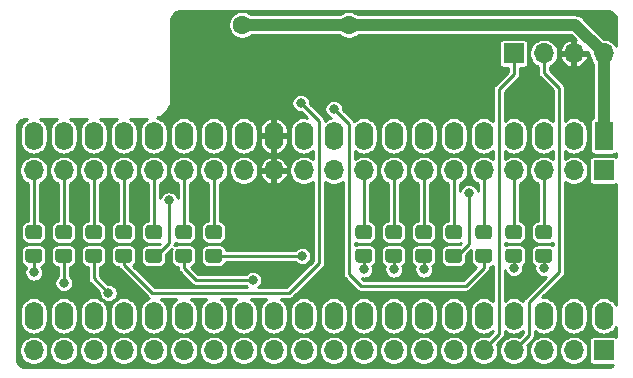
<source format=gbr>
G04 #@! TF.GenerationSoftware,KiCad,Pcbnew,(5.1.12)-1*
G04 #@! TF.CreationDate,2022-03-08T21:56:06+00:00*
G04 #@! TF.ProjectId,RGBtoHDMI CDTV v2 - Mouse and Joystick Adapter,52474274-6f48-4444-9d49-204344545620,v2*
G04 #@! TF.SameCoordinates,Original*
G04 #@! TF.FileFunction,Copper,L2,Bot*
G04 #@! TF.FilePolarity,Positive*
%FSLAX46Y46*%
G04 Gerber Fmt 4.6, Leading zero omitted, Abs format (unit mm)*
G04 Created by KiCad (PCBNEW (5.1.12)-1) date 2022-03-08 21:56:06*
%MOMM*%
%LPD*%
G01*
G04 APERTURE LIST*
G04 #@! TA.AperFunction,ComponentPad*
%ADD10O,1.600000X2.400000*%
G04 #@! TD*
G04 #@! TA.AperFunction,ComponentPad*
%ADD11R,1.600000X2.400000*%
G04 #@! TD*
G04 #@! TA.AperFunction,ComponentPad*
%ADD12O,1.700000X1.700000*%
G04 #@! TD*
G04 #@! TA.AperFunction,ComponentPad*
%ADD13R,1.700000X1.700000*%
G04 #@! TD*
G04 #@! TA.AperFunction,ViaPad*
%ADD14C,0.800000*%
G04 #@! TD*
G04 #@! TA.AperFunction,ViaPad*
%ADD15C,1.600000*%
G04 #@! TD*
G04 #@! TA.AperFunction,Conductor*
%ADD16C,1.000000*%
G04 #@! TD*
G04 #@! TA.AperFunction,Conductor*
%ADD17C,0.250000*%
G04 #@! TD*
G04 #@! TA.AperFunction,Conductor*
%ADD18C,0.254000*%
G04 #@! TD*
G04 #@! TA.AperFunction,Conductor*
%ADD19C,0.100000*%
G04 #@! TD*
G04 APERTURE END LIST*
D10*
X144145000Y-139319000D03*
X95885000Y-124079000D03*
X141605000Y-139319000D03*
X98425000Y-124079000D03*
X139065000Y-139319000D03*
X100965000Y-124079000D03*
X136525000Y-139319000D03*
X103505000Y-124079000D03*
X133985000Y-139319000D03*
X106045000Y-124079000D03*
X131445000Y-139319000D03*
X108585000Y-124079000D03*
X128905000Y-139319000D03*
X111125000Y-124079000D03*
X126365000Y-139319000D03*
X113665000Y-124079000D03*
X123825000Y-139319000D03*
X116205000Y-124079000D03*
X121285000Y-139319000D03*
X118745000Y-124079000D03*
X118745000Y-139319000D03*
X121285000Y-124079000D03*
X116205000Y-139319000D03*
X123825000Y-124079000D03*
X113665000Y-139319000D03*
X126365000Y-124079000D03*
X111125000Y-139319000D03*
X128905000Y-124079000D03*
X108585000Y-139319000D03*
X131445000Y-124079000D03*
X106045000Y-139319000D03*
X133985000Y-124079000D03*
X103505000Y-139319000D03*
X136525000Y-124079000D03*
X100965000Y-139319000D03*
X139065000Y-124079000D03*
X98425000Y-139319000D03*
X141605000Y-124079000D03*
X95885000Y-139319000D03*
D11*
X144145000Y-124079000D03*
D12*
X95885000Y-142240000D03*
X98425000Y-142240000D03*
X100965000Y-142240000D03*
X103505000Y-142240000D03*
X106045000Y-142240000D03*
X108585000Y-142240000D03*
X111125000Y-142240000D03*
X113665000Y-142240000D03*
X116205000Y-142240000D03*
X118745000Y-142240000D03*
X121285000Y-142240000D03*
X123825000Y-142240000D03*
X126365000Y-142240000D03*
X128905000Y-142240000D03*
X131445000Y-142240000D03*
X133985000Y-142240000D03*
X136525000Y-142240000D03*
X139065000Y-142240000D03*
X141605000Y-142240000D03*
D13*
X144145000Y-142240000D03*
D12*
X95885000Y-127000000D03*
X98425000Y-127000000D03*
X100965000Y-127000000D03*
X103505000Y-127000000D03*
X106045000Y-127000000D03*
X108585000Y-127000000D03*
X111125000Y-127000000D03*
X113665000Y-127000000D03*
X116205000Y-127000000D03*
X118745000Y-127000000D03*
X121285000Y-127000000D03*
X123825000Y-127000000D03*
X126365000Y-127000000D03*
X128905000Y-127000000D03*
X131445000Y-127000000D03*
X133985000Y-127000000D03*
X136525000Y-127000000D03*
X139065000Y-127000000D03*
X141605000Y-127000000D03*
D13*
X144145000Y-127000000D03*
D12*
X144145000Y-117094000D03*
X141605000Y-117094000D03*
X139065000Y-117094000D03*
D13*
X136525000Y-117094000D03*
G04 #@! TA.AperFunction,SMDPad,CuDef*
G36*
G01*
X136975001Y-132823000D02*
X136074999Y-132823000D01*
G75*
G02*
X135825000Y-132573001I0J249999D01*
G01*
X135825000Y-131872999D01*
G75*
G02*
X136074999Y-131623000I249999J0D01*
G01*
X136975001Y-131623000D01*
G75*
G02*
X137225000Y-131872999I0J-249999D01*
G01*
X137225000Y-132573001D01*
G75*
G02*
X136975001Y-132823000I-249999J0D01*
G01*
G37*
G04 #@! TD.AperFunction*
G04 #@! TA.AperFunction,SMDPad,CuDef*
G36*
G01*
X136975001Y-134823000D02*
X136074999Y-134823000D01*
G75*
G02*
X135825000Y-134573001I0J249999D01*
G01*
X135825000Y-133872999D01*
G75*
G02*
X136074999Y-133623000I249999J0D01*
G01*
X136975001Y-133623000D01*
G75*
G02*
X137225000Y-133872999I0J-249999D01*
G01*
X137225000Y-134573001D01*
G75*
G02*
X136975001Y-134823000I-249999J0D01*
G01*
G37*
G04 #@! TD.AperFunction*
G04 #@! TA.AperFunction,SMDPad,CuDef*
G36*
G01*
X131895001Y-132823000D02*
X130994999Y-132823000D01*
G75*
G02*
X130745000Y-132573001I0J249999D01*
G01*
X130745000Y-131872999D01*
G75*
G02*
X130994999Y-131623000I249999J0D01*
G01*
X131895001Y-131623000D01*
G75*
G02*
X132145000Y-131872999I0J-249999D01*
G01*
X132145000Y-132573001D01*
G75*
G02*
X131895001Y-132823000I-249999J0D01*
G01*
G37*
G04 #@! TD.AperFunction*
G04 #@! TA.AperFunction,SMDPad,CuDef*
G36*
G01*
X131895001Y-134823000D02*
X130994999Y-134823000D01*
G75*
G02*
X130745000Y-134573001I0J249999D01*
G01*
X130745000Y-133872999D01*
G75*
G02*
X130994999Y-133623000I249999J0D01*
G01*
X131895001Y-133623000D01*
G75*
G02*
X132145000Y-133872999I0J-249999D01*
G01*
X132145000Y-134573001D01*
G75*
G02*
X131895001Y-134823000I-249999J0D01*
G01*
G37*
G04 #@! TD.AperFunction*
G04 #@! TA.AperFunction,SMDPad,CuDef*
G36*
G01*
X126815001Y-132823000D02*
X125914999Y-132823000D01*
G75*
G02*
X125665000Y-132573001I0J249999D01*
G01*
X125665000Y-131872999D01*
G75*
G02*
X125914999Y-131623000I249999J0D01*
G01*
X126815001Y-131623000D01*
G75*
G02*
X127065000Y-131872999I0J-249999D01*
G01*
X127065000Y-132573001D01*
G75*
G02*
X126815001Y-132823000I-249999J0D01*
G01*
G37*
G04 #@! TD.AperFunction*
G04 #@! TA.AperFunction,SMDPad,CuDef*
G36*
G01*
X126815001Y-134823000D02*
X125914999Y-134823000D01*
G75*
G02*
X125665000Y-134573001I0J249999D01*
G01*
X125665000Y-133872999D01*
G75*
G02*
X125914999Y-133623000I249999J0D01*
G01*
X126815001Y-133623000D01*
G75*
G02*
X127065000Y-133872999I0J-249999D01*
G01*
X127065000Y-134573001D01*
G75*
G02*
X126815001Y-134823000I-249999J0D01*
G01*
G37*
G04 #@! TD.AperFunction*
G04 #@! TA.AperFunction,SMDPad,CuDef*
G36*
G01*
X109035001Y-132823000D02*
X108134999Y-132823000D01*
G75*
G02*
X107885000Y-132573001I0J249999D01*
G01*
X107885000Y-131872999D01*
G75*
G02*
X108134999Y-131623000I249999J0D01*
G01*
X109035001Y-131623000D01*
G75*
G02*
X109285000Y-131872999I0J-249999D01*
G01*
X109285000Y-132573001D01*
G75*
G02*
X109035001Y-132823000I-249999J0D01*
G01*
G37*
G04 #@! TD.AperFunction*
G04 #@! TA.AperFunction,SMDPad,CuDef*
G36*
G01*
X109035001Y-134823000D02*
X108134999Y-134823000D01*
G75*
G02*
X107885000Y-134573001I0J249999D01*
G01*
X107885000Y-133872999D01*
G75*
G02*
X108134999Y-133623000I249999J0D01*
G01*
X109035001Y-133623000D01*
G75*
G02*
X109285000Y-133872999I0J-249999D01*
G01*
X109285000Y-134573001D01*
G75*
G02*
X109035001Y-134823000I-249999J0D01*
G01*
G37*
G04 #@! TD.AperFunction*
G04 #@! TA.AperFunction,SMDPad,CuDef*
G36*
G01*
X103955001Y-132823000D02*
X103054999Y-132823000D01*
G75*
G02*
X102805000Y-132573001I0J249999D01*
G01*
X102805000Y-131872999D01*
G75*
G02*
X103054999Y-131623000I249999J0D01*
G01*
X103955001Y-131623000D01*
G75*
G02*
X104205000Y-131872999I0J-249999D01*
G01*
X104205000Y-132573001D01*
G75*
G02*
X103955001Y-132823000I-249999J0D01*
G01*
G37*
G04 #@! TD.AperFunction*
G04 #@! TA.AperFunction,SMDPad,CuDef*
G36*
G01*
X103955001Y-134823000D02*
X103054999Y-134823000D01*
G75*
G02*
X102805000Y-134573001I0J249999D01*
G01*
X102805000Y-133872999D01*
G75*
G02*
X103054999Y-133623000I249999J0D01*
G01*
X103955001Y-133623000D01*
G75*
G02*
X104205000Y-133872999I0J-249999D01*
G01*
X104205000Y-134573001D01*
G75*
G02*
X103955001Y-134823000I-249999J0D01*
G01*
G37*
G04 #@! TD.AperFunction*
G04 #@! TA.AperFunction,SMDPad,CuDef*
G36*
G01*
X98875001Y-132823000D02*
X97974999Y-132823000D01*
G75*
G02*
X97725000Y-132573001I0J249999D01*
G01*
X97725000Y-131872999D01*
G75*
G02*
X97974999Y-131623000I249999J0D01*
G01*
X98875001Y-131623000D01*
G75*
G02*
X99125000Y-131872999I0J-249999D01*
G01*
X99125000Y-132573001D01*
G75*
G02*
X98875001Y-132823000I-249999J0D01*
G01*
G37*
G04 #@! TD.AperFunction*
G04 #@! TA.AperFunction,SMDPad,CuDef*
G36*
G01*
X98875001Y-134823000D02*
X97974999Y-134823000D01*
G75*
G02*
X97725000Y-134573001I0J249999D01*
G01*
X97725000Y-133872999D01*
G75*
G02*
X97974999Y-133623000I249999J0D01*
G01*
X98875001Y-133623000D01*
G75*
G02*
X99125000Y-133872999I0J-249999D01*
G01*
X99125000Y-134573001D01*
G75*
G02*
X98875001Y-134823000I-249999J0D01*
G01*
G37*
G04 #@! TD.AperFunction*
G04 #@! TA.AperFunction,SMDPad,CuDef*
G36*
G01*
X139515001Y-132823000D02*
X138614999Y-132823000D01*
G75*
G02*
X138365000Y-132573001I0J249999D01*
G01*
X138365000Y-131872999D01*
G75*
G02*
X138614999Y-131623000I249999J0D01*
G01*
X139515001Y-131623000D01*
G75*
G02*
X139765000Y-131872999I0J-249999D01*
G01*
X139765000Y-132573001D01*
G75*
G02*
X139515001Y-132823000I-249999J0D01*
G01*
G37*
G04 #@! TD.AperFunction*
G04 #@! TA.AperFunction,SMDPad,CuDef*
G36*
G01*
X139515001Y-134823000D02*
X138614999Y-134823000D01*
G75*
G02*
X138365000Y-134573001I0J249999D01*
G01*
X138365000Y-133872999D01*
G75*
G02*
X138614999Y-133623000I249999J0D01*
G01*
X139515001Y-133623000D01*
G75*
G02*
X139765000Y-133872999I0J-249999D01*
G01*
X139765000Y-134573001D01*
G75*
G02*
X139515001Y-134823000I-249999J0D01*
G01*
G37*
G04 #@! TD.AperFunction*
G04 #@! TA.AperFunction,SMDPad,CuDef*
G36*
G01*
X134435001Y-132823000D02*
X133534999Y-132823000D01*
G75*
G02*
X133285000Y-132573001I0J249999D01*
G01*
X133285000Y-131872999D01*
G75*
G02*
X133534999Y-131623000I249999J0D01*
G01*
X134435001Y-131623000D01*
G75*
G02*
X134685000Y-131872999I0J-249999D01*
G01*
X134685000Y-132573001D01*
G75*
G02*
X134435001Y-132823000I-249999J0D01*
G01*
G37*
G04 #@! TD.AperFunction*
G04 #@! TA.AperFunction,SMDPad,CuDef*
G36*
G01*
X134435001Y-134823000D02*
X133534999Y-134823000D01*
G75*
G02*
X133285000Y-134573001I0J249999D01*
G01*
X133285000Y-133872999D01*
G75*
G02*
X133534999Y-133623000I249999J0D01*
G01*
X134435001Y-133623000D01*
G75*
G02*
X134685000Y-133872999I0J-249999D01*
G01*
X134685000Y-134573001D01*
G75*
G02*
X134435001Y-134823000I-249999J0D01*
G01*
G37*
G04 #@! TD.AperFunction*
G04 #@! TA.AperFunction,SMDPad,CuDef*
G36*
G01*
X129355001Y-132823000D02*
X128454999Y-132823000D01*
G75*
G02*
X128205000Y-132573001I0J249999D01*
G01*
X128205000Y-131872999D01*
G75*
G02*
X128454999Y-131623000I249999J0D01*
G01*
X129355001Y-131623000D01*
G75*
G02*
X129605000Y-131872999I0J-249999D01*
G01*
X129605000Y-132573001D01*
G75*
G02*
X129355001Y-132823000I-249999J0D01*
G01*
G37*
G04 #@! TD.AperFunction*
G04 #@! TA.AperFunction,SMDPad,CuDef*
G36*
G01*
X129355001Y-134823000D02*
X128454999Y-134823000D01*
G75*
G02*
X128205000Y-134573001I0J249999D01*
G01*
X128205000Y-133872999D01*
G75*
G02*
X128454999Y-133623000I249999J0D01*
G01*
X129355001Y-133623000D01*
G75*
G02*
X129605000Y-133872999I0J-249999D01*
G01*
X129605000Y-134573001D01*
G75*
G02*
X129355001Y-134823000I-249999J0D01*
G01*
G37*
G04 #@! TD.AperFunction*
G04 #@! TA.AperFunction,SMDPad,CuDef*
G36*
G01*
X124275001Y-132823000D02*
X123374999Y-132823000D01*
G75*
G02*
X123125000Y-132573001I0J249999D01*
G01*
X123125000Y-131872999D01*
G75*
G02*
X123374999Y-131623000I249999J0D01*
G01*
X124275001Y-131623000D01*
G75*
G02*
X124525000Y-131872999I0J-249999D01*
G01*
X124525000Y-132573001D01*
G75*
G02*
X124275001Y-132823000I-249999J0D01*
G01*
G37*
G04 #@! TD.AperFunction*
G04 #@! TA.AperFunction,SMDPad,CuDef*
G36*
G01*
X124275001Y-134823000D02*
X123374999Y-134823000D01*
G75*
G02*
X123125000Y-134573001I0J249999D01*
G01*
X123125000Y-133872999D01*
G75*
G02*
X123374999Y-133623000I249999J0D01*
G01*
X124275001Y-133623000D01*
G75*
G02*
X124525000Y-133872999I0J-249999D01*
G01*
X124525000Y-134573001D01*
G75*
G02*
X124275001Y-134823000I-249999J0D01*
G01*
G37*
G04 #@! TD.AperFunction*
G04 #@! TA.AperFunction,SMDPad,CuDef*
G36*
G01*
X111575001Y-132823000D02*
X110674999Y-132823000D01*
G75*
G02*
X110425000Y-132573001I0J249999D01*
G01*
X110425000Y-131872999D01*
G75*
G02*
X110674999Y-131623000I249999J0D01*
G01*
X111575001Y-131623000D01*
G75*
G02*
X111825000Y-131872999I0J-249999D01*
G01*
X111825000Y-132573001D01*
G75*
G02*
X111575001Y-132823000I-249999J0D01*
G01*
G37*
G04 #@! TD.AperFunction*
G04 #@! TA.AperFunction,SMDPad,CuDef*
G36*
G01*
X111575001Y-134823000D02*
X110674999Y-134823000D01*
G75*
G02*
X110425000Y-134573001I0J249999D01*
G01*
X110425000Y-133872999D01*
G75*
G02*
X110674999Y-133623000I249999J0D01*
G01*
X111575001Y-133623000D01*
G75*
G02*
X111825000Y-133872999I0J-249999D01*
G01*
X111825000Y-134573001D01*
G75*
G02*
X111575001Y-134823000I-249999J0D01*
G01*
G37*
G04 #@! TD.AperFunction*
G04 #@! TA.AperFunction,SMDPad,CuDef*
G36*
G01*
X106495001Y-132823000D02*
X105594999Y-132823000D01*
G75*
G02*
X105345000Y-132573001I0J249999D01*
G01*
X105345000Y-131872999D01*
G75*
G02*
X105594999Y-131623000I249999J0D01*
G01*
X106495001Y-131623000D01*
G75*
G02*
X106745000Y-131872999I0J-249999D01*
G01*
X106745000Y-132573001D01*
G75*
G02*
X106495001Y-132823000I-249999J0D01*
G01*
G37*
G04 #@! TD.AperFunction*
G04 #@! TA.AperFunction,SMDPad,CuDef*
G36*
G01*
X106495001Y-134823000D02*
X105594999Y-134823000D01*
G75*
G02*
X105345000Y-134573001I0J249999D01*
G01*
X105345000Y-133872999D01*
G75*
G02*
X105594999Y-133623000I249999J0D01*
G01*
X106495001Y-133623000D01*
G75*
G02*
X106745000Y-133872999I0J-249999D01*
G01*
X106745000Y-134573001D01*
G75*
G02*
X106495001Y-134823000I-249999J0D01*
G01*
G37*
G04 #@! TD.AperFunction*
G04 #@! TA.AperFunction,SMDPad,CuDef*
G36*
G01*
X101415001Y-132823000D02*
X100514999Y-132823000D01*
G75*
G02*
X100265000Y-132573001I0J249999D01*
G01*
X100265000Y-131872999D01*
G75*
G02*
X100514999Y-131623000I249999J0D01*
G01*
X101415001Y-131623000D01*
G75*
G02*
X101665000Y-131872999I0J-249999D01*
G01*
X101665000Y-132573001D01*
G75*
G02*
X101415001Y-132823000I-249999J0D01*
G01*
G37*
G04 #@! TD.AperFunction*
G04 #@! TA.AperFunction,SMDPad,CuDef*
G36*
G01*
X101415001Y-134823000D02*
X100514999Y-134823000D01*
G75*
G02*
X100265000Y-134573001I0J249999D01*
G01*
X100265000Y-133872999D01*
G75*
G02*
X100514999Y-133623000I249999J0D01*
G01*
X101415001Y-133623000D01*
G75*
G02*
X101665000Y-133872999I0J-249999D01*
G01*
X101665000Y-134573001D01*
G75*
G02*
X101415001Y-134823000I-249999J0D01*
G01*
G37*
G04 #@! TD.AperFunction*
G04 #@! TA.AperFunction,SMDPad,CuDef*
G36*
G01*
X96335001Y-132823000D02*
X95434999Y-132823000D01*
G75*
G02*
X95185000Y-132573001I0J249999D01*
G01*
X95185000Y-131872999D01*
G75*
G02*
X95434999Y-131623000I249999J0D01*
G01*
X96335001Y-131623000D01*
G75*
G02*
X96585000Y-131872999I0J-249999D01*
G01*
X96585000Y-132573001D01*
G75*
G02*
X96335001Y-132823000I-249999J0D01*
G01*
G37*
G04 #@! TD.AperFunction*
G04 #@! TA.AperFunction,SMDPad,CuDef*
G36*
G01*
X96335001Y-134823000D02*
X95434999Y-134823000D01*
G75*
G02*
X95185000Y-134573001I0J249999D01*
G01*
X95185000Y-133872999D01*
G75*
G02*
X95434999Y-133623000I249999J0D01*
G01*
X96335001Y-133623000D01*
G75*
G02*
X96585000Y-133872999I0J-249999D01*
G01*
X96585000Y-134573001D01*
G75*
G02*
X96335001Y-134823000I-249999J0D01*
G01*
G37*
G04 #@! TD.AperFunction*
D14*
X130683000Y-117602000D03*
X131826000Y-117602000D03*
X131826000Y-116459000D03*
X130683000Y-116459000D03*
X108204000Y-117602000D03*
X109347000Y-117602000D03*
X109347000Y-116332000D03*
X108204000Y-116332000D03*
X124587000Y-121031000D03*
X124460000Y-117602000D03*
X115570000Y-117602000D03*
X118745000Y-131191000D03*
X121031000Y-134874000D03*
X113665000Y-128905000D03*
X141605000Y-128905000D03*
X99695000Y-128270000D03*
X102235000Y-128270000D03*
X141605000Y-133096000D03*
X116205000Y-130556000D03*
X115570000Y-120904000D03*
D15*
X113515000Y-114681000D03*
X122555000Y-114681000D03*
D14*
X107315000Y-129540006D03*
X95885000Y-135636000D03*
X98425000Y-136525000D03*
X102211031Y-137390031D03*
X114427000Y-136271010D03*
X118491000Y-121285006D03*
X118618000Y-134239000D03*
X121285000Y-121793000D03*
X123825000Y-135382000D03*
X126365000Y-135382000D03*
X128905002Y-135381998D03*
X136525000Y-135255000D03*
X132714998Y-128904992D03*
X139064996Y-135254996D03*
D16*
X144145000Y-124079000D02*
X144145000Y-117094000D01*
X113515000Y-114681000D02*
X122555000Y-114681000D01*
X144145000Y-117094000D02*
X141732000Y-114681000D01*
X141732000Y-114681000D02*
X122555000Y-114681000D01*
D17*
X140335000Y-120015000D02*
X139065000Y-118745000D01*
X140335000Y-135636000D02*
X140335000Y-120015000D01*
X137795000Y-138176000D02*
X140335000Y-135636000D01*
X137795000Y-140970000D02*
X137795000Y-138176000D01*
X139065000Y-118745000D02*
X139065000Y-117094000D01*
X136525000Y-142240000D02*
X137795000Y-140970000D01*
X136525000Y-118872000D02*
X136525000Y-117094000D01*
X135255000Y-120142000D02*
X136525000Y-118872000D01*
X135255000Y-140843000D02*
X135255000Y-120142000D01*
X133985000Y-142113000D02*
X135255000Y-140843000D01*
X133985000Y-142240000D02*
X133985000Y-142113000D01*
X107315000Y-133145000D02*
X107315000Y-129540006D01*
X106221000Y-134239000D02*
X107315000Y-133145000D01*
X106045000Y-134239000D02*
X106221000Y-134239000D01*
X95885000Y-134223000D02*
X95885000Y-135636000D01*
X98425000Y-133731000D02*
X98425000Y-136525000D01*
X100965000Y-133731000D02*
X100965000Y-136144000D01*
X100965000Y-136144000D02*
X102211031Y-137390031D01*
X113861315Y-136271010D02*
X114427000Y-136271010D01*
X109601010Y-136271010D02*
X113861315Y-136271010D01*
X108585000Y-135255000D02*
X109601010Y-136271010D01*
X108585000Y-134239000D02*
X108585000Y-135255000D01*
X120015000Y-122809006D02*
X118491000Y-121285006D01*
X120015000Y-134874000D02*
X120015000Y-122809006D01*
X117475000Y-137414000D02*
X120015000Y-134874000D01*
X105918000Y-137414000D02*
X117475000Y-137414000D01*
X103505000Y-135001000D02*
X105918000Y-137414000D01*
X103505000Y-134239000D02*
X103505000Y-135001000D01*
X111125000Y-134239000D02*
X118618000Y-134239000D01*
X122555000Y-123063000D02*
X121285000Y-121793000D01*
X122555000Y-135763000D02*
X122555000Y-123063000D01*
X123571000Y-136779000D02*
X122555000Y-135763000D01*
X132461000Y-136779000D02*
X123571000Y-136779000D01*
X133985000Y-135255000D02*
X132461000Y-136779000D01*
X133985000Y-134223000D02*
X133985000Y-135255000D01*
X123825000Y-133731000D02*
X123825000Y-135382000D01*
X126365000Y-133731000D02*
X126365000Y-135382000D01*
X128905000Y-133731000D02*
X128905000Y-135381996D01*
X128905000Y-135381996D02*
X128905002Y-135381998D01*
X136525000Y-133731000D02*
X136525000Y-135255000D01*
X132714998Y-133223002D02*
X132714998Y-128904992D01*
X131953000Y-133985000D02*
X132714998Y-133223002D01*
X131445000Y-133985000D02*
X131953000Y-133985000D01*
X139065000Y-133731000D02*
X139065000Y-135254992D01*
X139065000Y-135254992D02*
X139064996Y-135254996D01*
X95885000Y-127000000D02*
X95885000Y-132207000D01*
X98425000Y-127000000D02*
X98425000Y-132080000D01*
X100965000Y-127000000D02*
X100965000Y-132207000D01*
X103505000Y-132207000D02*
X103505000Y-131699000D01*
X103505000Y-127000000D02*
X103505000Y-132207000D01*
X106045000Y-127000000D02*
X106045000Y-132207000D01*
X108585000Y-127000000D02*
X108585000Y-132207000D01*
X111125000Y-127000000D02*
X111125000Y-132207000D01*
X123825000Y-127000000D02*
X123825000Y-132207000D01*
X126365000Y-127000000D02*
X126365000Y-132080000D01*
X128905000Y-127000000D02*
X128905000Y-132207000D01*
X131445000Y-131699000D02*
X131445000Y-127000000D01*
X133985000Y-132080000D02*
X133985000Y-127000000D01*
X136525000Y-132080000D02*
X136525000Y-127000000D01*
X139065000Y-132080000D02*
X139065000Y-127000000D01*
D18*
X144556685Y-113503648D02*
X144708355Y-113549441D01*
X144848251Y-113623824D01*
X144971032Y-113723962D01*
X145072025Y-113846041D01*
X145147380Y-113985407D01*
X145194233Y-114136765D01*
X145213000Y-114315326D01*
X145213000Y-116476634D01*
X145101180Y-116309283D01*
X144929717Y-116137820D01*
X144728097Y-116003102D01*
X144504069Y-115910307D01*
X144266243Y-115863000D01*
X144159922Y-115863000D01*
X142385566Y-114088645D01*
X142357975Y-114055025D01*
X142223825Y-113944932D01*
X142070775Y-113863125D01*
X141904706Y-113812748D01*
X141775273Y-113800000D01*
X141775270Y-113800000D01*
X141732000Y-113795738D01*
X141688730Y-113800000D01*
X123344185Y-113800000D01*
X123307843Y-113763658D01*
X123114413Y-113634412D01*
X122899485Y-113545386D01*
X122671318Y-113500000D01*
X122438682Y-113500000D01*
X122210515Y-113545386D01*
X121995587Y-113634412D01*
X121802157Y-113763658D01*
X121765815Y-113800000D01*
X114304185Y-113800000D01*
X114267843Y-113763658D01*
X114074413Y-113634412D01*
X113859485Y-113545386D01*
X113631318Y-113500000D01*
X113398682Y-113500000D01*
X113170515Y-113545386D01*
X112955587Y-113634412D01*
X112762157Y-113763658D01*
X112597658Y-113928157D01*
X112468412Y-114121587D01*
X112379386Y-114336515D01*
X112334000Y-114564682D01*
X112334000Y-114797318D01*
X112379386Y-115025485D01*
X112468412Y-115240413D01*
X112597658Y-115433843D01*
X112762157Y-115598342D01*
X112955587Y-115727588D01*
X113170515Y-115816614D01*
X113398682Y-115862000D01*
X113631318Y-115862000D01*
X113859485Y-115816614D01*
X114074413Y-115727588D01*
X114267843Y-115598342D01*
X114304185Y-115562000D01*
X121765815Y-115562000D01*
X121802157Y-115598342D01*
X121995587Y-115727588D01*
X122210515Y-115816614D01*
X122438682Y-115862000D01*
X122671318Y-115862000D01*
X122899485Y-115816614D01*
X123114413Y-115727588D01*
X123307843Y-115598342D01*
X123344185Y-115562000D01*
X141367079Y-115562000D01*
X141761122Y-115956043D01*
X141732000Y-115965373D01*
X141732000Y-116967000D01*
X142734187Y-116967000D01*
X142743317Y-116938239D01*
X142914000Y-117108922D01*
X142914000Y-117215243D01*
X142961307Y-117453069D01*
X143054102Y-117677097D01*
X143188820Y-117878717D01*
X143264001Y-117953898D01*
X143264000Y-122505427D01*
X143198492Y-122525299D01*
X143132304Y-122560678D01*
X143074289Y-122608289D01*
X143026678Y-122666304D01*
X142991299Y-122732492D01*
X142969513Y-122804311D01*
X142962157Y-122879000D01*
X142962157Y-125279000D01*
X142969513Y-125353689D01*
X142991299Y-125425508D01*
X143026678Y-125491696D01*
X143074289Y-125549711D01*
X143132304Y-125597322D01*
X143198492Y-125632701D01*
X143270311Y-125654487D01*
X143345000Y-125661843D01*
X144945000Y-125661843D01*
X145019689Y-125654487D01*
X145091508Y-125632701D01*
X145157696Y-125597322D01*
X145213000Y-125551936D01*
X145213000Y-125836031D01*
X145207696Y-125831678D01*
X145141508Y-125796299D01*
X145069689Y-125774513D01*
X144995000Y-125767157D01*
X143295000Y-125767157D01*
X143220311Y-125774513D01*
X143148492Y-125796299D01*
X143082304Y-125831678D01*
X143024289Y-125879289D01*
X142976678Y-125937304D01*
X142941299Y-126003492D01*
X142919513Y-126075311D01*
X142912157Y-126150000D01*
X142912157Y-127850000D01*
X142919513Y-127924689D01*
X142941299Y-127996508D01*
X142976678Y-128062696D01*
X143024289Y-128120711D01*
X143082304Y-128168322D01*
X143148492Y-128203701D01*
X143220311Y-128225487D01*
X143295000Y-128232843D01*
X144995000Y-128232843D01*
X145069689Y-128225487D01*
X145141508Y-128203701D01*
X145207696Y-128168322D01*
X145213000Y-128163969D01*
X145213001Y-138411768D01*
X145131717Y-138259697D01*
X144984134Y-138079866D01*
X144804303Y-137932283D01*
X144599136Y-137822619D01*
X144376516Y-137755088D01*
X144145000Y-137732286D01*
X143913485Y-137755088D01*
X143690865Y-137822619D01*
X143485698Y-137932283D01*
X143305867Y-138079866D01*
X143158284Y-138259697D01*
X143048619Y-138464864D01*
X142981088Y-138687484D01*
X142964000Y-138860984D01*
X142964000Y-139777015D01*
X142981088Y-139950515D01*
X143048619Y-140173135D01*
X143158283Y-140378302D01*
X143305866Y-140558134D01*
X143485697Y-140705717D01*
X143690864Y-140815381D01*
X143913484Y-140882912D01*
X144145000Y-140905714D01*
X144376515Y-140882912D01*
X144599135Y-140815381D01*
X144804302Y-140705717D01*
X144984134Y-140558134D01*
X145131717Y-140378303D01*
X145213001Y-140226231D01*
X145213001Y-141076032D01*
X145207696Y-141071678D01*
X145141508Y-141036299D01*
X145069689Y-141014513D01*
X144995000Y-141007157D01*
X143295000Y-141007157D01*
X143220311Y-141014513D01*
X143148492Y-141036299D01*
X143082304Y-141071678D01*
X143024289Y-141119289D01*
X142976678Y-141177304D01*
X142941299Y-141243492D01*
X142919513Y-141315311D01*
X142912157Y-141390000D01*
X142912157Y-143090000D01*
X142919513Y-143164689D01*
X142941299Y-143236508D01*
X142976678Y-143302696D01*
X143024289Y-143360711D01*
X143082304Y-143408322D01*
X143148492Y-143443701D01*
X143220311Y-143465487D01*
X143295000Y-143472843D01*
X144943839Y-143472843D01*
X144852961Y-143548023D01*
X144713593Y-143623380D01*
X144562235Y-143670233D01*
X144383674Y-143689000D01*
X95272305Y-143689000D01*
X95092315Y-143671352D01*
X94940645Y-143625559D01*
X94800748Y-143551175D01*
X94677967Y-143451038D01*
X94576977Y-143328961D01*
X94501620Y-143189593D01*
X94454767Y-143038235D01*
X94436000Y-142859674D01*
X94436000Y-142118757D01*
X94654000Y-142118757D01*
X94654000Y-142361243D01*
X94701307Y-142599069D01*
X94794102Y-142823097D01*
X94928820Y-143024717D01*
X95100283Y-143196180D01*
X95301903Y-143330898D01*
X95525931Y-143423693D01*
X95763757Y-143471000D01*
X96006243Y-143471000D01*
X96244069Y-143423693D01*
X96468097Y-143330898D01*
X96669717Y-143196180D01*
X96841180Y-143024717D01*
X96975898Y-142823097D01*
X97068693Y-142599069D01*
X97116000Y-142361243D01*
X97116000Y-142118757D01*
X97194000Y-142118757D01*
X97194000Y-142361243D01*
X97241307Y-142599069D01*
X97334102Y-142823097D01*
X97468820Y-143024717D01*
X97640283Y-143196180D01*
X97841903Y-143330898D01*
X98065931Y-143423693D01*
X98303757Y-143471000D01*
X98546243Y-143471000D01*
X98784069Y-143423693D01*
X99008097Y-143330898D01*
X99209717Y-143196180D01*
X99381180Y-143024717D01*
X99515898Y-142823097D01*
X99608693Y-142599069D01*
X99656000Y-142361243D01*
X99656000Y-142118757D01*
X99734000Y-142118757D01*
X99734000Y-142361243D01*
X99781307Y-142599069D01*
X99874102Y-142823097D01*
X100008820Y-143024717D01*
X100180283Y-143196180D01*
X100381903Y-143330898D01*
X100605931Y-143423693D01*
X100843757Y-143471000D01*
X101086243Y-143471000D01*
X101324069Y-143423693D01*
X101548097Y-143330898D01*
X101749717Y-143196180D01*
X101921180Y-143024717D01*
X102055898Y-142823097D01*
X102148693Y-142599069D01*
X102196000Y-142361243D01*
X102196000Y-142118757D01*
X102274000Y-142118757D01*
X102274000Y-142361243D01*
X102321307Y-142599069D01*
X102414102Y-142823097D01*
X102548820Y-143024717D01*
X102720283Y-143196180D01*
X102921903Y-143330898D01*
X103145931Y-143423693D01*
X103383757Y-143471000D01*
X103626243Y-143471000D01*
X103864069Y-143423693D01*
X104088097Y-143330898D01*
X104289717Y-143196180D01*
X104461180Y-143024717D01*
X104595898Y-142823097D01*
X104688693Y-142599069D01*
X104736000Y-142361243D01*
X104736000Y-142118757D01*
X104814000Y-142118757D01*
X104814000Y-142361243D01*
X104861307Y-142599069D01*
X104954102Y-142823097D01*
X105088820Y-143024717D01*
X105260283Y-143196180D01*
X105461903Y-143330898D01*
X105685931Y-143423693D01*
X105923757Y-143471000D01*
X106166243Y-143471000D01*
X106404069Y-143423693D01*
X106628097Y-143330898D01*
X106829717Y-143196180D01*
X107001180Y-143024717D01*
X107135898Y-142823097D01*
X107228693Y-142599069D01*
X107276000Y-142361243D01*
X107276000Y-142118757D01*
X107354000Y-142118757D01*
X107354000Y-142361243D01*
X107401307Y-142599069D01*
X107494102Y-142823097D01*
X107628820Y-143024717D01*
X107800283Y-143196180D01*
X108001903Y-143330898D01*
X108225931Y-143423693D01*
X108463757Y-143471000D01*
X108706243Y-143471000D01*
X108944069Y-143423693D01*
X109168097Y-143330898D01*
X109369717Y-143196180D01*
X109541180Y-143024717D01*
X109675898Y-142823097D01*
X109768693Y-142599069D01*
X109816000Y-142361243D01*
X109816000Y-142118757D01*
X109894000Y-142118757D01*
X109894000Y-142361243D01*
X109941307Y-142599069D01*
X110034102Y-142823097D01*
X110168820Y-143024717D01*
X110340283Y-143196180D01*
X110541903Y-143330898D01*
X110765931Y-143423693D01*
X111003757Y-143471000D01*
X111246243Y-143471000D01*
X111484069Y-143423693D01*
X111708097Y-143330898D01*
X111909717Y-143196180D01*
X112081180Y-143024717D01*
X112215898Y-142823097D01*
X112308693Y-142599069D01*
X112356000Y-142361243D01*
X112356000Y-142118757D01*
X112434000Y-142118757D01*
X112434000Y-142361243D01*
X112481307Y-142599069D01*
X112574102Y-142823097D01*
X112708820Y-143024717D01*
X112880283Y-143196180D01*
X113081903Y-143330898D01*
X113305931Y-143423693D01*
X113543757Y-143471000D01*
X113786243Y-143471000D01*
X114024069Y-143423693D01*
X114248097Y-143330898D01*
X114449717Y-143196180D01*
X114621180Y-143024717D01*
X114755898Y-142823097D01*
X114848693Y-142599069D01*
X114896000Y-142361243D01*
X114896000Y-142118757D01*
X114974000Y-142118757D01*
X114974000Y-142361243D01*
X115021307Y-142599069D01*
X115114102Y-142823097D01*
X115248820Y-143024717D01*
X115420283Y-143196180D01*
X115621903Y-143330898D01*
X115845931Y-143423693D01*
X116083757Y-143471000D01*
X116326243Y-143471000D01*
X116564069Y-143423693D01*
X116788097Y-143330898D01*
X116989717Y-143196180D01*
X117161180Y-143024717D01*
X117295898Y-142823097D01*
X117388693Y-142599069D01*
X117436000Y-142361243D01*
X117436000Y-142118757D01*
X117514000Y-142118757D01*
X117514000Y-142361243D01*
X117561307Y-142599069D01*
X117654102Y-142823097D01*
X117788820Y-143024717D01*
X117960283Y-143196180D01*
X118161903Y-143330898D01*
X118385931Y-143423693D01*
X118623757Y-143471000D01*
X118866243Y-143471000D01*
X119104069Y-143423693D01*
X119328097Y-143330898D01*
X119529717Y-143196180D01*
X119701180Y-143024717D01*
X119835898Y-142823097D01*
X119928693Y-142599069D01*
X119976000Y-142361243D01*
X119976000Y-142118757D01*
X120054000Y-142118757D01*
X120054000Y-142361243D01*
X120101307Y-142599069D01*
X120194102Y-142823097D01*
X120328820Y-143024717D01*
X120500283Y-143196180D01*
X120701903Y-143330898D01*
X120925931Y-143423693D01*
X121163757Y-143471000D01*
X121406243Y-143471000D01*
X121644069Y-143423693D01*
X121868097Y-143330898D01*
X122069717Y-143196180D01*
X122241180Y-143024717D01*
X122375898Y-142823097D01*
X122468693Y-142599069D01*
X122516000Y-142361243D01*
X122516000Y-142118757D01*
X122594000Y-142118757D01*
X122594000Y-142361243D01*
X122641307Y-142599069D01*
X122734102Y-142823097D01*
X122868820Y-143024717D01*
X123040283Y-143196180D01*
X123241903Y-143330898D01*
X123465931Y-143423693D01*
X123703757Y-143471000D01*
X123946243Y-143471000D01*
X124184069Y-143423693D01*
X124408097Y-143330898D01*
X124609717Y-143196180D01*
X124781180Y-143024717D01*
X124915898Y-142823097D01*
X125008693Y-142599069D01*
X125056000Y-142361243D01*
X125056000Y-142118757D01*
X125134000Y-142118757D01*
X125134000Y-142361243D01*
X125181307Y-142599069D01*
X125274102Y-142823097D01*
X125408820Y-143024717D01*
X125580283Y-143196180D01*
X125781903Y-143330898D01*
X126005931Y-143423693D01*
X126243757Y-143471000D01*
X126486243Y-143471000D01*
X126724069Y-143423693D01*
X126948097Y-143330898D01*
X127149717Y-143196180D01*
X127321180Y-143024717D01*
X127455898Y-142823097D01*
X127548693Y-142599069D01*
X127596000Y-142361243D01*
X127596000Y-142118757D01*
X127674000Y-142118757D01*
X127674000Y-142361243D01*
X127721307Y-142599069D01*
X127814102Y-142823097D01*
X127948820Y-143024717D01*
X128120283Y-143196180D01*
X128321903Y-143330898D01*
X128545931Y-143423693D01*
X128783757Y-143471000D01*
X129026243Y-143471000D01*
X129264069Y-143423693D01*
X129488097Y-143330898D01*
X129689717Y-143196180D01*
X129861180Y-143024717D01*
X129995898Y-142823097D01*
X130088693Y-142599069D01*
X130136000Y-142361243D01*
X130136000Y-142118757D01*
X130214000Y-142118757D01*
X130214000Y-142361243D01*
X130261307Y-142599069D01*
X130354102Y-142823097D01*
X130488820Y-143024717D01*
X130660283Y-143196180D01*
X130861903Y-143330898D01*
X131085931Y-143423693D01*
X131323757Y-143471000D01*
X131566243Y-143471000D01*
X131804069Y-143423693D01*
X132028097Y-143330898D01*
X132229717Y-143196180D01*
X132401180Y-143024717D01*
X132535898Y-142823097D01*
X132628693Y-142599069D01*
X132676000Y-142361243D01*
X132676000Y-142118757D01*
X132628693Y-141880931D01*
X132535898Y-141656903D01*
X132401180Y-141455283D01*
X132229717Y-141283820D01*
X132028097Y-141149102D01*
X131804069Y-141056307D01*
X131566243Y-141009000D01*
X131323757Y-141009000D01*
X131085931Y-141056307D01*
X130861903Y-141149102D01*
X130660283Y-141283820D01*
X130488820Y-141455283D01*
X130354102Y-141656903D01*
X130261307Y-141880931D01*
X130214000Y-142118757D01*
X130136000Y-142118757D01*
X130088693Y-141880931D01*
X129995898Y-141656903D01*
X129861180Y-141455283D01*
X129689717Y-141283820D01*
X129488097Y-141149102D01*
X129264069Y-141056307D01*
X129026243Y-141009000D01*
X128783757Y-141009000D01*
X128545931Y-141056307D01*
X128321903Y-141149102D01*
X128120283Y-141283820D01*
X127948820Y-141455283D01*
X127814102Y-141656903D01*
X127721307Y-141880931D01*
X127674000Y-142118757D01*
X127596000Y-142118757D01*
X127548693Y-141880931D01*
X127455898Y-141656903D01*
X127321180Y-141455283D01*
X127149717Y-141283820D01*
X126948097Y-141149102D01*
X126724069Y-141056307D01*
X126486243Y-141009000D01*
X126243757Y-141009000D01*
X126005931Y-141056307D01*
X125781903Y-141149102D01*
X125580283Y-141283820D01*
X125408820Y-141455283D01*
X125274102Y-141656903D01*
X125181307Y-141880931D01*
X125134000Y-142118757D01*
X125056000Y-142118757D01*
X125008693Y-141880931D01*
X124915898Y-141656903D01*
X124781180Y-141455283D01*
X124609717Y-141283820D01*
X124408097Y-141149102D01*
X124184069Y-141056307D01*
X123946243Y-141009000D01*
X123703757Y-141009000D01*
X123465931Y-141056307D01*
X123241903Y-141149102D01*
X123040283Y-141283820D01*
X122868820Y-141455283D01*
X122734102Y-141656903D01*
X122641307Y-141880931D01*
X122594000Y-142118757D01*
X122516000Y-142118757D01*
X122468693Y-141880931D01*
X122375898Y-141656903D01*
X122241180Y-141455283D01*
X122069717Y-141283820D01*
X121868097Y-141149102D01*
X121644069Y-141056307D01*
X121406243Y-141009000D01*
X121163757Y-141009000D01*
X120925931Y-141056307D01*
X120701903Y-141149102D01*
X120500283Y-141283820D01*
X120328820Y-141455283D01*
X120194102Y-141656903D01*
X120101307Y-141880931D01*
X120054000Y-142118757D01*
X119976000Y-142118757D01*
X119928693Y-141880931D01*
X119835898Y-141656903D01*
X119701180Y-141455283D01*
X119529717Y-141283820D01*
X119328097Y-141149102D01*
X119104069Y-141056307D01*
X118866243Y-141009000D01*
X118623757Y-141009000D01*
X118385931Y-141056307D01*
X118161903Y-141149102D01*
X117960283Y-141283820D01*
X117788820Y-141455283D01*
X117654102Y-141656903D01*
X117561307Y-141880931D01*
X117514000Y-142118757D01*
X117436000Y-142118757D01*
X117388693Y-141880931D01*
X117295898Y-141656903D01*
X117161180Y-141455283D01*
X116989717Y-141283820D01*
X116788097Y-141149102D01*
X116564069Y-141056307D01*
X116326243Y-141009000D01*
X116083757Y-141009000D01*
X115845931Y-141056307D01*
X115621903Y-141149102D01*
X115420283Y-141283820D01*
X115248820Y-141455283D01*
X115114102Y-141656903D01*
X115021307Y-141880931D01*
X114974000Y-142118757D01*
X114896000Y-142118757D01*
X114848693Y-141880931D01*
X114755898Y-141656903D01*
X114621180Y-141455283D01*
X114449717Y-141283820D01*
X114248097Y-141149102D01*
X114024069Y-141056307D01*
X113786243Y-141009000D01*
X113543757Y-141009000D01*
X113305931Y-141056307D01*
X113081903Y-141149102D01*
X112880283Y-141283820D01*
X112708820Y-141455283D01*
X112574102Y-141656903D01*
X112481307Y-141880931D01*
X112434000Y-142118757D01*
X112356000Y-142118757D01*
X112308693Y-141880931D01*
X112215898Y-141656903D01*
X112081180Y-141455283D01*
X111909717Y-141283820D01*
X111708097Y-141149102D01*
X111484069Y-141056307D01*
X111246243Y-141009000D01*
X111003757Y-141009000D01*
X110765931Y-141056307D01*
X110541903Y-141149102D01*
X110340283Y-141283820D01*
X110168820Y-141455283D01*
X110034102Y-141656903D01*
X109941307Y-141880931D01*
X109894000Y-142118757D01*
X109816000Y-142118757D01*
X109768693Y-141880931D01*
X109675898Y-141656903D01*
X109541180Y-141455283D01*
X109369717Y-141283820D01*
X109168097Y-141149102D01*
X108944069Y-141056307D01*
X108706243Y-141009000D01*
X108463757Y-141009000D01*
X108225931Y-141056307D01*
X108001903Y-141149102D01*
X107800283Y-141283820D01*
X107628820Y-141455283D01*
X107494102Y-141656903D01*
X107401307Y-141880931D01*
X107354000Y-142118757D01*
X107276000Y-142118757D01*
X107228693Y-141880931D01*
X107135898Y-141656903D01*
X107001180Y-141455283D01*
X106829717Y-141283820D01*
X106628097Y-141149102D01*
X106404069Y-141056307D01*
X106166243Y-141009000D01*
X105923757Y-141009000D01*
X105685931Y-141056307D01*
X105461903Y-141149102D01*
X105260283Y-141283820D01*
X105088820Y-141455283D01*
X104954102Y-141656903D01*
X104861307Y-141880931D01*
X104814000Y-142118757D01*
X104736000Y-142118757D01*
X104688693Y-141880931D01*
X104595898Y-141656903D01*
X104461180Y-141455283D01*
X104289717Y-141283820D01*
X104088097Y-141149102D01*
X103864069Y-141056307D01*
X103626243Y-141009000D01*
X103383757Y-141009000D01*
X103145931Y-141056307D01*
X102921903Y-141149102D01*
X102720283Y-141283820D01*
X102548820Y-141455283D01*
X102414102Y-141656903D01*
X102321307Y-141880931D01*
X102274000Y-142118757D01*
X102196000Y-142118757D01*
X102148693Y-141880931D01*
X102055898Y-141656903D01*
X101921180Y-141455283D01*
X101749717Y-141283820D01*
X101548097Y-141149102D01*
X101324069Y-141056307D01*
X101086243Y-141009000D01*
X100843757Y-141009000D01*
X100605931Y-141056307D01*
X100381903Y-141149102D01*
X100180283Y-141283820D01*
X100008820Y-141455283D01*
X99874102Y-141656903D01*
X99781307Y-141880931D01*
X99734000Y-142118757D01*
X99656000Y-142118757D01*
X99608693Y-141880931D01*
X99515898Y-141656903D01*
X99381180Y-141455283D01*
X99209717Y-141283820D01*
X99008097Y-141149102D01*
X98784069Y-141056307D01*
X98546243Y-141009000D01*
X98303757Y-141009000D01*
X98065931Y-141056307D01*
X97841903Y-141149102D01*
X97640283Y-141283820D01*
X97468820Y-141455283D01*
X97334102Y-141656903D01*
X97241307Y-141880931D01*
X97194000Y-142118757D01*
X97116000Y-142118757D01*
X97068693Y-141880931D01*
X96975898Y-141656903D01*
X96841180Y-141455283D01*
X96669717Y-141283820D01*
X96468097Y-141149102D01*
X96244069Y-141056307D01*
X96006243Y-141009000D01*
X95763757Y-141009000D01*
X95525931Y-141056307D01*
X95301903Y-141149102D01*
X95100283Y-141283820D01*
X94928820Y-141455283D01*
X94794102Y-141656903D01*
X94701307Y-141880931D01*
X94654000Y-142118757D01*
X94436000Y-142118757D01*
X94436000Y-138860984D01*
X94704000Y-138860984D01*
X94704000Y-139777015D01*
X94721088Y-139950515D01*
X94788619Y-140173135D01*
X94898283Y-140378302D01*
X95045866Y-140558134D01*
X95225697Y-140705717D01*
X95430864Y-140815381D01*
X95653484Y-140882912D01*
X95885000Y-140905714D01*
X96116515Y-140882912D01*
X96339135Y-140815381D01*
X96544302Y-140705717D01*
X96724134Y-140558134D01*
X96871717Y-140378303D01*
X96981381Y-140173136D01*
X97048912Y-139950516D01*
X97066000Y-139777016D01*
X97066000Y-138860985D01*
X97066000Y-138860984D01*
X97244000Y-138860984D01*
X97244000Y-139777015D01*
X97261088Y-139950515D01*
X97328619Y-140173135D01*
X97438283Y-140378302D01*
X97585866Y-140558134D01*
X97765697Y-140705717D01*
X97970864Y-140815381D01*
X98193484Y-140882912D01*
X98425000Y-140905714D01*
X98656515Y-140882912D01*
X98879135Y-140815381D01*
X99084302Y-140705717D01*
X99264134Y-140558134D01*
X99411717Y-140378303D01*
X99521381Y-140173136D01*
X99588912Y-139950516D01*
X99606000Y-139777016D01*
X99606000Y-138860985D01*
X99606000Y-138860984D01*
X99784000Y-138860984D01*
X99784000Y-139777015D01*
X99801088Y-139950515D01*
X99868619Y-140173135D01*
X99978283Y-140378302D01*
X100125866Y-140558134D01*
X100305697Y-140705717D01*
X100510864Y-140815381D01*
X100733484Y-140882912D01*
X100965000Y-140905714D01*
X101196515Y-140882912D01*
X101419135Y-140815381D01*
X101624302Y-140705717D01*
X101804134Y-140558134D01*
X101951717Y-140378303D01*
X102061381Y-140173136D01*
X102128912Y-139950516D01*
X102146000Y-139777016D01*
X102146000Y-138860985D01*
X102146000Y-138860984D01*
X102324000Y-138860984D01*
X102324000Y-139777015D01*
X102341088Y-139950515D01*
X102408619Y-140173135D01*
X102518283Y-140378302D01*
X102665866Y-140558134D01*
X102845697Y-140705717D01*
X103050864Y-140815381D01*
X103273484Y-140882912D01*
X103505000Y-140905714D01*
X103736515Y-140882912D01*
X103959135Y-140815381D01*
X104164302Y-140705717D01*
X104344134Y-140558134D01*
X104491717Y-140378303D01*
X104601381Y-140173136D01*
X104668912Y-139950516D01*
X104686000Y-139777016D01*
X104686000Y-138860985D01*
X104668912Y-138687485D01*
X104601381Y-138464864D01*
X104491717Y-138259697D01*
X104344134Y-138079866D01*
X104164303Y-137932283D01*
X103959136Y-137822619D01*
X103736516Y-137755088D01*
X103505000Y-137732286D01*
X103273485Y-137755088D01*
X103050865Y-137822619D01*
X102845698Y-137932283D01*
X102665867Y-138079866D01*
X102518284Y-138259697D01*
X102408619Y-138464864D01*
X102341088Y-138687484D01*
X102324000Y-138860984D01*
X102146000Y-138860984D01*
X102128912Y-138687485D01*
X102061381Y-138464864D01*
X101951717Y-138259697D01*
X101804134Y-138079866D01*
X101624303Y-137932283D01*
X101419136Y-137822619D01*
X101196516Y-137755088D01*
X100965000Y-137732286D01*
X100733485Y-137755088D01*
X100510865Y-137822619D01*
X100305698Y-137932283D01*
X100125867Y-138079866D01*
X99978284Y-138259697D01*
X99868619Y-138464864D01*
X99801088Y-138687484D01*
X99784000Y-138860984D01*
X99606000Y-138860984D01*
X99588912Y-138687485D01*
X99521381Y-138464864D01*
X99411717Y-138259697D01*
X99264134Y-138079866D01*
X99084303Y-137932283D01*
X98879136Y-137822619D01*
X98656516Y-137755088D01*
X98425000Y-137732286D01*
X98193485Y-137755088D01*
X97970865Y-137822619D01*
X97765698Y-137932283D01*
X97585867Y-138079866D01*
X97438284Y-138259697D01*
X97328619Y-138464864D01*
X97261088Y-138687484D01*
X97244000Y-138860984D01*
X97066000Y-138860984D01*
X97048912Y-138687485D01*
X96981381Y-138464864D01*
X96871717Y-138259697D01*
X96724134Y-138079866D01*
X96544303Y-137932283D01*
X96339136Y-137822619D01*
X96116516Y-137755088D01*
X95885000Y-137732286D01*
X95653485Y-137755088D01*
X95430865Y-137822619D01*
X95225698Y-137932283D01*
X95045867Y-138079866D01*
X94898284Y-138259697D01*
X94788619Y-138464864D01*
X94721088Y-138687484D01*
X94704000Y-138860984D01*
X94436000Y-138860984D01*
X94436000Y-133872999D01*
X94802157Y-133872999D01*
X94802157Y-134573001D01*
X94814317Y-134696462D01*
X94850329Y-134815179D01*
X94908810Y-134924589D01*
X94987512Y-135020488D01*
X95083411Y-135099190D01*
X95192821Y-135157671D01*
X95253092Y-135175954D01*
X95192887Y-135266058D01*
X95134013Y-135408191D01*
X95104000Y-135559078D01*
X95104000Y-135712922D01*
X95134013Y-135863809D01*
X95192887Y-136005942D01*
X95278358Y-136133859D01*
X95387141Y-136242642D01*
X95515058Y-136328113D01*
X95657191Y-136386987D01*
X95808078Y-136417000D01*
X95961922Y-136417000D01*
X96112809Y-136386987D01*
X96254942Y-136328113D01*
X96382859Y-136242642D01*
X96491642Y-136133859D01*
X96577113Y-136005942D01*
X96635987Y-135863809D01*
X96666000Y-135712922D01*
X96666000Y-135559078D01*
X96635987Y-135408191D01*
X96577113Y-135266058D01*
X96516908Y-135175954D01*
X96577179Y-135157671D01*
X96686589Y-135099190D01*
X96782488Y-135020488D01*
X96861190Y-134924589D01*
X96919671Y-134815179D01*
X96955683Y-134696462D01*
X96967843Y-134573001D01*
X96967843Y-133872999D01*
X97342157Y-133872999D01*
X97342157Y-134573001D01*
X97354317Y-134696462D01*
X97390329Y-134815179D01*
X97448810Y-134924589D01*
X97527512Y-135020488D01*
X97623411Y-135099190D01*
X97732821Y-135157671D01*
X97851538Y-135193683D01*
X97919001Y-135200328D01*
X97919001Y-135926498D01*
X97818358Y-136027141D01*
X97732887Y-136155058D01*
X97674013Y-136297191D01*
X97644000Y-136448078D01*
X97644000Y-136601922D01*
X97674013Y-136752809D01*
X97732887Y-136894942D01*
X97818358Y-137022859D01*
X97927141Y-137131642D01*
X98055058Y-137217113D01*
X98197191Y-137275987D01*
X98348078Y-137306000D01*
X98501922Y-137306000D01*
X98652809Y-137275987D01*
X98794942Y-137217113D01*
X98922859Y-137131642D01*
X99031642Y-137022859D01*
X99117113Y-136894942D01*
X99175987Y-136752809D01*
X99206000Y-136601922D01*
X99206000Y-136448078D01*
X99175987Y-136297191D01*
X99117113Y-136155058D01*
X99031642Y-136027141D01*
X98931000Y-135926499D01*
X98931000Y-135200328D01*
X98998462Y-135193683D01*
X99117179Y-135157671D01*
X99226589Y-135099190D01*
X99322488Y-135020488D01*
X99401190Y-134924589D01*
X99459671Y-134815179D01*
X99495683Y-134696462D01*
X99507843Y-134573001D01*
X99507843Y-133872999D01*
X99882157Y-133872999D01*
X99882157Y-134573001D01*
X99894317Y-134696462D01*
X99930329Y-134815179D01*
X99988810Y-134924589D01*
X100067512Y-135020488D01*
X100163411Y-135099190D01*
X100272821Y-135157671D01*
X100391538Y-135193683D01*
X100459001Y-135200328D01*
X100459001Y-136119144D01*
X100456553Y-136144000D01*
X100466322Y-136243192D01*
X100495255Y-136338574D01*
X100512161Y-136370202D01*
X100542242Y-136426479D01*
X100605474Y-136503527D01*
X100624780Y-136519371D01*
X101430031Y-137324623D01*
X101430031Y-137466953D01*
X101460044Y-137617840D01*
X101518918Y-137759973D01*
X101604389Y-137887890D01*
X101713172Y-137996673D01*
X101841089Y-138082144D01*
X101983222Y-138141018D01*
X102134109Y-138171031D01*
X102287953Y-138171031D01*
X102438840Y-138141018D01*
X102580973Y-138082144D01*
X102708890Y-137996673D01*
X102817673Y-137887890D01*
X102903144Y-137759973D01*
X102962018Y-137617840D01*
X102992031Y-137466953D01*
X102992031Y-137313109D01*
X102962018Y-137162222D01*
X102903144Y-137020089D01*
X102817673Y-136892172D01*
X102708890Y-136783389D01*
X102580973Y-136697918D01*
X102438840Y-136639044D01*
X102287953Y-136609031D01*
X102145623Y-136609031D01*
X101471000Y-135934409D01*
X101471000Y-135200328D01*
X101538462Y-135193683D01*
X101657179Y-135157671D01*
X101766589Y-135099190D01*
X101862488Y-135020488D01*
X101941190Y-134924589D01*
X101999671Y-134815179D01*
X102035683Y-134696462D01*
X102047843Y-134573001D01*
X102047843Y-133872999D01*
X102422157Y-133872999D01*
X102422157Y-134573001D01*
X102434317Y-134696462D01*
X102470329Y-134815179D01*
X102528810Y-134924589D01*
X102607512Y-135020488D01*
X102703411Y-135099190D01*
X102812821Y-135157671D01*
X102931538Y-135193683D01*
X103039952Y-135204361D01*
X103082242Y-135283479D01*
X103145474Y-135360527D01*
X103164781Y-135376372D01*
X105542628Y-137754220D01*
X105558473Y-137773527D01*
X105610890Y-137816545D01*
X105590865Y-137822619D01*
X105385698Y-137932283D01*
X105205867Y-138079866D01*
X105058284Y-138259697D01*
X104948619Y-138464864D01*
X104881088Y-138687484D01*
X104864000Y-138860984D01*
X104864000Y-139777015D01*
X104881088Y-139950515D01*
X104948619Y-140173135D01*
X105058283Y-140378302D01*
X105205866Y-140558134D01*
X105385697Y-140705717D01*
X105590864Y-140815381D01*
X105813484Y-140882912D01*
X106045000Y-140905714D01*
X106276515Y-140882912D01*
X106499135Y-140815381D01*
X106704302Y-140705717D01*
X106884134Y-140558134D01*
X107031717Y-140378303D01*
X107141381Y-140173136D01*
X107208912Y-139950516D01*
X107226000Y-139777016D01*
X107226000Y-138860985D01*
X107208912Y-138687485D01*
X107141381Y-138464864D01*
X107031717Y-138259697D01*
X106884134Y-138079866D01*
X106704303Y-137932283D01*
X106681323Y-137920000D01*
X107948678Y-137920000D01*
X107925698Y-137932283D01*
X107745867Y-138079866D01*
X107598284Y-138259697D01*
X107488619Y-138464864D01*
X107421088Y-138687484D01*
X107404000Y-138860984D01*
X107404000Y-139777015D01*
X107421088Y-139950515D01*
X107488619Y-140173135D01*
X107598283Y-140378302D01*
X107745866Y-140558134D01*
X107925697Y-140705717D01*
X108130864Y-140815381D01*
X108353484Y-140882912D01*
X108585000Y-140905714D01*
X108816515Y-140882912D01*
X109039135Y-140815381D01*
X109244302Y-140705717D01*
X109424134Y-140558134D01*
X109571717Y-140378303D01*
X109681381Y-140173136D01*
X109748912Y-139950516D01*
X109766000Y-139777016D01*
X109766000Y-138860985D01*
X109748912Y-138687485D01*
X109681381Y-138464864D01*
X109571717Y-138259697D01*
X109424134Y-138079866D01*
X109244303Y-137932283D01*
X109221323Y-137920000D01*
X110488678Y-137920000D01*
X110465698Y-137932283D01*
X110285867Y-138079866D01*
X110138284Y-138259697D01*
X110028619Y-138464864D01*
X109961088Y-138687484D01*
X109944000Y-138860984D01*
X109944000Y-139777015D01*
X109961088Y-139950515D01*
X110028619Y-140173135D01*
X110138283Y-140378302D01*
X110285866Y-140558134D01*
X110465697Y-140705717D01*
X110670864Y-140815381D01*
X110893484Y-140882912D01*
X111125000Y-140905714D01*
X111356515Y-140882912D01*
X111579135Y-140815381D01*
X111784302Y-140705717D01*
X111964134Y-140558134D01*
X112111717Y-140378303D01*
X112221381Y-140173136D01*
X112288912Y-139950516D01*
X112306000Y-139777016D01*
X112306000Y-138860985D01*
X112288912Y-138687485D01*
X112221381Y-138464864D01*
X112111717Y-138259697D01*
X111964134Y-138079866D01*
X111784303Y-137932283D01*
X111761323Y-137920000D01*
X113028678Y-137920000D01*
X113005698Y-137932283D01*
X112825867Y-138079866D01*
X112678284Y-138259697D01*
X112568619Y-138464864D01*
X112501088Y-138687484D01*
X112484000Y-138860984D01*
X112484000Y-139777015D01*
X112501088Y-139950515D01*
X112568619Y-140173135D01*
X112678283Y-140378302D01*
X112825866Y-140558134D01*
X113005697Y-140705717D01*
X113210864Y-140815381D01*
X113433484Y-140882912D01*
X113665000Y-140905714D01*
X113896515Y-140882912D01*
X114119135Y-140815381D01*
X114324302Y-140705717D01*
X114504134Y-140558134D01*
X114651717Y-140378303D01*
X114761381Y-140173136D01*
X114828912Y-139950516D01*
X114846000Y-139777016D01*
X114846000Y-138860985D01*
X114828912Y-138687485D01*
X114761381Y-138464864D01*
X114651717Y-138259697D01*
X114504134Y-138079866D01*
X114324303Y-137932283D01*
X114301323Y-137920000D01*
X115568678Y-137920000D01*
X115545698Y-137932283D01*
X115365867Y-138079866D01*
X115218284Y-138259697D01*
X115108619Y-138464864D01*
X115041088Y-138687484D01*
X115024000Y-138860984D01*
X115024000Y-139777015D01*
X115041088Y-139950515D01*
X115108619Y-140173135D01*
X115218283Y-140378302D01*
X115365866Y-140558134D01*
X115545697Y-140705717D01*
X115750864Y-140815381D01*
X115973484Y-140882912D01*
X116205000Y-140905714D01*
X116436515Y-140882912D01*
X116659135Y-140815381D01*
X116864302Y-140705717D01*
X117044134Y-140558134D01*
X117191717Y-140378303D01*
X117301381Y-140173136D01*
X117368912Y-139950516D01*
X117386000Y-139777016D01*
X117386000Y-138860985D01*
X117386000Y-138860984D01*
X117564000Y-138860984D01*
X117564000Y-139777015D01*
X117581088Y-139950515D01*
X117648619Y-140173135D01*
X117758283Y-140378302D01*
X117905866Y-140558134D01*
X118085697Y-140705717D01*
X118290864Y-140815381D01*
X118513484Y-140882912D01*
X118745000Y-140905714D01*
X118976515Y-140882912D01*
X119199135Y-140815381D01*
X119404302Y-140705717D01*
X119584134Y-140558134D01*
X119731717Y-140378303D01*
X119841381Y-140173136D01*
X119908912Y-139950516D01*
X119926000Y-139777016D01*
X119926000Y-138860985D01*
X119926000Y-138860984D01*
X120104000Y-138860984D01*
X120104000Y-139777015D01*
X120121088Y-139950515D01*
X120188619Y-140173135D01*
X120298283Y-140378302D01*
X120445866Y-140558134D01*
X120625697Y-140705717D01*
X120830864Y-140815381D01*
X121053484Y-140882912D01*
X121285000Y-140905714D01*
X121516515Y-140882912D01*
X121739135Y-140815381D01*
X121944302Y-140705717D01*
X122124134Y-140558134D01*
X122271717Y-140378303D01*
X122381381Y-140173136D01*
X122448912Y-139950516D01*
X122466000Y-139777016D01*
X122466000Y-138860985D01*
X122466000Y-138860984D01*
X122644000Y-138860984D01*
X122644000Y-139777015D01*
X122661088Y-139950515D01*
X122728619Y-140173135D01*
X122838283Y-140378302D01*
X122985866Y-140558134D01*
X123165697Y-140705717D01*
X123370864Y-140815381D01*
X123593484Y-140882912D01*
X123825000Y-140905714D01*
X124056515Y-140882912D01*
X124279135Y-140815381D01*
X124484302Y-140705717D01*
X124664134Y-140558134D01*
X124811717Y-140378303D01*
X124921381Y-140173136D01*
X124988912Y-139950516D01*
X125006000Y-139777016D01*
X125006000Y-138860985D01*
X125006000Y-138860984D01*
X125184000Y-138860984D01*
X125184000Y-139777015D01*
X125201088Y-139950515D01*
X125268619Y-140173135D01*
X125378283Y-140378302D01*
X125525866Y-140558134D01*
X125705697Y-140705717D01*
X125910864Y-140815381D01*
X126133484Y-140882912D01*
X126365000Y-140905714D01*
X126596515Y-140882912D01*
X126819135Y-140815381D01*
X127024302Y-140705717D01*
X127204134Y-140558134D01*
X127351717Y-140378303D01*
X127461381Y-140173136D01*
X127528912Y-139950516D01*
X127546000Y-139777016D01*
X127546000Y-138860985D01*
X127546000Y-138860984D01*
X127724000Y-138860984D01*
X127724000Y-139777015D01*
X127741088Y-139950515D01*
X127808619Y-140173135D01*
X127918283Y-140378302D01*
X128065866Y-140558134D01*
X128245697Y-140705717D01*
X128450864Y-140815381D01*
X128673484Y-140882912D01*
X128905000Y-140905714D01*
X129136515Y-140882912D01*
X129359135Y-140815381D01*
X129564302Y-140705717D01*
X129744134Y-140558134D01*
X129891717Y-140378303D01*
X130001381Y-140173136D01*
X130068912Y-139950516D01*
X130086000Y-139777016D01*
X130086000Y-138860985D01*
X130086000Y-138860984D01*
X130264000Y-138860984D01*
X130264000Y-139777015D01*
X130281088Y-139950515D01*
X130348619Y-140173135D01*
X130458283Y-140378302D01*
X130605866Y-140558134D01*
X130785697Y-140705717D01*
X130990864Y-140815381D01*
X131213484Y-140882912D01*
X131445000Y-140905714D01*
X131676515Y-140882912D01*
X131899135Y-140815381D01*
X132104302Y-140705717D01*
X132284134Y-140558134D01*
X132431717Y-140378303D01*
X132541381Y-140173136D01*
X132608912Y-139950516D01*
X132626000Y-139777016D01*
X132626000Y-138860985D01*
X132608912Y-138687485D01*
X132541381Y-138464864D01*
X132431717Y-138259697D01*
X132284134Y-138079866D01*
X132104303Y-137932283D01*
X131899136Y-137822619D01*
X131676516Y-137755088D01*
X131445000Y-137732286D01*
X131213485Y-137755088D01*
X130990865Y-137822619D01*
X130785698Y-137932283D01*
X130605867Y-138079866D01*
X130458284Y-138259697D01*
X130348619Y-138464864D01*
X130281088Y-138687484D01*
X130264000Y-138860984D01*
X130086000Y-138860984D01*
X130068912Y-138687485D01*
X130001381Y-138464864D01*
X129891717Y-138259697D01*
X129744134Y-138079866D01*
X129564303Y-137932283D01*
X129359136Y-137822619D01*
X129136516Y-137755088D01*
X128905000Y-137732286D01*
X128673485Y-137755088D01*
X128450865Y-137822619D01*
X128245698Y-137932283D01*
X128065867Y-138079866D01*
X127918284Y-138259697D01*
X127808619Y-138464864D01*
X127741088Y-138687484D01*
X127724000Y-138860984D01*
X127546000Y-138860984D01*
X127528912Y-138687485D01*
X127461381Y-138464864D01*
X127351717Y-138259697D01*
X127204134Y-138079866D01*
X127024303Y-137932283D01*
X126819136Y-137822619D01*
X126596516Y-137755088D01*
X126365000Y-137732286D01*
X126133485Y-137755088D01*
X125910865Y-137822619D01*
X125705698Y-137932283D01*
X125525867Y-138079866D01*
X125378284Y-138259697D01*
X125268619Y-138464864D01*
X125201088Y-138687484D01*
X125184000Y-138860984D01*
X125006000Y-138860984D01*
X124988912Y-138687485D01*
X124921381Y-138464864D01*
X124811717Y-138259697D01*
X124664134Y-138079866D01*
X124484303Y-137932283D01*
X124279136Y-137822619D01*
X124056516Y-137755088D01*
X123825000Y-137732286D01*
X123593485Y-137755088D01*
X123370865Y-137822619D01*
X123165698Y-137932283D01*
X122985867Y-138079866D01*
X122838284Y-138259697D01*
X122728619Y-138464864D01*
X122661088Y-138687484D01*
X122644000Y-138860984D01*
X122466000Y-138860984D01*
X122448912Y-138687485D01*
X122381381Y-138464864D01*
X122271717Y-138259697D01*
X122124134Y-138079866D01*
X121944303Y-137932283D01*
X121739136Y-137822619D01*
X121516516Y-137755088D01*
X121285000Y-137732286D01*
X121053485Y-137755088D01*
X120830865Y-137822619D01*
X120625698Y-137932283D01*
X120445867Y-138079866D01*
X120298284Y-138259697D01*
X120188619Y-138464864D01*
X120121088Y-138687484D01*
X120104000Y-138860984D01*
X119926000Y-138860984D01*
X119908912Y-138687485D01*
X119841381Y-138464864D01*
X119731717Y-138259697D01*
X119584134Y-138079866D01*
X119404303Y-137932283D01*
X119199136Y-137822619D01*
X118976516Y-137755088D01*
X118745000Y-137732286D01*
X118513485Y-137755088D01*
X118290865Y-137822619D01*
X118085698Y-137932283D01*
X117905867Y-138079866D01*
X117758284Y-138259697D01*
X117648619Y-138464864D01*
X117581088Y-138687484D01*
X117564000Y-138860984D01*
X117386000Y-138860984D01*
X117368912Y-138687485D01*
X117301381Y-138464864D01*
X117191717Y-138259697D01*
X117044134Y-138079866D01*
X116864303Y-137932283D01*
X116841323Y-137920000D01*
X117450154Y-137920000D01*
X117475000Y-137922447D01*
X117499846Y-137920000D01*
X117499854Y-137920000D01*
X117574193Y-137912678D01*
X117669575Y-137883745D01*
X117757479Y-137836759D01*
X117834527Y-137773527D01*
X117850376Y-137754215D01*
X120355220Y-135249372D01*
X120374527Y-135233527D01*
X120437759Y-135156479D01*
X120484745Y-135068575D01*
X120513678Y-134973193D01*
X120513745Y-134972518D01*
X120516564Y-134943887D01*
X120521000Y-134898854D01*
X120521000Y-134898847D01*
X120523447Y-134874001D01*
X120521000Y-134849155D01*
X120521000Y-127970023D01*
X120701903Y-128090898D01*
X120925931Y-128183693D01*
X121163757Y-128231000D01*
X121406243Y-128231000D01*
X121644069Y-128183693D01*
X121868097Y-128090898D01*
X122049001Y-127970022D01*
X122049000Y-135738154D01*
X122046553Y-135763000D01*
X122049000Y-135787846D01*
X122049000Y-135787853D01*
X122056322Y-135862192D01*
X122085255Y-135957574D01*
X122132241Y-136045479D01*
X122195473Y-136122527D01*
X122214785Y-136138376D01*
X123195628Y-137119220D01*
X123211473Y-137138527D01*
X123288521Y-137201759D01*
X123376425Y-137248745D01*
X123471807Y-137277678D01*
X123546146Y-137285000D01*
X123546154Y-137285000D01*
X123571000Y-137287447D01*
X123595846Y-137285000D01*
X132436154Y-137285000D01*
X132461000Y-137287447D01*
X132485846Y-137285000D01*
X132485854Y-137285000D01*
X132560193Y-137277678D01*
X132655575Y-137248745D01*
X132743479Y-137201759D01*
X132820527Y-137138527D01*
X132836376Y-137119215D01*
X134325220Y-135630372D01*
X134344527Y-135614527D01*
X134407759Y-135537479D01*
X134454745Y-135449575D01*
X134483678Y-135354193D01*
X134483679Y-135354188D01*
X134485052Y-135340242D01*
X134491000Y-135279854D01*
X134491000Y-135279846D01*
X134493447Y-135255001D01*
X134491000Y-135230155D01*
X134491000Y-135200328D01*
X134558462Y-135193683D01*
X134677179Y-135157671D01*
X134749000Y-135119282D01*
X134749000Y-138018205D01*
X134644303Y-137932283D01*
X134439136Y-137822619D01*
X134216516Y-137755088D01*
X133985000Y-137732286D01*
X133753485Y-137755088D01*
X133530865Y-137822619D01*
X133325698Y-137932283D01*
X133145867Y-138079866D01*
X132998284Y-138259697D01*
X132888619Y-138464864D01*
X132821088Y-138687484D01*
X132804000Y-138860984D01*
X132804000Y-139777015D01*
X132821088Y-139950515D01*
X132888619Y-140173135D01*
X132998283Y-140378302D01*
X133145866Y-140558134D01*
X133325697Y-140705717D01*
X133530864Y-140815381D01*
X133753484Y-140882912D01*
X133985000Y-140905714D01*
X134216515Y-140882912D01*
X134439135Y-140815381D01*
X134644302Y-140705717D01*
X134749000Y-140619794D01*
X134749000Y-140633408D01*
X134329082Y-141053326D01*
X134106243Y-141009000D01*
X133863757Y-141009000D01*
X133625931Y-141056307D01*
X133401903Y-141149102D01*
X133200283Y-141283820D01*
X133028820Y-141455283D01*
X132894102Y-141656903D01*
X132801307Y-141880931D01*
X132754000Y-142118757D01*
X132754000Y-142361243D01*
X132801307Y-142599069D01*
X132894102Y-142823097D01*
X133028820Y-143024717D01*
X133200283Y-143196180D01*
X133401903Y-143330898D01*
X133625931Y-143423693D01*
X133863757Y-143471000D01*
X134106243Y-143471000D01*
X134344069Y-143423693D01*
X134568097Y-143330898D01*
X134769717Y-143196180D01*
X134941180Y-143024717D01*
X135075898Y-142823097D01*
X135168693Y-142599069D01*
X135216000Y-142361243D01*
X135216000Y-142118757D01*
X135168693Y-141880931D01*
X135099561Y-141714031D01*
X135595220Y-141218372D01*
X135614527Y-141202527D01*
X135677759Y-141125479D01*
X135724745Y-141037575D01*
X135753678Y-140942193D01*
X135761000Y-140867854D01*
X135761000Y-140867847D01*
X135763447Y-140843001D01*
X135761000Y-140818155D01*
X135761000Y-140619795D01*
X135865697Y-140705717D01*
X136070864Y-140815381D01*
X136293484Y-140882912D01*
X136525000Y-140905714D01*
X136756515Y-140882912D01*
X136979135Y-140815381D01*
X137184302Y-140705717D01*
X137289000Y-140619794D01*
X137289000Y-140760408D01*
X136961167Y-141088242D01*
X136884069Y-141056307D01*
X136646243Y-141009000D01*
X136403757Y-141009000D01*
X136165931Y-141056307D01*
X135941903Y-141149102D01*
X135740283Y-141283820D01*
X135568820Y-141455283D01*
X135434102Y-141656903D01*
X135341307Y-141880931D01*
X135294000Y-142118757D01*
X135294000Y-142361243D01*
X135341307Y-142599069D01*
X135434102Y-142823097D01*
X135568820Y-143024717D01*
X135740283Y-143196180D01*
X135941903Y-143330898D01*
X136165931Y-143423693D01*
X136403757Y-143471000D01*
X136646243Y-143471000D01*
X136884069Y-143423693D01*
X137108097Y-143330898D01*
X137309717Y-143196180D01*
X137481180Y-143024717D01*
X137615898Y-142823097D01*
X137708693Y-142599069D01*
X137756000Y-142361243D01*
X137756000Y-142118757D01*
X137834000Y-142118757D01*
X137834000Y-142361243D01*
X137881307Y-142599069D01*
X137974102Y-142823097D01*
X138108820Y-143024717D01*
X138280283Y-143196180D01*
X138481903Y-143330898D01*
X138705931Y-143423693D01*
X138943757Y-143471000D01*
X139186243Y-143471000D01*
X139424069Y-143423693D01*
X139648097Y-143330898D01*
X139849717Y-143196180D01*
X140021180Y-143024717D01*
X140155898Y-142823097D01*
X140248693Y-142599069D01*
X140296000Y-142361243D01*
X140296000Y-142118757D01*
X140374000Y-142118757D01*
X140374000Y-142361243D01*
X140421307Y-142599069D01*
X140514102Y-142823097D01*
X140648820Y-143024717D01*
X140820283Y-143196180D01*
X141021903Y-143330898D01*
X141245931Y-143423693D01*
X141483757Y-143471000D01*
X141726243Y-143471000D01*
X141964069Y-143423693D01*
X142188097Y-143330898D01*
X142389717Y-143196180D01*
X142561180Y-143024717D01*
X142695898Y-142823097D01*
X142788693Y-142599069D01*
X142836000Y-142361243D01*
X142836000Y-142118757D01*
X142788693Y-141880931D01*
X142695898Y-141656903D01*
X142561180Y-141455283D01*
X142389717Y-141283820D01*
X142188097Y-141149102D01*
X141964069Y-141056307D01*
X141726243Y-141009000D01*
X141483757Y-141009000D01*
X141245931Y-141056307D01*
X141021903Y-141149102D01*
X140820283Y-141283820D01*
X140648820Y-141455283D01*
X140514102Y-141656903D01*
X140421307Y-141880931D01*
X140374000Y-142118757D01*
X140296000Y-142118757D01*
X140248693Y-141880931D01*
X140155898Y-141656903D01*
X140021180Y-141455283D01*
X139849717Y-141283820D01*
X139648097Y-141149102D01*
X139424069Y-141056307D01*
X139186243Y-141009000D01*
X138943757Y-141009000D01*
X138705931Y-141056307D01*
X138481903Y-141149102D01*
X138280283Y-141283820D01*
X138108820Y-141455283D01*
X137974102Y-141656903D01*
X137881307Y-141880931D01*
X137834000Y-142118757D01*
X137756000Y-142118757D01*
X137708693Y-141880931D01*
X137676758Y-141803833D01*
X138135220Y-141345372D01*
X138154527Y-141329527D01*
X138217759Y-141252479D01*
X138264745Y-141164575D01*
X138278482Y-141119289D01*
X138293678Y-141069194D01*
X138296918Y-141036299D01*
X138301000Y-140994854D01*
X138301000Y-140994847D01*
X138303447Y-140970001D01*
X138301000Y-140945155D01*
X138301000Y-140619795D01*
X138405697Y-140705717D01*
X138610864Y-140815381D01*
X138833484Y-140882912D01*
X139065000Y-140905714D01*
X139296515Y-140882912D01*
X139519135Y-140815381D01*
X139724302Y-140705717D01*
X139904134Y-140558134D01*
X140051717Y-140378303D01*
X140161381Y-140173136D01*
X140228912Y-139950516D01*
X140246000Y-139777016D01*
X140246000Y-138860985D01*
X140246000Y-138860984D01*
X140424000Y-138860984D01*
X140424000Y-139777015D01*
X140441088Y-139950515D01*
X140508619Y-140173135D01*
X140618283Y-140378302D01*
X140765866Y-140558134D01*
X140945697Y-140705717D01*
X141150864Y-140815381D01*
X141373484Y-140882912D01*
X141605000Y-140905714D01*
X141836515Y-140882912D01*
X142059135Y-140815381D01*
X142264302Y-140705717D01*
X142444134Y-140558134D01*
X142591717Y-140378303D01*
X142701381Y-140173136D01*
X142768912Y-139950516D01*
X142786000Y-139777016D01*
X142786000Y-138860985D01*
X142768912Y-138687485D01*
X142701381Y-138464864D01*
X142591717Y-138259697D01*
X142444134Y-138079866D01*
X142264303Y-137932283D01*
X142059136Y-137822619D01*
X141836516Y-137755088D01*
X141605000Y-137732286D01*
X141373485Y-137755088D01*
X141150865Y-137822619D01*
X140945698Y-137932283D01*
X140765867Y-138079866D01*
X140618284Y-138259697D01*
X140508619Y-138464864D01*
X140441088Y-138687484D01*
X140424000Y-138860984D01*
X140246000Y-138860984D01*
X140228912Y-138687485D01*
X140161381Y-138464864D01*
X140051717Y-138259697D01*
X139904134Y-138079866D01*
X139724303Y-137932283D01*
X139519136Y-137822619D01*
X139296516Y-137755088D01*
X139065000Y-137732286D01*
X138942212Y-137744379D01*
X140675220Y-136011372D01*
X140694527Y-135995527D01*
X140757759Y-135918479D01*
X140804745Y-135830575D01*
X140828319Y-135752859D01*
X140833678Y-135735194D01*
X140835052Y-135721242D01*
X140841000Y-135660854D01*
X140841000Y-135660847D01*
X140843447Y-135636001D01*
X140841000Y-135611155D01*
X140841000Y-127970023D01*
X141021903Y-128090898D01*
X141245931Y-128183693D01*
X141483757Y-128231000D01*
X141726243Y-128231000D01*
X141964069Y-128183693D01*
X142188097Y-128090898D01*
X142389717Y-127956180D01*
X142561180Y-127784717D01*
X142695898Y-127583097D01*
X142788693Y-127359069D01*
X142836000Y-127121243D01*
X142836000Y-126878757D01*
X142788693Y-126640931D01*
X142695898Y-126416903D01*
X142561180Y-126215283D01*
X142389717Y-126043820D01*
X142188097Y-125909102D01*
X141964069Y-125816307D01*
X141726243Y-125769000D01*
X141483757Y-125769000D01*
X141245931Y-125816307D01*
X141021903Y-125909102D01*
X140841000Y-126029977D01*
X140841000Y-125379795D01*
X140945697Y-125465717D01*
X141150864Y-125575381D01*
X141373484Y-125642912D01*
X141605000Y-125665714D01*
X141836515Y-125642912D01*
X142059135Y-125575381D01*
X142264302Y-125465717D01*
X142444134Y-125318134D01*
X142591717Y-125138303D01*
X142701381Y-124933136D01*
X142768912Y-124710516D01*
X142786000Y-124537016D01*
X142786000Y-123620985D01*
X142768912Y-123447485D01*
X142701381Y-123224864D01*
X142591717Y-123019697D01*
X142444134Y-122839866D01*
X142264303Y-122692283D01*
X142059136Y-122582619D01*
X141836516Y-122515088D01*
X141605000Y-122492286D01*
X141373485Y-122515088D01*
X141150865Y-122582619D01*
X140945698Y-122692283D01*
X140841000Y-122778206D01*
X140841000Y-120039845D01*
X140843447Y-120014999D01*
X140841000Y-119990153D01*
X140841000Y-119990146D01*
X140833678Y-119915807D01*
X140804745Y-119820425D01*
X140757759Y-119732521D01*
X140694527Y-119655473D01*
X140675220Y-119639628D01*
X139571000Y-118535409D01*
X139571000Y-118216832D01*
X139648097Y-118184898D01*
X139849717Y-118050180D01*
X140021180Y-117878717D01*
X140155898Y-117677097D01*
X140248693Y-117453069D01*
X140257064Y-117410981D01*
X140415505Y-117410981D01*
X140500201Y-117636949D01*
X140627353Y-117842052D01*
X140792076Y-118018408D01*
X140988039Y-118159239D01*
X141207712Y-118259134D01*
X141288020Y-118283489D01*
X141478000Y-118222627D01*
X141478000Y-117221000D01*
X141732000Y-117221000D01*
X141732000Y-118222627D01*
X141921980Y-118283489D01*
X142002288Y-118259134D01*
X142221961Y-118159239D01*
X142417924Y-118018408D01*
X142582647Y-117842052D01*
X142709799Y-117636949D01*
X142794495Y-117410981D01*
X142734187Y-117221000D01*
X141732000Y-117221000D01*
X141478000Y-117221000D01*
X140475813Y-117221000D01*
X140415505Y-117410981D01*
X140257064Y-117410981D01*
X140296000Y-117215243D01*
X140296000Y-116972757D01*
X140257065Y-116777019D01*
X140415505Y-116777019D01*
X140475813Y-116967000D01*
X141478000Y-116967000D01*
X141478000Y-115965373D01*
X141288020Y-115904511D01*
X141207712Y-115928866D01*
X140988039Y-116028761D01*
X140792076Y-116169592D01*
X140627353Y-116345948D01*
X140500201Y-116551051D01*
X140415505Y-116777019D01*
X140257065Y-116777019D01*
X140248693Y-116734931D01*
X140155898Y-116510903D01*
X140021180Y-116309283D01*
X139849717Y-116137820D01*
X139648097Y-116003102D01*
X139424069Y-115910307D01*
X139186243Y-115863000D01*
X138943757Y-115863000D01*
X138705931Y-115910307D01*
X138481903Y-116003102D01*
X138280283Y-116137820D01*
X138108820Y-116309283D01*
X137974102Y-116510903D01*
X137881307Y-116734931D01*
X137834000Y-116972757D01*
X137834000Y-117215243D01*
X137881307Y-117453069D01*
X137974102Y-117677097D01*
X138108820Y-117878717D01*
X138280283Y-118050180D01*
X138481903Y-118184898D01*
X138559000Y-118216833D01*
X138559000Y-118720153D01*
X138556553Y-118745000D01*
X138559000Y-118769846D01*
X138559000Y-118769853D01*
X138566322Y-118844192D01*
X138595255Y-118939574D01*
X138642241Y-119027479D01*
X138705473Y-119104527D01*
X138724785Y-119120376D01*
X139829001Y-120224593D01*
X139829001Y-122778206D01*
X139724303Y-122692283D01*
X139519136Y-122582619D01*
X139296516Y-122515088D01*
X139065000Y-122492286D01*
X138833485Y-122515088D01*
X138610865Y-122582619D01*
X138405698Y-122692283D01*
X138225867Y-122839866D01*
X138078284Y-123019697D01*
X137968619Y-123224864D01*
X137901088Y-123447484D01*
X137884000Y-123620984D01*
X137884000Y-124537015D01*
X137901088Y-124710515D01*
X137968619Y-124933135D01*
X138078283Y-125138302D01*
X138225866Y-125318134D01*
X138405697Y-125465717D01*
X138610864Y-125575381D01*
X138833484Y-125642912D01*
X139065000Y-125665714D01*
X139296515Y-125642912D01*
X139519135Y-125575381D01*
X139724302Y-125465717D01*
X139829001Y-125379794D01*
X139829001Y-126029978D01*
X139648097Y-125909102D01*
X139424069Y-125816307D01*
X139186243Y-125769000D01*
X138943757Y-125769000D01*
X138705931Y-125816307D01*
X138481903Y-125909102D01*
X138280283Y-126043820D01*
X138108820Y-126215283D01*
X137974102Y-126416903D01*
X137881307Y-126640931D01*
X137834000Y-126878757D01*
X137834000Y-127121243D01*
X137881307Y-127359069D01*
X137974102Y-127583097D01*
X138108820Y-127784717D01*
X138280283Y-127956180D01*
X138481903Y-128090898D01*
X138559001Y-128122833D01*
X138559000Y-131245672D01*
X138491538Y-131252317D01*
X138372821Y-131288329D01*
X138263411Y-131346810D01*
X138167512Y-131425512D01*
X138088810Y-131521411D01*
X138030329Y-131630821D01*
X137994317Y-131749538D01*
X137982157Y-131872999D01*
X137982157Y-132573001D01*
X137994317Y-132696462D01*
X138030329Y-132815179D01*
X138088810Y-132924589D01*
X138167512Y-133020488D01*
X138263411Y-133099190D01*
X138372821Y-133157671D01*
X138491538Y-133193683D01*
X138614999Y-133205843D01*
X139515001Y-133205843D01*
X139638462Y-133193683D01*
X139757179Y-133157671D01*
X139829000Y-133119282D01*
X139829000Y-133326718D01*
X139757179Y-133288329D01*
X139638462Y-133252317D01*
X139515001Y-133240157D01*
X139190021Y-133240157D01*
X139164192Y-133232322D01*
X139065000Y-133222552D01*
X138965807Y-133232322D01*
X138939978Y-133240157D01*
X138614999Y-133240157D01*
X138491538Y-133252317D01*
X138372821Y-133288329D01*
X138263411Y-133346810D01*
X138167512Y-133425512D01*
X138088810Y-133521411D01*
X138030329Y-133630821D01*
X137994317Y-133749538D01*
X137982157Y-133872999D01*
X137982157Y-134573001D01*
X137994317Y-134696462D01*
X138030329Y-134815179D01*
X138088810Y-134924589D01*
X138167512Y-135020488D01*
X138263411Y-135099190D01*
X138296201Y-135116716D01*
X138283996Y-135178074D01*
X138283996Y-135331918D01*
X138314009Y-135482805D01*
X138372883Y-135624938D01*
X138458354Y-135752855D01*
X138567137Y-135861638D01*
X138695054Y-135947109D01*
X138837187Y-136005983D01*
X138988074Y-136035996D01*
X139141918Y-136035996D01*
X139238654Y-136016754D01*
X137454781Y-137800628D01*
X137435474Y-137816473D01*
X137372242Y-137893521D01*
X137358089Y-137920000D01*
X137325255Y-137981426D01*
X137309096Y-138034697D01*
X137184303Y-137932283D01*
X136979136Y-137822619D01*
X136756516Y-137755088D01*
X136525000Y-137732286D01*
X136293485Y-137755088D01*
X136070865Y-137822619D01*
X135865698Y-137932283D01*
X135761000Y-138018206D01*
X135761000Y-135417388D01*
X135774013Y-135482809D01*
X135832887Y-135624942D01*
X135918358Y-135752859D01*
X136027141Y-135861642D01*
X136155058Y-135947113D01*
X136297191Y-136005987D01*
X136448078Y-136036000D01*
X136601922Y-136036000D01*
X136752809Y-136005987D01*
X136894942Y-135947113D01*
X137022859Y-135861642D01*
X137131642Y-135752859D01*
X137217113Y-135624942D01*
X137275987Y-135482809D01*
X137306000Y-135331922D01*
X137306000Y-135178078D01*
X137293795Y-135116719D01*
X137326589Y-135099190D01*
X137422488Y-135020488D01*
X137501190Y-134924589D01*
X137559671Y-134815179D01*
X137595683Y-134696462D01*
X137607843Y-134573001D01*
X137607843Y-133872999D01*
X137595683Y-133749538D01*
X137559671Y-133630821D01*
X137501190Y-133521411D01*
X137422488Y-133425512D01*
X137326589Y-133346810D01*
X137217179Y-133288329D01*
X137098462Y-133252317D01*
X136975001Y-133240157D01*
X136650021Y-133240157D01*
X136624192Y-133232322D01*
X136525000Y-133222552D01*
X136425807Y-133232322D01*
X136399978Y-133240157D01*
X136074999Y-133240157D01*
X135951538Y-133252317D01*
X135832821Y-133288329D01*
X135761000Y-133326718D01*
X135761000Y-133119282D01*
X135832821Y-133157671D01*
X135951538Y-133193683D01*
X136074999Y-133205843D01*
X136975001Y-133205843D01*
X137098462Y-133193683D01*
X137217179Y-133157671D01*
X137326589Y-133099190D01*
X137422488Y-133020488D01*
X137501190Y-132924589D01*
X137559671Y-132815179D01*
X137595683Y-132696462D01*
X137607843Y-132573001D01*
X137607843Y-131872999D01*
X137595683Y-131749538D01*
X137559671Y-131630821D01*
X137501190Y-131521411D01*
X137422488Y-131425512D01*
X137326589Y-131346810D01*
X137217179Y-131288329D01*
X137098462Y-131252317D01*
X137031000Y-131245672D01*
X137031000Y-128122832D01*
X137108097Y-128090898D01*
X137309717Y-127956180D01*
X137481180Y-127784717D01*
X137615898Y-127583097D01*
X137708693Y-127359069D01*
X137756000Y-127121243D01*
X137756000Y-126878757D01*
X137708693Y-126640931D01*
X137615898Y-126416903D01*
X137481180Y-126215283D01*
X137309717Y-126043820D01*
X137108097Y-125909102D01*
X136884069Y-125816307D01*
X136646243Y-125769000D01*
X136403757Y-125769000D01*
X136165931Y-125816307D01*
X135941903Y-125909102D01*
X135761000Y-126029977D01*
X135761000Y-125379795D01*
X135865697Y-125465717D01*
X136070864Y-125575381D01*
X136293484Y-125642912D01*
X136525000Y-125665714D01*
X136756515Y-125642912D01*
X136979135Y-125575381D01*
X137184302Y-125465717D01*
X137364134Y-125318134D01*
X137511717Y-125138303D01*
X137621381Y-124933136D01*
X137688912Y-124710516D01*
X137706000Y-124537016D01*
X137706000Y-123620985D01*
X137688912Y-123447485D01*
X137621381Y-123224864D01*
X137511717Y-123019697D01*
X137364134Y-122839866D01*
X137184303Y-122692283D01*
X136979136Y-122582619D01*
X136756516Y-122515088D01*
X136525000Y-122492286D01*
X136293485Y-122515088D01*
X136070865Y-122582619D01*
X135865698Y-122692283D01*
X135761000Y-122778206D01*
X135761000Y-120351591D01*
X136865220Y-119247372D01*
X136884527Y-119231527D01*
X136947759Y-119154479D01*
X136994745Y-119066575D01*
X137023678Y-118971193D01*
X137031000Y-118896854D01*
X137031000Y-118896847D01*
X137033447Y-118872001D01*
X137031000Y-118847155D01*
X137031000Y-118326843D01*
X137375000Y-118326843D01*
X137449689Y-118319487D01*
X137521508Y-118297701D01*
X137587696Y-118262322D01*
X137645711Y-118214711D01*
X137693322Y-118156696D01*
X137728701Y-118090508D01*
X137750487Y-118018689D01*
X137757843Y-117944000D01*
X137757843Y-116244000D01*
X137750487Y-116169311D01*
X137728701Y-116097492D01*
X137693322Y-116031304D01*
X137645711Y-115973289D01*
X137587696Y-115925678D01*
X137521508Y-115890299D01*
X137449689Y-115868513D01*
X137375000Y-115861157D01*
X135675000Y-115861157D01*
X135600311Y-115868513D01*
X135528492Y-115890299D01*
X135462304Y-115925678D01*
X135404289Y-115973289D01*
X135356678Y-116031304D01*
X135321299Y-116097492D01*
X135299513Y-116169311D01*
X135292157Y-116244000D01*
X135292157Y-117944000D01*
X135299513Y-118018689D01*
X135321299Y-118090508D01*
X135356678Y-118156696D01*
X135404289Y-118214711D01*
X135462304Y-118262322D01*
X135528492Y-118297701D01*
X135600311Y-118319487D01*
X135675000Y-118326843D01*
X136019000Y-118326843D01*
X136019000Y-118662408D01*
X134914780Y-119766629D01*
X134895474Y-119782473D01*
X134832242Y-119859521D01*
X134807127Y-119906508D01*
X134785255Y-119947426D01*
X134756322Y-120042808D01*
X134746553Y-120142000D01*
X134749001Y-120166856D01*
X134749001Y-122778206D01*
X134644303Y-122692283D01*
X134439136Y-122582619D01*
X134216516Y-122515088D01*
X133985000Y-122492286D01*
X133753485Y-122515088D01*
X133530865Y-122582619D01*
X133325698Y-122692283D01*
X133145867Y-122839866D01*
X132998284Y-123019697D01*
X132888619Y-123224864D01*
X132821088Y-123447484D01*
X132804000Y-123620984D01*
X132804000Y-124537015D01*
X132821088Y-124710515D01*
X132888619Y-124933135D01*
X132998283Y-125138302D01*
X133145866Y-125318134D01*
X133325697Y-125465717D01*
X133530864Y-125575381D01*
X133753484Y-125642912D01*
X133985000Y-125665714D01*
X134216515Y-125642912D01*
X134439135Y-125575381D01*
X134644302Y-125465717D01*
X134749001Y-125379794D01*
X134749001Y-126029978D01*
X134568097Y-125909102D01*
X134344069Y-125816307D01*
X134106243Y-125769000D01*
X133863757Y-125769000D01*
X133625931Y-125816307D01*
X133401903Y-125909102D01*
X133200283Y-126043820D01*
X133028820Y-126215283D01*
X132894102Y-126416903D01*
X132801307Y-126640931D01*
X132754000Y-126878757D01*
X132754000Y-127121243D01*
X132801307Y-127359069D01*
X132894102Y-127583097D01*
X133028820Y-127784717D01*
X133200283Y-127956180D01*
X133401903Y-128090898D01*
X133479001Y-128122833D01*
X133479001Y-128742618D01*
X133465985Y-128677183D01*
X133407111Y-128535050D01*
X133321640Y-128407133D01*
X133212857Y-128298350D01*
X133084940Y-128212879D01*
X132942807Y-128154005D01*
X132791920Y-128123992D01*
X132638076Y-128123992D01*
X132487189Y-128154005D01*
X132345056Y-128212879D01*
X132217139Y-128298350D01*
X132108356Y-128407133D01*
X132022885Y-128535050D01*
X131964011Y-128677183D01*
X131951000Y-128742594D01*
X131951000Y-128122832D01*
X132028097Y-128090898D01*
X132229717Y-127956180D01*
X132401180Y-127784717D01*
X132535898Y-127583097D01*
X132628693Y-127359069D01*
X132676000Y-127121243D01*
X132676000Y-126878757D01*
X132628693Y-126640931D01*
X132535898Y-126416903D01*
X132401180Y-126215283D01*
X132229717Y-126043820D01*
X132028097Y-125909102D01*
X131804069Y-125816307D01*
X131566243Y-125769000D01*
X131323757Y-125769000D01*
X131085931Y-125816307D01*
X130861903Y-125909102D01*
X130660283Y-126043820D01*
X130488820Y-126215283D01*
X130354102Y-126416903D01*
X130261307Y-126640931D01*
X130214000Y-126878757D01*
X130214000Y-127121243D01*
X130261307Y-127359069D01*
X130354102Y-127583097D01*
X130488820Y-127784717D01*
X130660283Y-127956180D01*
X130861903Y-128090898D01*
X130939001Y-128122833D01*
X130939000Y-131245672D01*
X130871538Y-131252317D01*
X130752821Y-131288329D01*
X130643411Y-131346810D01*
X130547512Y-131425512D01*
X130468810Y-131521411D01*
X130410329Y-131630821D01*
X130374317Y-131749538D01*
X130362157Y-131872999D01*
X130362157Y-132573001D01*
X130374317Y-132696462D01*
X130410329Y-132815179D01*
X130468810Y-132924589D01*
X130547512Y-133020488D01*
X130643411Y-133099190D01*
X130752821Y-133157671D01*
X130871538Y-133193683D01*
X130994999Y-133205843D01*
X131895001Y-133205843D01*
X132018462Y-133193683D01*
X132033194Y-133189214D01*
X131974428Y-133247980D01*
X131895001Y-133240157D01*
X130994999Y-133240157D01*
X130871538Y-133252317D01*
X130752821Y-133288329D01*
X130643411Y-133346810D01*
X130547512Y-133425512D01*
X130468810Y-133521411D01*
X130410329Y-133630821D01*
X130374317Y-133749538D01*
X130362157Y-133872999D01*
X130362157Y-134573001D01*
X130374317Y-134696462D01*
X130410329Y-134815179D01*
X130468810Y-134924589D01*
X130547512Y-135020488D01*
X130643411Y-135099190D01*
X130752821Y-135157671D01*
X130871538Y-135193683D01*
X130994999Y-135205843D01*
X131895001Y-135205843D01*
X132018462Y-135193683D01*
X132137179Y-135157671D01*
X132246589Y-135099190D01*
X132342488Y-135020488D01*
X132421190Y-134924589D01*
X132479671Y-134815179D01*
X132515683Y-134696462D01*
X132527843Y-134573001D01*
X132527843Y-134125748D01*
X132918786Y-133734806D01*
X132914317Y-133749538D01*
X132902157Y-133872999D01*
X132902157Y-134573001D01*
X132914317Y-134696462D01*
X132950329Y-134815179D01*
X133008810Y-134924589D01*
X133087512Y-135020488D01*
X133183411Y-135099190D01*
X133292821Y-135157671D01*
X133349534Y-135174874D01*
X132251409Y-136273000D01*
X123780592Y-136273000D01*
X123651352Y-136143760D01*
X123748078Y-136163000D01*
X123901922Y-136163000D01*
X124052809Y-136132987D01*
X124194942Y-136074113D01*
X124322859Y-135988642D01*
X124431642Y-135879859D01*
X124517113Y-135751942D01*
X124575987Y-135609809D01*
X124606000Y-135458922D01*
X124606000Y-135305078D01*
X124575987Y-135154191D01*
X124566507Y-135131305D01*
X124626589Y-135099190D01*
X124722488Y-135020488D01*
X124801190Y-134924589D01*
X124859671Y-134815179D01*
X124895683Y-134696462D01*
X124907843Y-134573001D01*
X124907843Y-133872999D01*
X125282157Y-133872999D01*
X125282157Y-134573001D01*
X125294317Y-134696462D01*
X125330329Y-134815179D01*
X125388810Y-134924589D01*
X125467512Y-135020488D01*
X125563411Y-135099190D01*
X125623493Y-135131305D01*
X125614013Y-135154191D01*
X125584000Y-135305078D01*
X125584000Y-135458922D01*
X125614013Y-135609809D01*
X125672887Y-135751942D01*
X125758358Y-135879859D01*
X125867141Y-135988642D01*
X125995058Y-136074113D01*
X126137191Y-136132987D01*
X126288078Y-136163000D01*
X126441922Y-136163000D01*
X126592809Y-136132987D01*
X126734942Y-136074113D01*
X126862859Y-135988642D01*
X126971642Y-135879859D01*
X127057113Y-135751942D01*
X127115987Y-135609809D01*
X127146000Y-135458922D01*
X127146000Y-135305078D01*
X127115987Y-135154191D01*
X127106507Y-135131305D01*
X127166589Y-135099190D01*
X127262488Y-135020488D01*
X127341190Y-134924589D01*
X127399671Y-134815179D01*
X127435683Y-134696462D01*
X127447843Y-134573001D01*
X127447843Y-133872999D01*
X127822157Y-133872999D01*
X127822157Y-134573001D01*
X127834317Y-134696462D01*
X127870329Y-134815179D01*
X127928810Y-134924589D01*
X128007512Y-135020488D01*
X128103411Y-135099190D01*
X128163494Y-135131305D01*
X128154015Y-135154189D01*
X128124002Y-135305076D01*
X128124002Y-135458920D01*
X128154015Y-135609807D01*
X128212889Y-135751940D01*
X128298360Y-135879857D01*
X128407143Y-135988640D01*
X128535060Y-136074111D01*
X128677193Y-136132985D01*
X128828080Y-136162998D01*
X128981924Y-136162998D01*
X129132811Y-136132985D01*
X129274944Y-136074111D01*
X129402861Y-135988640D01*
X129511644Y-135879857D01*
X129597115Y-135751940D01*
X129655989Y-135609807D01*
X129686002Y-135458920D01*
X129686002Y-135305076D01*
X129655989Y-135154189D01*
X129646509Y-135131303D01*
X129706589Y-135099190D01*
X129802488Y-135020488D01*
X129881190Y-134924589D01*
X129939671Y-134815179D01*
X129975683Y-134696462D01*
X129987843Y-134573001D01*
X129987843Y-133872999D01*
X129975683Y-133749538D01*
X129939671Y-133630821D01*
X129881190Y-133521411D01*
X129802488Y-133425512D01*
X129706589Y-133346810D01*
X129597179Y-133288329D01*
X129478462Y-133252317D01*
X129355001Y-133240157D01*
X129030021Y-133240157D01*
X129004192Y-133232322D01*
X128905000Y-133222552D01*
X128805807Y-133232322D01*
X128779978Y-133240157D01*
X128454999Y-133240157D01*
X128331538Y-133252317D01*
X128212821Y-133288329D01*
X128103411Y-133346810D01*
X128007512Y-133425512D01*
X127928810Y-133521411D01*
X127870329Y-133630821D01*
X127834317Y-133749538D01*
X127822157Y-133872999D01*
X127447843Y-133872999D01*
X127435683Y-133749538D01*
X127399671Y-133630821D01*
X127341190Y-133521411D01*
X127262488Y-133425512D01*
X127166589Y-133346810D01*
X127057179Y-133288329D01*
X126938462Y-133252317D01*
X126815001Y-133240157D01*
X126490021Y-133240157D01*
X126464192Y-133232322D01*
X126365000Y-133222552D01*
X126265807Y-133232322D01*
X126239978Y-133240157D01*
X125914999Y-133240157D01*
X125791538Y-133252317D01*
X125672821Y-133288329D01*
X125563411Y-133346810D01*
X125467512Y-133425512D01*
X125388810Y-133521411D01*
X125330329Y-133630821D01*
X125294317Y-133749538D01*
X125282157Y-133872999D01*
X124907843Y-133872999D01*
X124895683Y-133749538D01*
X124859671Y-133630821D01*
X124801190Y-133521411D01*
X124722488Y-133425512D01*
X124626589Y-133346810D01*
X124517179Y-133288329D01*
X124398462Y-133252317D01*
X124275001Y-133240157D01*
X123950021Y-133240157D01*
X123924192Y-133232322D01*
X123825000Y-133222552D01*
X123725807Y-133232322D01*
X123699978Y-133240157D01*
X123374999Y-133240157D01*
X123251538Y-133252317D01*
X123132821Y-133288329D01*
X123061000Y-133326718D01*
X123061000Y-133119282D01*
X123132821Y-133157671D01*
X123251538Y-133193683D01*
X123374999Y-133205843D01*
X124275001Y-133205843D01*
X124398462Y-133193683D01*
X124517179Y-133157671D01*
X124626589Y-133099190D01*
X124722488Y-133020488D01*
X124801190Y-132924589D01*
X124859671Y-132815179D01*
X124895683Y-132696462D01*
X124907843Y-132573001D01*
X124907843Y-131872999D01*
X124895683Y-131749538D01*
X124859671Y-131630821D01*
X124801190Y-131521411D01*
X124722488Y-131425512D01*
X124626589Y-131346810D01*
X124517179Y-131288329D01*
X124398462Y-131252317D01*
X124331000Y-131245672D01*
X124331000Y-128122832D01*
X124408097Y-128090898D01*
X124609717Y-127956180D01*
X124781180Y-127784717D01*
X124915898Y-127583097D01*
X125008693Y-127359069D01*
X125056000Y-127121243D01*
X125056000Y-126878757D01*
X125134000Y-126878757D01*
X125134000Y-127121243D01*
X125181307Y-127359069D01*
X125274102Y-127583097D01*
X125408820Y-127784717D01*
X125580283Y-127956180D01*
X125781903Y-128090898D01*
X125859000Y-128122833D01*
X125859001Y-131245672D01*
X125791538Y-131252317D01*
X125672821Y-131288329D01*
X125563411Y-131346810D01*
X125467512Y-131425512D01*
X125388810Y-131521411D01*
X125330329Y-131630821D01*
X125294317Y-131749538D01*
X125282157Y-131872999D01*
X125282157Y-132573001D01*
X125294317Y-132696462D01*
X125330329Y-132815179D01*
X125388810Y-132924589D01*
X125467512Y-133020488D01*
X125563411Y-133099190D01*
X125672821Y-133157671D01*
X125791538Y-133193683D01*
X125914999Y-133205843D01*
X126815001Y-133205843D01*
X126938462Y-133193683D01*
X127057179Y-133157671D01*
X127166589Y-133099190D01*
X127262488Y-133020488D01*
X127341190Y-132924589D01*
X127399671Y-132815179D01*
X127435683Y-132696462D01*
X127447843Y-132573001D01*
X127447843Y-131872999D01*
X127435683Y-131749538D01*
X127399671Y-131630821D01*
X127341190Y-131521411D01*
X127262488Y-131425512D01*
X127166589Y-131346810D01*
X127057179Y-131288329D01*
X126938462Y-131252317D01*
X126871000Y-131245672D01*
X126871000Y-128122832D01*
X126948097Y-128090898D01*
X127149717Y-127956180D01*
X127321180Y-127784717D01*
X127455898Y-127583097D01*
X127548693Y-127359069D01*
X127596000Y-127121243D01*
X127596000Y-126878757D01*
X127674000Y-126878757D01*
X127674000Y-127121243D01*
X127721307Y-127359069D01*
X127814102Y-127583097D01*
X127948820Y-127784717D01*
X128120283Y-127956180D01*
X128321903Y-128090898D01*
X128399000Y-128122833D01*
X128399001Y-131245672D01*
X128331538Y-131252317D01*
X128212821Y-131288329D01*
X128103411Y-131346810D01*
X128007512Y-131425512D01*
X127928810Y-131521411D01*
X127870329Y-131630821D01*
X127834317Y-131749538D01*
X127822157Y-131872999D01*
X127822157Y-132573001D01*
X127834317Y-132696462D01*
X127870329Y-132815179D01*
X127928810Y-132924589D01*
X128007512Y-133020488D01*
X128103411Y-133099190D01*
X128212821Y-133157671D01*
X128331538Y-133193683D01*
X128454999Y-133205843D01*
X129355001Y-133205843D01*
X129478462Y-133193683D01*
X129597179Y-133157671D01*
X129706589Y-133099190D01*
X129802488Y-133020488D01*
X129881190Y-132924589D01*
X129939671Y-132815179D01*
X129975683Y-132696462D01*
X129987843Y-132573001D01*
X129987843Y-131872999D01*
X129975683Y-131749538D01*
X129939671Y-131630821D01*
X129881190Y-131521411D01*
X129802488Y-131425512D01*
X129706589Y-131346810D01*
X129597179Y-131288329D01*
X129478462Y-131252317D01*
X129411000Y-131245672D01*
X129411000Y-128122832D01*
X129488097Y-128090898D01*
X129689717Y-127956180D01*
X129861180Y-127784717D01*
X129995898Y-127583097D01*
X130088693Y-127359069D01*
X130136000Y-127121243D01*
X130136000Y-126878757D01*
X130088693Y-126640931D01*
X129995898Y-126416903D01*
X129861180Y-126215283D01*
X129689717Y-126043820D01*
X129488097Y-125909102D01*
X129264069Y-125816307D01*
X129026243Y-125769000D01*
X128783757Y-125769000D01*
X128545931Y-125816307D01*
X128321903Y-125909102D01*
X128120283Y-126043820D01*
X127948820Y-126215283D01*
X127814102Y-126416903D01*
X127721307Y-126640931D01*
X127674000Y-126878757D01*
X127596000Y-126878757D01*
X127548693Y-126640931D01*
X127455898Y-126416903D01*
X127321180Y-126215283D01*
X127149717Y-126043820D01*
X126948097Y-125909102D01*
X126724069Y-125816307D01*
X126486243Y-125769000D01*
X126243757Y-125769000D01*
X126005931Y-125816307D01*
X125781903Y-125909102D01*
X125580283Y-126043820D01*
X125408820Y-126215283D01*
X125274102Y-126416903D01*
X125181307Y-126640931D01*
X125134000Y-126878757D01*
X125056000Y-126878757D01*
X125008693Y-126640931D01*
X124915898Y-126416903D01*
X124781180Y-126215283D01*
X124609717Y-126043820D01*
X124408097Y-125909102D01*
X124184069Y-125816307D01*
X123946243Y-125769000D01*
X123703757Y-125769000D01*
X123465931Y-125816307D01*
X123241903Y-125909102D01*
X123061000Y-126029977D01*
X123061000Y-125379795D01*
X123165697Y-125465717D01*
X123370864Y-125575381D01*
X123593484Y-125642912D01*
X123825000Y-125665714D01*
X124056515Y-125642912D01*
X124279135Y-125575381D01*
X124484302Y-125465717D01*
X124664134Y-125318134D01*
X124811717Y-125138303D01*
X124921381Y-124933136D01*
X124988912Y-124710516D01*
X125006000Y-124537016D01*
X125006000Y-123620985D01*
X125006000Y-123620984D01*
X125184000Y-123620984D01*
X125184000Y-124537015D01*
X125201088Y-124710515D01*
X125268619Y-124933135D01*
X125378283Y-125138302D01*
X125525866Y-125318134D01*
X125705697Y-125465717D01*
X125910864Y-125575381D01*
X126133484Y-125642912D01*
X126365000Y-125665714D01*
X126596515Y-125642912D01*
X126819135Y-125575381D01*
X127024302Y-125465717D01*
X127204134Y-125318134D01*
X127351717Y-125138303D01*
X127461381Y-124933136D01*
X127528912Y-124710516D01*
X127546000Y-124537016D01*
X127546000Y-123620985D01*
X127546000Y-123620984D01*
X127724000Y-123620984D01*
X127724000Y-124537015D01*
X127741088Y-124710515D01*
X127808619Y-124933135D01*
X127918283Y-125138302D01*
X128065866Y-125318134D01*
X128245697Y-125465717D01*
X128450864Y-125575381D01*
X128673484Y-125642912D01*
X128905000Y-125665714D01*
X129136515Y-125642912D01*
X129359135Y-125575381D01*
X129564302Y-125465717D01*
X129744134Y-125318134D01*
X129891717Y-125138303D01*
X130001381Y-124933136D01*
X130068912Y-124710516D01*
X130086000Y-124537016D01*
X130086000Y-123620985D01*
X130086000Y-123620984D01*
X130264000Y-123620984D01*
X130264000Y-124537015D01*
X130281088Y-124710515D01*
X130348619Y-124933135D01*
X130458283Y-125138302D01*
X130605866Y-125318134D01*
X130785697Y-125465717D01*
X130990864Y-125575381D01*
X131213484Y-125642912D01*
X131445000Y-125665714D01*
X131676515Y-125642912D01*
X131899135Y-125575381D01*
X132104302Y-125465717D01*
X132284134Y-125318134D01*
X132431717Y-125138303D01*
X132541381Y-124933136D01*
X132608912Y-124710516D01*
X132626000Y-124537016D01*
X132626000Y-123620985D01*
X132608912Y-123447485D01*
X132541381Y-123224864D01*
X132431717Y-123019697D01*
X132284134Y-122839866D01*
X132104303Y-122692283D01*
X131899136Y-122582619D01*
X131676516Y-122515088D01*
X131445000Y-122492286D01*
X131213485Y-122515088D01*
X130990865Y-122582619D01*
X130785698Y-122692283D01*
X130605867Y-122839866D01*
X130458284Y-123019697D01*
X130348619Y-123224864D01*
X130281088Y-123447484D01*
X130264000Y-123620984D01*
X130086000Y-123620984D01*
X130068912Y-123447485D01*
X130001381Y-123224864D01*
X129891717Y-123019697D01*
X129744134Y-122839866D01*
X129564303Y-122692283D01*
X129359136Y-122582619D01*
X129136516Y-122515088D01*
X128905000Y-122492286D01*
X128673485Y-122515088D01*
X128450865Y-122582619D01*
X128245698Y-122692283D01*
X128065867Y-122839866D01*
X127918284Y-123019697D01*
X127808619Y-123224864D01*
X127741088Y-123447484D01*
X127724000Y-123620984D01*
X127546000Y-123620984D01*
X127528912Y-123447485D01*
X127461381Y-123224864D01*
X127351717Y-123019697D01*
X127204134Y-122839866D01*
X127024303Y-122692283D01*
X126819136Y-122582619D01*
X126596516Y-122515088D01*
X126365000Y-122492286D01*
X126133485Y-122515088D01*
X125910865Y-122582619D01*
X125705698Y-122692283D01*
X125525867Y-122839866D01*
X125378284Y-123019697D01*
X125268619Y-123224864D01*
X125201088Y-123447484D01*
X125184000Y-123620984D01*
X125006000Y-123620984D01*
X124988912Y-123447485D01*
X124921381Y-123224864D01*
X124811717Y-123019697D01*
X124664134Y-122839866D01*
X124484303Y-122692283D01*
X124279136Y-122582619D01*
X124056516Y-122515088D01*
X123825000Y-122492286D01*
X123593485Y-122515088D01*
X123370865Y-122582619D01*
X123165698Y-122692283D01*
X123002280Y-122826396D01*
X122977759Y-122780521D01*
X122914527Y-122703473D01*
X122895220Y-122687628D01*
X122066000Y-121858409D01*
X122066000Y-121716078D01*
X122035987Y-121565191D01*
X121977113Y-121423058D01*
X121891642Y-121295141D01*
X121782859Y-121186358D01*
X121654942Y-121100887D01*
X121512809Y-121042013D01*
X121361922Y-121012000D01*
X121208078Y-121012000D01*
X121057191Y-121042013D01*
X120915058Y-121100887D01*
X120787141Y-121186358D01*
X120678358Y-121295141D01*
X120592887Y-121423058D01*
X120534013Y-121565191D01*
X120504000Y-121716078D01*
X120504000Y-121869922D01*
X120534013Y-122020809D01*
X120592887Y-122162942D01*
X120678358Y-122290859D01*
X120787141Y-122399642D01*
X120915058Y-122485113D01*
X121015351Y-122526656D01*
X120830865Y-122582619D01*
X120625698Y-122692283D01*
X120520458Y-122778651D01*
X120514652Y-122719700D01*
X120513678Y-122709812D01*
X120500480Y-122666304D01*
X120484745Y-122614431D01*
X120437759Y-122526527D01*
X120374527Y-122449479D01*
X120355220Y-122433634D01*
X119272000Y-121350415D01*
X119272000Y-121208084D01*
X119241987Y-121057197D01*
X119183113Y-120915064D01*
X119097642Y-120787147D01*
X118988859Y-120678364D01*
X118860942Y-120592893D01*
X118718809Y-120534019D01*
X118567922Y-120504006D01*
X118414078Y-120504006D01*
X118263191Y-120534019D01*
X118121058Y-120592893D01*
X117993141Y-120678364D01*
X117884358Y-120787147D01*
X117798887Y-120915064D01*
X117740013Y-121057197D01*
X117710000Y-121208084D01*
X117710000Y-121361928D01*
X117740013Y-121512815D01*
X117798887Y-121654948D01*
X117884358Y-121782865D01*
X117993141Y-121891648D01*
X118121058Y-121977119D01*
X118263191Y-122035993D01*
X118414078Y-122066006D01*
X118556409Y-122066006D01*
X119018107Y-122527704D01*
X118976516Y-122515088D01*
X118745000Y-122492286D01*
X118513485Y-122515088D01*
X118290865Y-122582619D01*
X118085698Y-122692283D01*
X117905867Y-122839866D01*
X117758284Y-123019697D01*
X117648619Y-123224864D01*
X117581088Y-123447484D01*
X117564000Y-123620984D01*
X117564000Y-124537015D01*
X117581088Y-124710515D01*
X117648619Y-124933135D01*
X117758283Y-125138302D01*
X117905866Y-125318134D01*
X118085697Y-125465717D01*
X118290864Y-125575381D01*
X118513484Y-125642912D01*
X118745000Y-125665714D01*
X118976515Y-125642912D01*
X119199135Y-125575381D01*
X119404302Y-125465717D01*
X119509001Y-125379794D01*
X119509001Y-126029978D01*
X119328097Y-125909102D01*
X119104069Y-125816307D01*
X118866243Y-125769000D01*
X118623757Y-125769000D01*
X118385931Y-125816307D01*
X118161903Y-125909102D01*
X117960283Y-126043820D01*
X117788820Y-126215283D01*
X117654102Y-126416903D01*
X117561307Y-126640931D01*
X117514000Y-126878757D01*
X117514000Y-127121243D01*
X117561307Y-127359069D01*
X117654102Y-127583097D01*
X117788820Y-127784717D01*
X117960283Y-127956180D01*
X118161903Y-128090898D01*
X118385931Y-128183693D01*
X118623757Y-128231000D01*
X118866243Y-128231000D01*
X119104069Y-128183693D01*
X119328097Y-128090898D01*
X119509001Y-127970022D01*
X119509000Y-134664408D01*
X117265409Y-136908000D01*
X114879440Y-136908000D01*
X114924859Y-136877652D01*
X115033642Y-136768869D01*
X115119113Y-136640952D01*
X115177987Y-136498819D01*
X115208000Y-136347932D01*
X115208000Y-136194088D01*
X115177987Y-136043201D01*
X115119113Y-135901068D01*
X115033642Y-135773151D01*
X114924859Y-135664368D01*
X114796942Y-135578897D01*
X114654809Y-135520023D01*
X114503922Y-135490010D01*
X114350078Y-135490010D01*
X114199191Y-135520023D01*
X114057058Y-135578897D01*
X113929141Y-135664368D01*
X113828499Y-135765010D01*
X109810602Y-135765010D01*
X109220466Y-135174875D01*
X109277179Y-135157671D01*
X109386589Y-135099190D01*
X109482488Y-135020488D01*
X109561190Y-134924589D01*
X109619671Y-134815179D01*
X109655683Y-134696462D01*
X109667843Y-134573001D01*
X109667843Y-133872999D01*
X110042157Y-133872999D01*
X110042157Y-134573001D01*
X110054317Y-134696462D01*
X110090329Y-134815179D01*
X110148810Y-134924589D01*
X110227512Y-135020488D01*
X110323411Y-135099190D01*
X110432821Y-135157671D01*
X110551538Y-135193683D01*
X110674999Y-135205843D01*
X111575001Y-135205843D01*
X111698462Y-135193683D01*
X111817179Y-135157671D01*
X111926589Y-135099190D01*
X112022488Y-135020488D01*
X112101190Y-134924589D01*
X112159671Y-134815179D01*
X112180959Y-134745000D01*
X118019499Y-134745000D01*
X118120141Y-134845642D01*
X118248058Y-134931113D01*
X118390191Y-134989987D01*
X118541078Y-135020000D01*
X118694922Y-135020000D01*
X118845809Y-134989987D01*
X118987942Y-134931113D01*
X119115859Y-134845642D01*
X119224642Y-134736859D01*
X119310113Y-134608942D01*
X119368987Y-134466809D01*
X119399000Y-134315922D01*
X119399000Y-134162078D01*
X119368987Y-134011191D01*
X119310113Y-133869058D01*
X119224642Y-133741141D01*
X119115859Y-133632358D01*
X118987942Y-133546887D01*
X118845809Y-133488013D01*
X118694922Y-133458000D01*
X118541078Y-133458000D01*
X118390191Y-133488013D01*
X118248058Y-133546887D01*
X118120141Y-133632358D01*
X118019499Y-133733000D01*
X112190666Y-133733000D01*
X112159671Y-133630821D01*
X112101190Y-133521411D01*
X112022488Y-133425512D01*
X111926589Y-133346810D01*
X111817179Y-133288329D01*
X111698462Y-133252317D01*
X111575001Y-133240157D01*
X110674999Y-133240157D01*
X110551538Y-133252317D01*
X110432821Y-133288329D01*
X110323411Y-133346810D01*
X110227512Y-133425512D01*
X110148810Y-133521411D01*
X110090329Y-133630821D01*
X110054317Y-133749538D01*
X110042157Y-133872999D01*
X109667843Y-133872999D01*
X109655683Y-133749538D01*
X109619671Y-133630821D01*
X109561190Y-133521411D01*
X109482488Y-133425512D01*
X109386589Y-133346810D01*
X109277179Y-133288329D01*
X109158462Y-133252317D01*
X109035001Y-133240157D01*
X108134999Y-133240157D01*
X108011538Y-133252317D01*
X107892821Y-133288329D01*
X107783411Y-133346810D01*
X107778898Y-133350514D01*
X107784745Y-133339575D01*
X107813678Y-133244193D01*
X107821000Y-133169854D01*
X107821000Y-133169853D01*
X107823448Y-133145000D01*
X107821000Y-133120146D01*
X107821000Y-133119282D01*
X107892821Y-133157671D01*
X108011538Y-133193683D01*
X108134999Y-133205843D01*
X109035001Y-133205843D01*
X109158462Y-133193683D01*
X109277179Y-133157671D01*
X109386589Y-133099190D01*
X109482488Y-133020488D01*
X109561190Y-132924589D01*
X109619671Y-132815179D01*
X109655683Y-132696462D01*
X109667843Y-132573001D01*
X109667843Y-131872999D01*
X109655683Y-131749538D01*
X109619671Y-131630821D01*
X109561190Y-131521411D01*
X109482488Y-131425512D01*
X109386589Y-131346810D01*
X109277179Y-131288329D01*
X109158462Y-131252317D01*
X109091000Y-131245672D01*
X109091000Y-128122832D01*
X109168097Y-128090898D01*
X109369717Y-127956180D01*
X109541180Y-127784717D01*
X109675898Y-127583097D01*
X109768693Y-127359069D01*
X109816000Y-127121243D01*
X109816000Y-126878757D01*
X109894000Y-126878757D01*
X109894000Y-127121243D01*
X109941307Y-127359069D01*
X110034102Y-127583097D01*
X110168820Y-127784717D01*
X110340283Y-127956180D01*
X110541903Y-128090898D01*
X110619000Y-128122833D01*
X110619001Y-131245672D01*
X110551538Y-131252317D01*
X110432821Y-131288329D01*
X110323411Y-131346810D01*
X110227512Y-131425512D01*
X110148810Y-131521411D01*
X110090329Y-131630821D01*
X110054317Y-131749538D01*
X110042157Y-131872999D01*
X110042157Y-132573001D01*
X110054317Y-132696462D01*
X110090329Y-132815179D01*
X110148810Y-132924589D01*
X110227512Y-133020488D01*
X110323411Y-133099190D01*
X110432821Y-133157671D01*
X110551538Y-133193683D01*
X110674999Y-133205843D01*
X111575001Y-133205843D01*
X111698462Y-133193683D01*
X111817179Y-133157671D01*
X111926589Y-133099190D01*
X112022488Y-133020488D01*
X112101190Y-132924589D01*
X112159671Y-132815179D01*
X112195683Y-132696462D01*
X112207843Y-132573001D01*
X112207843Y-131872999D01*
X112195683Y-131749538D01*
X112159671Y-131630821D01*
X112101190Y-131521411D01*
X112022488Y-131425512D01*
X111926589Y-131346810D01*
X111817179Y-131288329D01*
X111698462Y-131252317D01*
X111631000Y-131245672D01*
X111631000Y-128122832D01*
X111708097Y-128090898D01*
X111909717Y-127956180D01*
X112081180Y-127784717D01*
X112215898Y-127583097D01*
X112308693Y-127359069D01*
X112356000Y-127121243D01*
X112356000Y-126878757D01*
X112434000Y-126878757D01*
X112434000Y-127121243D01*
X112481307Y-127359069D01*
X112574102Y-127583097D01*
X112708820Y-127784717D01*
X112880283Y-127956180D01*
X113081903Y-128090898D01*
X113305931Y-128183693D01*
X113543757Y-128231000D01*
X113786243Y-128231000D01*
X114024069Y-128183693D01*
X114248097Y-128090898D01*
X114449717Y-127956180D01*
X114621180Y-127784717D01*
X114755898Y-127583097D01*
X114848693Y-127359069D01*
X114857064Y-127316981D01*
X115015505Y-127316981D01*
X115100201Y-127542949D01*
X115227353Y-127748052D01*
X115392076Y-127924408D01*
X115588039Y-128065239D01*
X115807712Y-128165134D01*
X115888020Y-128189489D01*
X116078000Y-128128627D01*
X116078000Y-127127000D01*
X116332000Y-127127000D01*
X116332000Y-128128627D01*
X116521980Y-128189489D01*
X116602288Y-128165134D01*
X116821961Y-128065239D01*
X117017924Y-127924408D01*
X117182647Y-127748052D01*
X117309799Y-127542949D01*
X117394495Y-127316981D01*
X117334187Y-127127000D01*
X116332000Y-127127000D01*
X116078000Y-127127000D01*
X115075813Y-127127000D01*
X115015505Y-127316981D01*
X114857064Y-127316981D01*
X114896000Y-127121243D01*
X114896000Y-126878757D01*
X114857065Y-126683019D01*
X115015505Y-126683019D01*
X115075813Y-126873000D01*
X116078000Y-126873000D01*
X116078000Y-125871373D01*
X116332000Y-125871373D01*
X116332000Y-126873000D01*
X117334187Y-126873000D01*
X117394495Y-126683019D01*
X117309799Y-126457051D01*
X117182647Y-126251948D01*
X117017924Y-126075592D01*
X116821961Y-125934761D01*
X116602288Y-125834866D01*
X116521980Y-125810511D01*
X116332000Y-125871373D01*
X116078000Y-125871373D01*
X115888020Y-125810511D01*
X115807712Y-125834866D01*
X115588039Y-125934761D01*
X115392076Y-126075592D01*
X115227353Y-126251948D01*
X115100201Y-126457051D01*
X115015505Y-126683019D01*
X114857065Y-126683019D01*
X114848693Y-126640931D01*
X114755898Y-126416903D01*
X114621180Y-126215283D01*
X114449717Y-126043820D01*
X114248097Y-125909102D01*
X114024069Y-125816307D01*
X113786243Y-125769000D01*
X113543757Y-125769000D01*
X113305931Y-125816307D01*
X113081903Y-125909102D01*
X112880283Y-126043820D01*
X112708820Y-126215283D01*
X112574102Y-126416903D01*
X112481307Y-126640931D01*
X112434000Y-126878757D01*
X112356000Y-126878757D01*
X112308693Y-126640931D01*
X112215898Y-126416903D01*
X112081180Y-126215283D01*
X111909717Y-126043820D01*
X111708097Y-125909102D01*
X111484069Y-125816307D01*
X111246243Y-125769000D01*
X111003757Y-125769000D01*
X110765931Y-125816307D01*
X110541903Y-125909102D01*
X110340283Y-126043820D01*
X110168820Y-126215283D01*
X110034102Y-126416903D01*
X109941307Y-126640931D01*
X109894000Y-126878757D01*
X109816000Y-126878757D01*
X109768693Y-126640931D01*
X109675898Y-126416903D01*
X109541180Y-126215283D01*
X109369717Y-126043820D01*
X109168097Y-125909102D01*
X108944069Y-125816307D01*
X108706243Y-125769000D01*
X108463757Y-125769000D01*
X108225931Y-125816307D01*
X108001903Y-125909102D01*
X107800283Y-126043820D01*
X107628820Y-126215283D01*
X107494102Y-126416903D01*
X107401307Y-126640931D01*
X107354000Y-126878757D01*
X107354000Y-127121243D01*
X107401307Y-127359069D01*
X107494102Y-127583097D01*
X107628820Y-127784717D01*
X107800283Y-127956180D01*
X108001903Y-128090898D01*
X108079000Y-128122833D01*
X108079000Y-129377621D01*
X108065987Y-129312197D01*
X108007113Y-129170064D01*
X107921642Y-129042147D01*
X107812859Y-128933364D01*
X107684942Y-128847893D01*
X107542809Y-128789019D01*
X107391922Y-128759006D01*
X107238078Y-128759006D01*
X107087191Y-128789019D01*
X106945058Y-128847893D01*
X106817141Y-128933364D01*
X106708358Y-129042147D01*
X106622887Y-129170064D01*
X106564013Y-129312197D01*
X106551000Y-129377618D01*
X106551000Y-128122832D01*
X106628097Y-128090898D01*
X106829717Y-127956180D01*
X107001180Y-127784717D01*
X107135898Y-127583097D01*
X107228693Y-127359069D01*
X107276000Y-127121243D01*
X107276000Y-126878757D01*
X107228693Y-126640931D01*
X107135898Y-126416903D01*
X107001180Y-126215283D01*
X106829717Y-126043820D01*
X106628097Y-125909102D01*
X106404069Y-125816307D01*
X106166243Y-125769000D01*
X105923757Y-125769000D01*
X105685931Y-125816307D01*
X105461903Y-125909102D01*
X105260283Y-126043820D01*
X105088820Y-126215283D01*
X104954102Y-126416903D01*
X104861307Y-126640931D01*
X104814000Y-126878757D01*
X104814000Y-127121243D01*
X104861307Y-127359069D01*
X104954102Y-127583097D01*
X105088820Y-127784717D01*
X105260283Y-127956180D01*
X105461903Y-128090898D01*
X105539000Y-128122833D01*
X105539001Y-131245672D01*
X105471538Y-131252317D01*
X105352821Y-131288329D01*
X105243411Y-131346810D01*
X105147512Y-131425512D01*
X105068810Y-131521411D01*
X105010329Y-131630821D01*
X104974317Y-131749538D01*
X104962157Y-131872999D01*
X104962157Y-132573001D01*
X104974317Y-132696462D01*
X105010329Y-132815179D01*
X105068810Y-132924589D01*
X105147512Y-133020488D01*
X105243411Y-133099190D01*
X105352821Y-133157671D01*
X105471538Y-133193683D01*
X105594999Y-133205843D01*
X106495001Y-133205843D01*
X106543325Y-133201083D01*
X106503422Y-133240986D01*
X106495001Y-133240157D01*
X105594999Y-133240157D01*
X105471538Y-133252317D01*
X105352821Y-133288329D01*
X105243411Y-133346810D01*
X105147512Y-133425512D01*
X105068810Y-133521411D01*
X105010329Y-133630821D01*
X104974317Y-133749538D01*
X104962157Y-133872999D01*
X104962157Y-134573001D01*
X104974317Y-134696462D01*
X105010329Y-134815179D01*
X105068810Y-134924589D01*
X105147512Y-135020488D01*
X105243411Y-135099190D01*
X105352821Y-135157671D01*
X105471538Y-135193683D01*
X105594999Y-135205843D01*
X106495001Y-135205843D01*
X106618462Y-135193683D01*
X106737179Y-135157671D01*
X106846589Y-135099190D01*
X106942488Y-135020488D01*
X107021190Y-134924589D01*
X107079671Y-134815179D01*
X107115683Y-134696462D01*
X107127843Y-134573001D01*
X107127843Y-134047749D01*
X107556711Y-133618881D01*
X107550329Y-133630821D01*
X107514317Y-133749538D01*
X107502157Y-133872999D01*
X107502157Y-134573001D01*
X107514317Y-134696462D01*
X107550329Y-134815179D01*
X107608810Y-134924589D01*
X107687512Y-135020488D01*
X107783411Y-135099190D01*
X107892821Y-135157671D01*
X108011538Y-135193683D01*
X108079001Y-135200328D01*
X108079001Y-135230144D01*
X108076553Y-135255000D01*
X108086322Y-135354192D01*
X108115255Y-135449574D01*
X108131798Y-135480522D01*
X108162242Y-135537479D01*
X108225474Y-135614527D01*
X108244780Y-135630371D01*
X109225638Y-136611230D01*
X109241483Y-136630537D01*
X109318531Y-136693769D01*
X109406435Y-136740755D01*
X109501816Y-136769688D01*
X109511704Y-136770662D01*
X109576156Y-136777010D01*
X109576163Y-136777010D01*
X109601009Y-136779457D01*
X109625855Y-136777010D01*
X113828499Y-136777010D01*
X113929141Y-136877652D01*
X113974560Y-136908000D01*
X106127592Y-136908000D01*
X104313286Y-135093694D01*
X104402488Y-135020488D01*
X104481190Y-134924589D01*
X104539671Y-134815179D01*
X104575683Y-134696462D01*
X104587843Y-134573001D01*
X104587843Y-133872999D01*
X104575683Y-133749538D01*
X104539671Y-133630821D01*
X104481190Y-133521411D01*
X104402488Y-133425512D01*
X104306589Y-133346810D01*
X104197179Y-133288329D01*
X104078462Y-133252317D01*
X103955001Y-133240157D01*
X103054999Y-133240157D01*
X102931538Y-133252317D01*
X102812821Y-133288329D01*
X102703411Y-133346810D01*
X102607512Y-133425512D01*
X102528810Y-133521411D01*
X102470329Y-133630821D01*
X102434317Y-133749538D01*
X102422157Y-133872999D01*
X102047843Y-133872999D01*
X102035683Y-133749538D01*
X101999671Y-133630821D01*
X101941190Y-133521411D01*
X101862488Y-133425512D01*
X101766589Y-133346810D01*
X101657179Y-133288329D01*
X101538462Y-133252317D01*
X101415001Y-133240157D01*
X101090021Y-133240157D01*
X101064192Y-133232322D01*
X100965000Y-133222552D01*
X100865807Y-133232322D01*
X100839978Y-133240157D01*
X100514999Y-133240157D01*
X100391538Y-133252317D01*
X100272821Y-133288329D01*
X100163411Y-133346810D01*
X100067512Y-133425512D01*
X99988810Y-133521411D01*
X99930329Y-133630821D01*
X99894317Y-133749538D01*
X99882157Y-133872999D01*
X99507843Y-133872999D01*
X99495683Y-133749538D01*
X99459671Y-133630821D01*
X99401190Y-133521411D01*
X99322488Y-133425512D01*
X99226589Y-133346810D01*
X99117179Y-133288329D01*
X98998462Y-133252317D01*
X98875001Y-133240157D01*
X98550021Y-133240157D01*
X98524192Y-133232322D01*
X98425000Y-133222552D01*
X98325807Y-133232322D01*
X98299978Y-133240157D01*
X97974999Y-133240157D01*
X97851538Y-133252317D01*
X97732821Y-133288329D01*
X97623411Y-133346810D01*
X97527512Y-133425512D01*
X97448810Y-133521411D01*
X97390329Y-133630821D01*
X97354317Y-133749538D01*
X97342157Y-133872999D01*
X96967843Y-133872999D01*
X96955683Y-133749538D01*
X96919671Y-133630821D01*
X96861190Y-133521411D01*
X96782488Y-133425512D01*
X96686589Y-133346810D01*
X96577179Y-133288329D01*
X96458462Y-133252317D01*
X96335001Y-133240157D01*
X95434999Y-133240157D01*
X95311538Y-133252317D01*
X95192821Y-133288329D01*
X95083411Y-133346810D01*
X94987512Y-133425512D01*
X94908810Y-133521411D01*
X94850329Y-133630821D01*
X94814317Y-133749538D01*
X94802157Y-133872999D01*
X94436000Y-133872999D01*
X94436000Y-126878757D01*
X94654000Y-126878757D01*
X94654000Y-127121243D01*
X94701307Y-127359069D01*
X94794102Y-127583097D01*
X94928820Y-127784717D01*
X95100283Y-127956180D01*
X95301903Y-128090898D01*
X95379000Y-128122833D01*
X95379001Y-131245672D01*
X95311538Y-131252317D01*
X95192821Y-131288329D01*
X95083411Y-131346810D01*
X94987512Y-131425512D01*
X94908810Y-131521411D01*
X94850329Y-131630821D01*
X94814317Y-131749538D01*
X94802157Y-131872999D01*
X94802157Y-132573001D01*
X94814317Y-132696462D01*
X94850329Y-132815179D01*
X94908810Y-132924589D01*
X94987512Y-133020488D01*
X95083411Y-133099190D01*
X95192821Y-133157671D01*
X95311538Y-133193683D01*
X95434999Y-133205843D01*
X96335001Y-133205843D01*
X96458462Y-133193683D01*
X96577179Y-133157671D01*
X96686589Y-133099190D01*
X96782488Y-133020488D01*
X96861190Y-132924589D01*
X96919671Y-132815179D01*
X96955683Y-132696462D01*
X96967843Y-132573001D01*
X96967843Y-131872999D01*
X96955683Y-131749538D01*
X96919671Y-131630821D01*
X96861190Y-131521411D01*
X96782488Y-131425512D01*
X96686589Y-131346810D01*
X96577179Y-131288329D01*
X96458462Y-131252317D01*
X96391000Y-131245672D01*
X96391000Y-128122832D01*
X96468097Y-128090898D01*
X96669717Y-127956180D01*
X96841180Y-127784717D01*
X96975898Y-127583097D01*
X97068693Y-127359069D01*
X97116000Y-127121243D01*
X97116000Y-126878757D01*
X97194000Y-126878757D01*
X97194000Y-127121243D01*
X97241307Y-127359069D01*
X97334102Y-127583097D01*
X97468820Y-127784717D01*
X97640283Y-127956180D01*
X97841903Y-128090898D01*
X97919000Y-128122833D01*
X97919001Y-131245672D01*
X97851538Y-131252317D01*
X97732821Y-131288329D01*
X97623411Y-131346810D01*
X97527512Y-131425512D01*
X97448810Y-131521411D01*
X97390329Y-131630821D01*
X97354317Y-131749538D01*
X97342157Y-131872999D01*
X97342157Y-132573001D01*
X97354317Y-132696462D01*
X97390329Y-132815179D01*
X97448810Y-132924589D01*
X97527512Y-133020488D01*
X97623411Y-133099190D01*
X97732821Y-133157671D01*
X97851538Y-133193683D01*
X97974999Y-133205843D01*
X98875001Y-133205843D01*
X98998462Y-133193683D01*
X99117179Y-133157671D01*
X99226589Y-133099190D01*
X99322488Y-133020488D01*
X99401190Y-132924589D01*
X99459671Y-132815179D01*
X99495683Y-132696462D01*
X99507843Y-132573001D01*
X99507843Y-131872999D01*
X99495683Y-131749538D01*
X99459671Y-131630821D01*
X99401190Y-131521411D01*
X99322488Y-131425512D01*
X99226589Y-131346810D01*
X99117179Y-131288329D01*
X98998462Y-131252317D01*
X98931000Y-131245672D01*
X98931000Y-128122832D01*
X99008097Y-128090898D01*
X99209717Y-127956180D01*
X99381180Y-127784717D01*
X99515898Y-127583097D01*
X99608693Y-127359069D01*
X99656000Y-127121243D01*
X99656000Y-126878757D01*
X99734000Y-126878757D01*
X99734000Y-127121243D01*
X99781307Y-127359069D01*
X99874102Y-127583097D01*
X100008820Y-127784717D01*
X100180283Y-127956180D01*
X100381903Y-128090898D01*
X100459000Y-128122833D01*
X100459001Y-131245672D01*
X100391538Y-131252317D01*
X100272821Y-131288329D01*
X100163411Y-131346810D01*
X100067512Y-131425512D01*
X99988810Y-131521411D01*
X99930329Y-131630821D01*
X99894317Y-131749538D01*
X99882157Y-131872999D01*
X99882157Y-132573001D01*
X99894317Y-132696462D01*
X99930329Y-132815179D01*
X99988810Y-132924589D01*
X100067512Y-133020488D01*
X100163411Y-133099190D01*
X100272821Y-133157671D01*
X100391538Y-133193683D01*
X100514999Y-133205843D01*
X101415001Y-133205843D01*
X101538462Y-133193683D01*
X101657179Y-133157671D01*
X101766589Y-133099190D01*
X101862488Y-133020488D01*
X101941190Y-132924589D01*
X101999671Y-132815179D01*
X102035683Y-132696462D01*
X102047843Y-132573001D01*
X102047843Y-131872999D01*
X102035683Y-131749538D01*
X101999671Y-131630821D01*
X101941190Y-131521411D01*
X101862488Y-131425512D01*
X101766589Y-131346810D01*
X101657179Y-131288329D01*
X101538462Y-131252317D01*
X101471000Y-131245672D01*
X101471000Y-128122832D01*
X101548097Y-128090898D01*
X101749717Y-127956180D01*
X101921180Y-127784717D01*
X102055898Y-127583097D01*
X102148693Y-127359069D01*
X102196000Y-127121243D01*
X102196000Y-126878757D01*
X102274000Y-126878757D01*
X102274000Y-127121243D01*
X102321307Y-127359069D01*
X102414102Y-127583097D01*
X102548820Y-127784717D01*
X102720283Y-127956180D01*
X102921903Y-128090898D01*
X102999000Y-128122833D01*
X102999001Y-131245672D01*
X102931538Y-131252317D01*
X102812821Y-131288329D01*
X102703411Y-131346810D01*
X102607512Y-131425512D01*
X102528810Y-131521411D01*
X102470329Y-131630821D01*
X102434317Y-131749538D01*
X102422157Y-131872999D01*
X102422157Y-132573001D01*
X102434317Y-132696462D01*
X102470329Y-132815179D01*
X102528810Y-132924589D01*
X102607512Y-133020488D01*
X102703411Y-133099190D01*
X102812821Y-133157671D01*
X102931538Y-133193683D01*
X103054999Y-133205843D01*
X103955001Y-133205843D01*
X104078462Y-133193683D01*
X104197179Y-133157671D01*
X104306589Y-133099190D01*
X104402488Y-133020488D01*
X104481190Y-132924589D01*
X104539671Y-132815179D01*
X104575683Y-132696462D01*
X104587843Y-132573001D01*
X104587843Y-131872999D01*
X104575683Y-131749538D01*
X104539671Y-131630821D01*
X104481190Y-131521411D01*
X104402488Y-131425512D01*
X104306589Y-131346810D01*
X104197179Y-131288329D01*
X104078462Y-131252317D01*
X104011000Y-131245672D01*
X104011000Y-128122832D01*
X104088097Y-128090898D01*
X104289717Y-127956180D01*
X104461180Y-127784717D01*
X104595898Y-127583097D01*
X104688693Y-127359069D01*
X104736000Y-127121243D01*
X104736000Y-126878757D01*
X104688693Y-126640931D01*
X104595898Y-126416903D01*
X104461180Y-126215283D01*
X104289717Y-126043820D01*
X104088097Y-125909102D01*
X103864069Y-125816307D01*
X103626243Y-125769000D01*
X103383757Y-125769000D01*
X103145931Y-125816307D01*
X102921903Y-125909102D01*
X102720283Y-126043820D01*
X102548820Y-126215283D01*
X102414102Y-126416903D01*
X102321307Y-126640931D01*
X102274000Y-126878757D01*
X102196000Y-126878757D01*
X102148693Y-126640931D01*
X102055898Y-126416903D01*
X101921180Y-126215283D01*
X101749717Y-126043820D01*
X101548097Y-125909102D01*
X101324069Y-125816307D01*
X101086243Y-125769000D01*
X100843757Y-125769000D01*
X100605931Y-125816307D01*
X100381903Y-125909102D01*
X100180283Y-126043820D01*
X100008820Y-126215283D01*
X99874102Y-126416903D01*
X99781307Y-126640931D01*
X99734000Y-126878757D01*
X99656000Y-126878757D01*
X99608693Y-126640931D01*
X99515898Y-126416903D01*
X99381180Y-126215283D01*
X99209717Y-126043820D01*
X99008097Y-125909102D01*
X98784069Y-125816307D01*
X98546243Y-125769000D01*
X98303757Y-125769000D01*
X98065931Y-125816307D01*
X97841903Y-125909102D01*
X97640283Y-126043820D01*
X97468820Y-126215283D01*
X97334102Y-126416903D01*
X97241307Y-126640931D01*
X97194000Y-126878757D01*
X97116000Y-126878757D01*
X97068693Y-126640931D01*
X96975898Y-126416903D01*
X96841180Y-126215283D01*
X96669717Y-126043820D01*
X96468097Y-125909102D01*
X96244069Y-125816307D01*
X96006243Y-125769000D01*
X95763757Y-125769000D01*
X95525931Y-125816307D01*
X95301903Y-125909102D01*
X95100283Y-126043820D01*
X94928820Y-126215283D01*
X94794102Y-126416903D01*
X94701307Y-126640931D01*
X94654000Y-126878757D01*
X94436000Y-126878757D01*
X94436000Y-123466305D01*
X94453648Y-123286315D01*
X94499441Y-123134645D01*
X94573824Y-122994749D01*
X94673962Y-122871968D01*
X94796041Y-122770975D01*
X94935407Y-122695620D01*
X95086765Y-122648767D01*
X95265326Y-122630000D01*
X95342221Y-122630000D01*
X95225698Y-122692283D01*
X95045867Y-122839866D01*
X94898284Y-123019697D01*
X94788619Y-123224864D01*
X94721088Y-123447484D01*
X94704000Y-123620984D01*
X94704000Y-124537015D01*
X94721088Y-124710515D01*
X94788619Y-124933135D01*
X94898283Y-125138302D01*
X95045866Y-125318134D01*
X95225697Y-125465717D01*
X95430864Y-125575381D01*
X95653484Y-125642912D01*
X95885000Y-125665714D01*
X96116515Y-125642912D01*
X96339135Y-125575381D01*
X96544302Y-125465717D01*
X96724134Y-125318134D01*
X96871717Y-125138303D01*
X96981381Y-124933136D01*
X97048912Y-124710516D01*
X97066000Y-124537016D01*
X97066000Y-123620985D01*
X97048912Y-123447485D01*
X96981381Y-123224864D01*
X96871717Y-123019697D01*
X96724134Y-122839866D01*
X96544303Y-122692283D01*
X96427780Y-122630000D01*
X97882221Y-122630000D01*
X97765698Y-122692283D01*
X97585867Y-122839866D01*
X97438284Y-123019697D01*
X97328619Y-123224864D01*
X97261088Y-123447484D01*
X97244000Y-123620984D01*
X97244000Y-124537015D01*
X97261088Y-124710515D01*
X97328619Y-124933135D01*
X97438283Y-125138302D01*
X97585866Y-125318134D01*
X97765697Y-125465717D01*
X97970864Y-125575381D01*
X98193484Y-125642912D01*
X98425000Y-125665714D01*
X98656515Y-125642912D01*
X98879135Y-125575381D01*
X99084302Y-125465717D01*
X99264134Y-125318134D01*
X99411717Y-125138303D01*
X99521381Y-124933136D01*
X99588912Y-124710516D01*
X99606000Y-124537016D01*
X99606000Y-123620985D01*
X99588912Y-123447485D01*
X99521381Y-123224864D01*
X99411717Y-123019697D01*
X99264134Y-122839866D01*
X99084303Y-122692283D01*
X98967780Y-122630000D01*
X100422221Y-122630000D01*
X100305698Y-122692283D01*
X100125867Y-122839866D01*
X99978284Y-123019697D01*
X99868619Y-123224864D01*
X99801088Y-123447484D01*
X99784000Y-123620984D01*
X99784000Y-124537015D01*
X99801088Y-124710515D01*
X99868619Y-124933135D01*
X99978283Y-125138302D01*
X100125866Y-125318134D01*
X100305697Y-125465717D01*
X100510864Y-125575381D01*
X100733484Y-125642912D01*
X100965000Y-125665714D01*
X101196515Y-125642912D01*
X101419135Y-125575381D01*
X101624302Y-125465717D01*
X101804134Y-125318134D01*
X101951717Y-125138303D01*
X102061381Y-124933136D01*
X102128912Y-124710516D01*
X102146000Y-124537016D01*
X102146000Y-123620985D01*
X102128912Y-123447485D01*
X102061381Y-123224864D01*
X101951717Y-123019697D01*
X101804134Y-122839866D01*
X101624303Y-122692283D01*
X101507780Y-122630000D01*
X102962221Y-122630000D01*
X102845698Y-122692283D01*
X102665867Y-122839866D01*
X102518284Y-123019697D01*
X102408619Y-123224864D01*
X102341088Y-123447484D01*
X102324000Y-123620984D01*
X102324000Y-124537015D01*
X102341088Y-124710515D01*
X102408619Y-124933135D01*
X102518283Y-125138302D01*
X102665866Y-125318134D01*
X102845697Y-125465717D01*
X103050864Y-125575381D01*
X103273484Y-125642912D01*
X103505000Y-125665714D01*
X103736515Y-125642912D01*
X103959135Y-125575381D01*
X104164302Y-125465717D01*
X104344134Y-125318134D01*
X104491717Y-125138303D01*
X104601381Y-124933136D01*
X104668912Y-124710516D01*
X104686000Y-124537016D01*
X104686000Y-123620985D01*
X104668912Y-123447485D01*
X104601381Y-123224864D01*
X104491717Y-123019697D01*
X104344134Y-122839866D01*
X104164303Y-122692283D01*
X104047780Y-122630000D01*
X105502221Y-122630000D01*
X105385698Y-122692283D01*
X105205867Y-122839866D01*
X105058284Y-123019697D01*
X104948619Y-123224864D01*
X104881088Y-123447484D01*
X104864000Y-123620984D01*
X104864000Y-124537015D01*
X104881088Y-124710515D01*
X104948619Y-124933135D01*
X105058283Y-125138302D01*
X105205866Y-125318134D01*
X105385697Y-125465717D01*
X105590864Y-125575381D01*
X105813484Y-125642912D01*
X106045000Y-125665714D01*
X106276515Y-125642912D01*
X106499135Y-125575381D01*
X106704302Y-125465717D01*
X106884134Y-125318134D01*
X107031717Y-125138303D01*
X107141381Y-124933136D01*
X107208912Y-124710516D01*
X107226000Y-124537016D01*
X107226000Y-123620985D01*
X107226000Y-123620984D01*
X107404000Y-123620984D01*
X107404000Y-124537015D01*
X107421088Y-124710515D01*
X107488619Y-124933135D01*
X107598283Y-125138302D01*
X107745866Y-125318134D01*
X107925697Y-125465717D01*
X108130864Y-125575381D01*
X108353484Y-125642912D01*
X108585000Y-125665714D01*
X108816515Y-125642912D01*
X109039135Y-125575381D01*
X109244302Y-125465717D01*
X109424134Y-125318134D01*
X109571717Y-125138303D01*
X109681381Y-124933136D01*
X109748912Y-124710516D01*
X109766000Y-124537016D01*
X109766000Y-123620985D01*
X109766000Y-123620984D01*
X109944000Y-123620984D01*
X109944000Y-124537015D01*
X109961088Y-124710515D01*
X110028619Y-124933135D01*
X110138283Y-125138302D01*
X110285866Y-125318134D01*
X110465697Y-125465717D01*
X110670864Y-125575381D01*
X110893484Y-125642912D01*
X111125000Y-125665714D01*
X111356515Y-125642912D01*
X111579135Y-125575381D01*
X111784302Y-125465717D01*
X111964134Y-125318134D01*
X112111717Y-125138303D01*
X112221381Y-124933136D01*
X112288912Y-124710516D01*
X112306000Y-124537016D01*
X112306000Y-123620985D01*
X112306000Y-123620984D01*
X112484000Y-123620984D01*
X112484000Y-124537015D01*
X112501088Y-124710515D01*
X112568619Y-124933135D01*
X112678283Y-125138302D01*
X112825866Y-125318134D01*
X113005697Y-125465717D01*
X113210864Y-125575381D01*
X113433484Y-125642912D01*
X113665000Y-125665714D01*
X113896515Y-125642912D01*
X114119135Y-125575381D01*
X114324302Y-125465717D01*
X114504134Y-125318134D01*
X114651717Y-125138303D01*
X114761381Y-124933136D01*
X114828912Y-124710516D01*
X114846000Y-124537016D01*
X114846000Y-124206000D01*
X115024000Y-124206000D01*
X115024000Y-124606000D01*
X115071469Y-124833961D01*
X115162499Y-125048281D01*
X115293592Y-125240724D01*
X115459709Y-125403895D01*
X115654468Y-125531522D01*
X115870383Y-125618702D01*
X115895886Y-125618829D01*
X116078000Y-125557297D01*
X116078000Y-124206000D01*
X116332000Y-124206000D01*
X116332000Y-125557297D01*
X116514114Y-125618829D01*
X116539617Y-125618702D01*
X116755532Y-125531522D01*
X116950291Y-125403895D01*
X117116408Y-125240724D01*
X117247501Y-125048281D01*
X117338531Y-124833961D01*
X117386000Y-124606000D01*
X117386000Y-124206000D01*
X116332000Y-124206000D01*
X116078000Y-124206000D01*
X115024000Y-124206000D01*
X114846000Y-124206000D01*
X114846000Y-123620985D01*
X114839206Y-123552000D01*
X115024000Y-123552000D01*
X115024000Y-123952000D01*
X116078000Y-123952000D01*
X116078000Y-122600703D01*
X116332000Y-122600703D01*
X116332000Y-123952000D01*
X117386000Y-123952000D01*
X117386000Y-123552000D01*
X117338531Y-123324039D01*
X117247501Y-123109719D01*
X117116408Y-122917276D01*
X116950291Y-122754105D01*
X116755532Y-122626478D01*
X116539617Y-122539298D01*
X116514114Y-122539171D01*
X116332000Y-122600703D01*
X116078000Y-122600703D01*
X115895886Y-122539171D01*
X115870383Y-122539298D01*
X115654468Y-122626478D01*
X115459709Y-122754105D01*
X115293592Y-122917276D01*
X115162499Y-123109719D01*
X115071469Y-123324039D01*
X115024000Y-123552000D01*
X114839206Y-123552000D01*
X114828912Y-123447485D01*
X114761381Y-123224864D01*
X114651717Y-123019697D01*
X114504134Y-122839866D01*
X114324303Y-122692283D01*
X114119136Y-122582619D01*
X113896516Y-122515088D01*
X113665000Y-122492286D01*
X113433485Y-122515088D01*
X113210865Y-122582619D01*
X113005698Y-122692283D01*
X112825867Y-122839866D01*
X112678284Y-123019697D01*
X112568619Y-123224864D01*
X112501088Y-123447484D01*
X112484000Y-123620984D01*
X112306000Y-123620984D01*
X112288912Y-123447485D01*
X112221381Y-123224864D01*
X112111717Y-123019697D01*
X111964134Y-122839866D01*
X111784303Y-122692283D01*
X111579136Y-122582619D01*
X111356516Y-122515088D01*
X111125000Y-122492286D01*
X110893485Y-122515088D01*
X110670865Y-122582619D01*
X110465698Y-122692283D01*
X110285867Y-122839866D01*
X110138284Y-123019697D01*
X110028619Y-123224864D01*
X109961088Y-123447484D01*
X109944000Y-123620984D01*
X109766000Y-123620984D01*
X109748912Y-123447485D01*
X109681381Y-123224864D01*
X109571717Y-123019697D01*
X109424134Y-122839866D01*
X109244303Y-122692283D01*
X109039136Y-122582619D01*
X108816516Y-122515088D01*
X108585000Y-122492286D01*
X108353485Y-122515088D01*
X108130865Y-122582619D01*
X107925698Y-122692283D01*
X107745867Y-122839866D01*
X107598284Y-123019697D01*
X107488619Y-123224864D01*
X107421088Y-123447484D01*
X107404000Y-123620984D01*
X107226000Y-123620984D01*
X107208912Y-123447485D01*
X107141381Y-123224864D01*
X107031717Y-123019697D01*
X106884134Y-122839866D01*
X106704303Y-122692283D01*
X106499136Y-122582619D01*
X106340276Y-122534429D01*
X106417989Y-122510373D01*
X106456117Y-122494346D01*
X106494407Y-122478876D01*
X106500021Y-122475890D01*
X106500031Y-122475886D01*
X106500039Y-122475881D01*
X106718059Y-122357998D01*
X106752346Y-122334872D01*
X106786907Y-122312256D01*
X106791832Y-122308239D01*
X106791840Y-122308233D01*
X106791847Y-122308226D01*
X106982821Y-122150239D01*
X107011967Y-122120889D01*
X107041471Y-122091997D01*
X107045525Y-122087096D01*
X107045531Y-122087090D01*
X107045535Y-122087083D01*
X107202184Y-121895013D01*
X107225043Y-121860608D01*
X107248407Y-121826486D01*
X107251435Y-121820885D01*
X107367797Y-121602038D01*
X107383541Y-121563840D01*
X107399828Y-121525841D01*
X107401710Y-121519759D01*
X107473350Y-121282478D01*
X107481372Y-121241967D01*
X107489972Y-121201508D01*
X107490637Y-121195176D01*
X107514824Y-120948498D01*
X107514824Y-120948493D01*
X107517000Y-120926399D01*
X107517000Y-114322305D01*
X107534648Y-114142315D01*
X107580441Y-113990645D01*
X107654824Y-113850749D01*
X107754962Y-113727968D01*
X107877041Y-113626975D01*
X108016407Y-113551620D01*
X108167765Y-113504767D01*
X108346326Y-113486000D01*
X144376695Y-113486000D01*
X144556685Y-113503648D01*
G04 #@! TA.AperFunction,Conductor*
D19*
G36*
X144556685Y-113503648D02*
G01*
X144708355Y-113549441D01*
X144848251Y-113623824D01*
X144971032Y-113723962D01*
X145072025Y-113846041D01*
X145147380Y-113985407D01*
X145194233Y-114136765D01*
X145213000Y-114315326D01*
X145213000Y-116476634D01*
X145101180Y-116309283D01*
X144929717Y-116137820D01*
X144728097Y-116003102D01*
X144504069Y-115910307D01*
X144266243Y-115863000D01*
X144159922Y-115863000D01*
X142385566Y-114088645D01*
X142357975Y-114055025D01*
X142223825Y-113944932D01*
X142070775Y-113863125D01*
X141904706Y-113812748D01*
X141775273Y-113800000D01*
X141775270Y-113800000D01*
X141732000Y-113795738D01*
X141688730Y-113800000D01*
X123344185Y-113800000D01*
X123307843Y-113763658D01*
X123114413Y-113634412D01*
X122899485Y-113545386D01*
X122671318Y-113500000D01*
X122438682Y-113500000D01*
X122210515Y-113545386D01*
X121995587Y-113634412D01*
X121802157Y-113763658D01*
X121765815Y-113800000D01*
X114304185Y-113800000D01*
X114267843Y-113763658D01*
X114074413Y-113634412D01*
X113859485Y-113545386D01*
X113631318Y-113500000D01*
X113398682Y-113500000D01*
X113170515Y-113545386D01*
X112955587Y-113634412D01*
X112762157Y-113763658D01*
X112597658Y-113928157D01*
X112468412Y-114121587D01*
X112379386Y-114336515D01*
X112334000Y-114564682D01*
X112334000Y-114797318D01*
X112379386Y-115025485D01*
X112468412Y-115240413D01*
X112597658Y-115433843D01*
X112762157Y-115598342D01*
X112955587Y-115727588D01*
X113170515Y-115816614D01*
X113398682Y-115862000D01*
X113631318Y-115862000D01*
X113859485Y-115816614D01*
X114074413Y-115727588D01*
X114267843Y-115598342D01*
X114304185Y-115562000D01*
X121765815Y-115562000D01*
X121802157Y-115598342D01*
X121995587Y-115727588D01*
X122210515Y-115816614D01*
X122438682Y-115862000D01*
X122671318Y-115862000D01*
X122899485Y-115816614D01*
X123114413Y-115727588D01*
X123307843Y-115598342D01*
X123344185Y-115562000D01*
X141367079Y-115562000D01*
X141761122Y-115956043D01*
X141732000Y-115965373D01*
X141732000Y-116967000D01*
X142734187Y-116967000D01*
X142743317Y-116938239D01*
X142914000Y-117108922D01*
X142914000Y-117215243D01*
X142961307Y-117453069D01*
X143054102Y-117677097D01*
X143188820Y-117878717D01*
X143264001Y-117953898D01*
X143264000Y-122505427D01*
X143198492Y-122525299D01*
X143132304Y-122560678D01*
X143074289Y-122608289D01*
X143026678Y-122666304D01*
X142991299Y-122732492D01*
X142969513Y-122804311D01*
X142962157Y-122879000D01*
X142962157Y-125279000D01*
X142969513Y-125353689D01*
X142991299Y-125425508D01*
X143026678Y-125491696D01*
X143074289Y-125549711D01*
X143132304Y-125597322D01*
X143198492Y-125632701D01*
X143270311Y-125654487D01*
X143345000Y-125661843D01*
X144945000Y-125661843D01*
X145019689Y-125654487D01*
X145091508Y-125632701D01*
X145157696Y-125597322D01*
X145213000Y-125551936D01*
X145213000Y-125836031D01*
X145207696Y-125831678D01*
X145141508Y-125796299D01*
X145069689Y-125774513D01*
X144995000Y-125767157D01*
X143295000Y-125767157D01*
X143220311Y-125774513D01*
X143148492Y-125796299D01*
X143082304Y-125831678D01*
X143024289Y-125879289D01*
X142976678Y-125937304D01*
X142941299Y-126003492D01*
X142919513Y-126075311D01*
X142912157Y-126150000D01*
X142912157Y-127850000D01*
X142919513Y-127924689D01*
X142941299Y-127996508D01*
X142976678Y-128062696D01*
X143024289Y-128120711D01*
X143082304Y-128168322D01*
X143148492Y-128203701D01*
X143220311Y-128225487D01*
X143295000Y-128232843D01*
X144995000Y-128232843D01*
X145069689Y-128225487D01*
X145141508Y-128203701D01*
X145207696Y-128168322D01*
X145213000Y-128163969D01*
X145213001Y-138411768D01*
X145131717Y-138259697D01*
X144984134Y-138079866D01*
X144804303Y-137932283D01*
X144599136Y-137822619D01*
X144376516Y-137755088D01*
X144145000Y-137732286D01*
X143913485Y-137755088D01*
X143690865Y-137822619D01*
X143485698Y-137932283D01*
X143305867Y-138079866D01*
X143158284Y-138259697D01*
X143048619Y-138464864D01*
X142981088Y-138687484D01*
X142964000Y-138860984D01*
X142964000Y-139777015D01*
X142981088Y-139950515D01*
X143048619Y-140173135D01*
X143158283Y-140378302D01*
X143305866Y-140558134D01*
X143485697Y-140705717D01*
X143690864Y-140815381D01*
X143913484Y-140882912D01*
X144145000Y-140905714D01*
X144376515Y-140882912D01*
X144599135Y-140815381D01*
X144804302Y-140705717D01*
X144984134Y-140558134D01*
X145131717Y-140378303D01*
X145213001Y-140226231D01*
X145213001Y-141076032D01*
X145207696Y-141071678D01*
X145141508Y-141036299D01*
X145069689Y-141014513D01*
X144995000Y-141007157D01*
X143295000Y-141007157D01*
X143220311Y-141014513D01*
X143148492Y-141036299D01*
X143082304Y-141071678D01*
X143024289Y-141119289D01*
X142976678Y-141177304D01*
X142941299Y-141243492D01*
X142919513Y-141315311D01*
X142912157Y-141390000D01*
X142912157Y-143090000D01*
X142919513Y-143164689D01*
X142941299Y-143236508D01*
X142976678Y-143302696D01*
X143024289Y-143360711D01*
X143082304Y-143408322D01*
X143148492Y-143443701D01*
X143220311Y-143465487D01*
X143295000Y-143472843D01*
X144943839Y-143472843D01*
X144852961Y-143548023D01*
X144713593Y-143623380D01*
X144562235Y-143670233D01*
X144383674Y-143689000D01*
X95272305Y-143689000D01*
X95092315Y-143671352D01*
X94940645Y-143625559D01*
X94800748Y-143551175D01*
X94677967Y-143451038D01*
X94576977Y-143328961D01*
X94501620Y-143189593D01*
X94454767Y-143038235D01*
X94436000Y-142859674D01*
X94436000Y-142118757D01*
X94654000Y-142118757D01*
X94654000Y-142361243D01*
X94701307Y-142599069D01*
X94794102Y-142823097D01*
X94928820Y-143024717D01*
X95100283Y-143196180D01*
X95301903Y-143330898D01*
X95525931Y-143423693D01*
X95763757Y-143471000D01*
X96006243Y-143471000D01*
X96244069Y-143423693D01*
X96468097Y-143330898D01*
X96669717Y-143196180D01*
X96841180Y-143024717D01*
X96975898Y-142823097D01*
X97068693Y-142599069D01*
X97116000Y-142361243D01*
X97116000Y-142118757D01*
X97194000Y-142118757D01*
X97194000Y-142361243D01*
X97241307Y-142599069D01*
X97334102Y-142823097D01*
X97468820Y-143024717D01*
X97640283Y-143196180D01*
X97841903Y-143330898D01*
X98065931Y-143423693D01*
X98303757Y-143471000D01*
X98546243Y-143471000D01*
X98784069Y-143423693D01*
X99008097Y-143330898D01*
X99209717Y-143196180D01*
X99381180Y-143024717D01*
X99515898Y-142823097D01*
X99608693Y-142599069D01*
X99656000Y-142361243D01*
X99656000Y-142118757D01*
X99734000Y-142118757D01*
X99734000Y-142361243D01*
X99781307Y-142599069D01*
X99874102Y-142823097D01*
X100008820Y-143024717D01*
X100180283Y-143196180D01*
X100381903Y-143330898D01*
X100605931Y-143423693D01*
X100843757Y-143471000D01*
X101086243Y-143471000D01*
X101324069Y-143423693D01*
X101548097Y-143330898D01*
X101749717Y-143196180D01*
X101921180Y-143024717D01*
X102055898Y-142823097D01*
X102148693Y-142599069D01*
X102196000Y-142361243D01*
X102196000Y-142118757D01*
X102274000Y-142118757D01*
X102274000Y-142361243D01*
X102321307Y-142599069D01*
X102414102Y-142823097D01*
X102548820Y-143024717D01*
X102720283Y-143196180D01*
X102921903Y-143330898D01*
X103145931Y-143423693D01*
X103383757Y-143471000D01*
X103626243Y-143471000D01*
X103864069Y-143423693D01*
X104088097Y-143330898D01*
X104289717Y-143196180D01*
X104461180Y-143024717D01*
X104595898Y-142823097D01*
X104688693Y-142599069D01*
X104736000Y-142361243D01*
X104736000Y-142118757D01*
X104814000Y-142118757D01*
X104814000Y-142361243D01*
X104861307Y-142599069D01*
X104954102Y-142823097D01*
X105088820Y-143024717D01*
X105260283Y-143196180D01*
X105461903Y-143330898D01*
X105685931Y-143423693D01*
X105923757Y-143471000D01*
X106166243Y-143471000D01*
X106404069Y-143423693D01*
X106628097Y-143330898D01*
X106829717Y-143196180D01*
X107001180Y-143024717D01*
X107135898Y-142823097D01*
X107228693Y-142599069D01*
X107276000Y-142361243D01*
X107276000Y-142118757D01*
X107354000Y-142118757D01*
X107354000Y-142361243D01*
X107401307Y-142599069D01*
X107494102Y-142823097D01*
X107628820Y-143024717D01*
X107800283Y-143196180D01*
X108001903Y-143330898D01*
X108225931Y-143423693D01*
X108463757Y-143471000D01*
X108706243Y-143471000D01*
X108944069Y-143423693D01*
X109168097Y-143330898D01*
X109369717Y-143196180D01*
X109541180Y-143024717D01*
X109675898Y-142823097D01*
X109768693Y-142599069D01*
X109816000Y-142361243D01*
X109816000Y-142118757D01*
X109894000Y-142118757D01*
X109894000Y-142361243D01*
X109941307Y-142599069D01*
X110034102Y-142823097D01*
X110168820Y-143024717D01*
X110340283Y-143196180D01*
X110541903Y-143330898D01*
X110765931Y-143423693D01*
X111003757Y-143471000D01*
X111246243Y-143471000D01*
X111484069Y-143423693D01*
X111708097Y-143330898D01*
X111909717Y-143196180D01*
X112081180Y-143024717D01*
X112215898Y-142823097D01*
X112308693Y-142599069D01*
X112356000Y-142361243D01*
X112356000Y-142118757D01*
X112434000Y-142118757D01*
X112434000Y-142361243D01*
X112481307Y-142599069D01*
X112574102Y-142823097D01*
X112708820Y-143024717D01*
X112880283Y-143196180D01*
X113081903Y-143330898D01*
X113305931Y-143423693D01*
X113543757Y-143471000D01*
X113786243Y-143471000D01*
X114024069Y-143423693D01*
X114248097Y-143330898D01*
X114449717Y-143196180D01*
X114621180Y-143024717D01*
X114755898Y-142823097D01*
X114848693Y-142599069D01*
X114896000Y-142361243D01*
X114896000Y-142118757D01*
X114974000Y-142118757D01*
X114974000Y-142361243D01*
X115021307Y-142599069D01*
X115114102Y-142823097D01*
X115248820Y-143024717D01*
X115420283Y-143196180D01*
X115621903Y-143330898D01*
X115845931Y-143423693D01*
X116083757Y-143471000D01*
X116326243Y-143471000D01*
X116564069Y-143423693D01*
X116788097Y-143330898D01*
X116989717Y-143196180D01*
X117161180Y-143024717D01*
X117295898Y-142823097D01*
X117388693Y-142599069D01*
X117436000Y-142361243D01*
X117436000Y-142118757D01*
X117514000Y-142118757D01*
X117514000Y-142361243D01*
X117561307Y-142599069D01*
X117654102Y-142823097D01*
X117788820Y-143024717D01*
X117960283Y-143196180D01*
X118161903Y-143330898D01*
X118385931Y-143423693D01*
X118623757Y-143471000D01*
X118866243Y-143471000D01*
X119104069Y-143423693D01*
X119328097Y-143330898D01*
X119529717Y-143196180D01*
X119701180Y-143024717D01*
X119835898Y-142823097D01*
X119928693Y-142599069D01*
X119976000Y-142361243D01*
X119976000Y-142118757D01*
X120054000Y-142118757D01*
X120054000Y-142361243D01*
X120101307Y-142599069D01*
X120194102Y-142823097D01*
X120328820Y-143024717D01*
X120500283Y-143196180D01*
X120701903Y-143330898D01*
X120925931Y-143423693D01*
X121163757Y-143471000D01*
X121406243Y-143471000D01*
X121644069Y-143423693D01*
X121868097Y-143330898D01*
X122069717Y-143196180D01*
X122241180Y-143024717D01*
X122375898Y-142823097D01*
X122468693Y-142599069D01*
X122516000Y-142361243D01*
X122516000Y-142118757D01*
X122594000Y-142118757D01*
X122594000Y-142361243D01*
X122641307Y-142599069D01*
X122734102Y-142823097D01*
X122868820Y-143024717D01*
X123040283Y-143196180D01*
X123241903Y-143330898D01*
X123465931Y-143423693D01*
X123703757Y-143471000D01*
X123946243Y-143471000D01*
X124184069Y-143423693D01*
X124408097Y-143330898D01*
X124609717Y-143196180D01*
X124781180Y-143024717D01*
X124915898Y-142823097D01*
X125008693Y-142599069D01*
X125056000Y-142361243D01*
X125056000Y-142118757D01*
X125134000Y-142118757D01*
X125134000Y-142361243D01*
X125181307Y-142599069D01*
X125274102Y-142823097D01*
X125408820Y-143024717D01*
X125580283Y-143196180D01*
X125781903Y-143330898D01*
X126005931Y-143423693D01*
X126243757Y-143471000D01*
X126486243Y-143471000D01*
X126724069Y-143423693D01*
X126948097Y-143330898D01*
X127149717Y-143196180D01*
X127321180Y-143024717D01*
X127455898Y-142823097D01*
X127548693Y-142599069D01*
X127596000Y-142361243D01*
X127596000Y-142118757D01*
X127674000Y-142118757D01*
X127674000Y-142361243D01*
X127721307Y-142599069D01*
X127814102Y-142823097D01*
X127948820Y-143024717D01*
X128120283Y-143196180D01*
X128321903Y-143330898D01*
X128545931Y-143423693D01*
X128783757Y-143471000D01*
X129026243Y-143471000D01*
X129264069Y-143423693D01*
X129488097Y-143330898D01*
X129689717Y-143196180D01*
X129861180Y-143024717D01*
X129995898Y-142823097D01*
X130088693Y-142599069D01*
X130136000Y-142361243D01*
X130136000Y-142118757D01*
X130214000Y-142118757D01*
X130214000Y-142361243D01*
X130261307Y-142599069D01*
X130354102Y-142823097D01*
X130488820Y-143024717D01*
X130660283Y-143196180D01*
X130861903Y-143330898D01*
X131085931Y-143423693D01*
X131323757Y-143471000D01*
X131566243Y-143471000D01*
X131804069Y-143423693D01*
X132028097Y-143330898D01*
X132229717Y-143196180D01*
X132401180Y-143024717D01*
X132535898Y-142823097D01*
X132628693Y-142599069D01*
X132676000Y-142361243D01*
X132676000Y-142118757D01*
X132628693Y-141880931D01*
X132535898Y-141656903D01*
X132401180Y-141455283D01*
X132229717Y-141283820D01*
X132028097Y-141149102D01*
X131804069Y-141056307D01*
X131566243Y-141009000D01*
X131323757Y-141009000D01*
X131085931Y-141056307D01*
X130861903Y-141149102D01*
X130660283Y-141283820D01*
X130488820Y-141455283D01*
X130354102Y-141656903D01*
X130261307Y-141880931D01*
X130214000Y-142118757D01*
X130136000Y-142118757D01*
X130088693Y-141880931D01*
X129995898Y-141656903D01*
X129861180Y-141455283D01*
X129689717Y-141283820D01*
X129488097Y-141149102D01*
X129264069Y-141056307D01*
X129026243Y-141009000D01*
X128783757Y-141009000D01*
X128545931Y-141056307D01*
X128321903Y-141149102D01*
X128120283Y-141283820D01*
X127948820Y-141455283D01*
X127814102Y-141656903D01*
X127721307Y-141880931D01*
X127674000Y-142118757D01*
X127596000Y-142118757D01*
X127548693Y-141880931D01*
X127455898Y-141656903D01*
X127321180Y-141455283D01*
X127149717Y-141283820D01*
X126948097Y-141149102D01*
X126724069Y-141056307D01*
X126486243Y-141009000D01*
X126243757Y-141009000D01*
X126005931Y-141056307D01*
X125781903Y-141149102D01*
X125580283Y-141283820D01*
X125408820Y-141455283D01*
X125274102Y-141656903D01*
X125181307Y-141880931D01*
X125134000Y-142118757D01*
X125056000Y-142118757D01*
X125008693Y-141880931D01*
X124915898Y-141656903D01*
X124781180Y-141455283D01*
X124609717Y-141283820D01*
X124408097Y-141149102D01*
X124184069Y-141056307D01*
X123946243Y-141009000D01*
X123703757Y-141009000D01*
X123465931Y-141056307D01*
X123241903Y-141149102D01*
X123040283Y-141283820D01*
X122868820Y-141455283D01*
X122734102Y-141656903D01*
X122641307Y-141880931D01*
X122594000Y-142118757D01*
X122516000Y-142118757D01*
X122468693Y-141880931D01*
X122375898Y-141656903D01*
X122241180Y-141455283D01*
X122069717Y-141283820D01*
X121868097Y-141149102D01*
X121644069Y-141056307D01*
X121406243Y-141009000D01*
X121163757Y-141009000D01*
X120925931Y-141056307D01*
X120701903Y-141149102D01*
X120500283Y-141283820D01*
X120328820Y-141455283D01*
X120194102Y-141656903D01*
X120101307Y-141880931D01*
X120054000Y-142118757D01*
X119976000Y-142118757D01*
X119928693Y-141880931D01*
X119835898Y-141656903D01*
X119701180Y-141455283D01*
X119529717Y-141283820D01*
X119328097Y-141149102D01*
X119104069Y-141056307D01*
X118866243Y-141009000D01*
X118623757Y-141009000D01*
X118385931Y-141056307D01*
X118161903Y-141149102D01*
X117960283Y-141283820D01*
X117788820Y-141455283D01*
X117654102Y-141656903D01*
X117561307Y-141880931D01*
X117514000Y-142118757D01*
X117436000Y-142118757D01*
X117388693Y-141880931D01*
X117295898Y-141656903D01*
X117161180Y-141455283D01*
X116989717Y-141283820D01*
X116788097Y-141149102D01*
X116564069Y-141056307D01*
X116326243Y-141009000D01*
X116083757Y-141009000D01*
X115845931Y-141056307D01*
X115621903Y-141149102D01*
X115420283Y-141283820D01*
X115248820Y-141455283D01*
X115114102Y-141656903D01*
X115021307Y-141880931D01*
X114974000Y-142118757D01*
X114896000Y-142118757D01*
X114848693Y-141880931D01*
X114755898Y-141656903D01*
X114621180Y-141455283D01*
X114449717Y-141283820D01*
X114248097Y-141149102D01*
X114024069Y-141056307D01*
X113786243Y-141009000D01*
X113543757Y-141009000D01*
X113305931Y-141056307D01*
X113081903Y-141149102D01*
X112880283Y-141283820D01*
X112708820Y-141455283D01*
X112574102Y-141656903D01*
X112481307Y-141880931D01*
X112434000Y-142118757D01*
X112356000Y-142118757D01*
X112308693Y-141880931D01*
X112215898Y-141656903D01*
X112081180Y-141455283D01*
X111909717Y-141283820D01*
X111708097Y-141149102D01*
X111484069Y-141056307D01*
X111246243Y-141009000D01*
X111003757Y-141009000D01*
X110765931Y-141056307D01*
X110541903Y-141149102D01*
X110340283Y-141283820D01*
X110168820Y-141455283D01*
X110034102Y-141656903D01*
X109941307Y-141880931D01*
X109894000Y-142118757D01*
X109816000Y-142118757D01*
X109768693Y-141880931D01*
X109675898Y-141656903D01*
X109541180Y-141455283D01*
X109369717Y-141283820D01*
X109168097Y-141149102D01*
X108944069Y-141056307D01*
X108706243Y-141009000D01*
X108463757Y-141009000D01*
X108225931Y-141056307D01*
X108001903Y-141149102D01*
X107800283Y-141283820D01*
X107628820Y-141455283D01*
X107494102Y-141656903D01*
X107401307Y-141880931D01*
X107354000Y-142118757D01*
X107276000Y-142118757D01*
X107228693Y-141880931D01*
X107135898Y-141656903D01*
X107001180Y-141455283D01*
X106829717Y-141283820D01*
X106628097Y-141149102D01*
X106404069Y-141056307D01*
X106166243Y-141009000D01*
X105923757Y-141009000D01*
X105685931Y-141056307D01*
X105461903Y-141149102D01*
X105260283Y-141283820D01*
X105088820Y-141455283D01*
X104954102Y-141656903D01*
X104861307Y-141880931D01*
X104814000Y-142118757D01*
X104736000Y-142118757D01*
X104688693Y-141880931D01*
X104595898Y-141656903D01*
X104461180Y-141455283D01*
X104289717Y-141283820D01*
X104088097Y-141149102D01*
X103864069Y-141056307D01*
X103626243Y-141009000D01*
X103383757Y-141009000D01*
X103145931Y-141056307D01*
X102921903Y-141149102D01*
X102720283Y-141283820D01*
X102548820Y-141455283D01*
X102414102Y-141656903D01*
X102321307Y-141880931D01*
X102274000Y-142118757D01*
X102196000Y-142118757D01*
X102148693Y-141880931D01*
X102055898Y-141656903D01*
X101921180Y-141455283D01*
X101749717Y-141283820D01*
X101548097Y-141149102D01*
X101324069Y-141056307D01*
X101086243Y-141009000D01*
X100843757Y-141009000D01*
X100605931Y-141056307D01*
X100381903Y-141149102D01*
X100180283Y-141283820D01*
X100008820Y-141455283D01*
X99874102Y-141656903D01*
X99781307Y-141880931D01*
X99734000Y-142118757D01*
X99656000Y-142118757D01*
X99608693Y-141880931D01*
X99515898Y-141656903D01*
X99381180Y-141455283D01*
X99209717Y-141283820D01*
X99008097Y-141149102D01*
X98784069Y-141056307D01*
X98546243Y-141009000D01*
X98303757Y-141009000D01*
X98065931Y-141056307D01*
X97841903Y-141149102D01*
X97640283Y-141283820D01*
X97468820Y-141455283D01*
X97334102Y-141656903D01*
X97241307Y-141880931D01*
X97194000Y-142118757D01*
X97116000Y-142118757D01*
X97068693Y-141880931D01*
X96975898Y-141656903D01*
X96841180Y-141455283D01*
X96669717Y-141283820D01*
X96468097Y-141149102D01*
X96244069Y-141056307D01*
X96006243Y-141009000D01*
X95763757Y-141009000D01*
X95525931Y-141056307D01*
X95301903Y-141149102D01*
X95100283Y-141283820D01*
X94928820Y-141455283D01*
X94794102Y-141656903D01*
X94701307Y-141880931D01*
X94654000Y-142118757D01*
X94436000Y-142118757D01*
X94436000Y-138860984D01*
X94704000Y-138860984D01*
X94704000Y-139777015D01*
X94721088Y-139950515D01*
X94788619Y-140173135D01*
X94898283Y-140378302D01*
X95045866Y-140558134D01*
X95225697Y-140705717D01*
X95430864Y-140815381D01*
X95653484Y-140882912D01*
X95885000Y-140905714D01*
X96116515Y-140882912D01*
X96339135Y-140815381D01*
X96544302Y-140705717D01*
X96724134Y-140558134D01*
X96871717Y-140378303D01*
X96981381Y-140173136D01*
X97048912Y-139950516D01*
X97066000Y-139777016D01*
X97066000Y-138860985D01*
X97066000Y-138860984D01*
X97244000Y-138860984D01*
X97244000Y-139777015D01*
X97261088Y-139950515D01*
X97328619Y-140173135D01*
X97438283Y-140378302D01*
X97585866Y-140558134D01*
X97765697Y-140705717D01*
X97970864Y-140815381D01*
X98193484Y-140882912D01*
X98425000Y-140905714D01*
X98656515Y-140882912D01*
X98879135Y-140815381D01*
X99084302Y-140705717D01*
X99264134Y-140558134D01*
X99411717Y-140378303D01*
X99521381Y-140173136D01*
X99588912Y-139950516D01*
X99606000Y-139777016D01*
X99606000Y-138860985D01*
X99606000Y-138860984D01*
X99784000Y-138860984D01*
X99784000Y-139777015D01*
X99801088Y-139950515D01*
X99868619Y-140173135D01*
X99978283Y-140378302D01*
X100125866Y-140558134D01*
X100305697Y-140705717D01*
X100510864Y-140815381D01*
X100733484Y-140882912D01*
X100965000Y-140905714D01*
X101196515Y-140882912D01*
X101419135Y-140815381D01*
X101624302Y-140705717D01*
X101804134Y-140558134D01*
X101951717Y-140378303D01*
X102061381Y-140173136D01*
X102128912Y-139950516D01*
X102146000Y-139777016D01*
X102146000Y-138860985D01*
X102146000Y-138860984D01*
X102324000Y-138860984D01*
X102324000Y-139777015D01*
X102341088Y-139950515D01*
X102408619Y-140173135D01*
X102518283Y-140378302D01*
X102665866Y-140558134D01*
X102845697Y-140705717D01*
X103050864Y-140815381D01*
X103273484Y-140882912D01*
X103505000Y-140905714D01*
X103736515Y-140882912D01*
X103959135Y-140815381D01*
X104164302Y-140705717D01*
X104344134Y-140558134D01*
X104491717Y-140378303D01*
X104601381Y-140173136D01*
X104668912Y-139950516D01*
X104686000Y-139777016D01*
X104686000Y-138860985D01*
X104668912Y-138687485D01*
X104601381Y-138464864D01*
X104491717Y-138259697D01*
X104344134Y-138079866D01*
X104164303Y-137932283D01*
X103959136Y-137822619D01*
X103736516Y-137755088D01*
X103505000Y-137732286D01*
X103273485Y-137755088D01*
X103050865Y-137822619D01*
X102845698Y-137932283D01*
X102665867Y-138079866D01*
X102518284Y-138259697D01*
X102408619Y-138464864D01*
X102341088Y-138687484D01*
X102324000Y-138860984D01*
X102146000Y-138860984D01*
X102128912Y-138687485D01*
X102061381Y-138464864D01*
X101951717Y-138259697D01*
X101804134Y-138079866D01*
X101624303Y-137932283D01*
X101419136Y-137822619D01*
X101196516Y-137755088D01*
X100965000Y-137732286D01*
X100733485Y-137755088D01*
X100510865Y-137822619D01*
X100305698Y-137932283D01*
X100125867Y-138079866D01*
X99978284Y-138259697D01*
X99868619Y-138464864D01*
X99801088Y-138687484D01*
X99784000Y-138860984D01*
X99606000Y-138860984D01*
X99588912Y-138687485D01*
X99521381Y-138464864D01*
X99411717Y-138259697D01*
X99264134Y-138079866D01*
X99084303Y-137932283D01*
X98879136Y-137822619D01*
X98656516Y-137755088D01*
X98425000Y-137732286D01*
X98193485Y-137755088D01*
X97970865Y-137822619D01*
X97765698Y-137932283D01*
X97585867Y-138079866D01*
X97438284Y-138259697D01*
X97328619Y-138464864D01*
X97261088Y-138687484D01*
X97244000Y-138860984D01*
X97066000Y-138860984D01*
X97048912Y-138687485D01*
X96981381Y-138464864D01*
X96871717Y-138259697D01*
X96724134Y-138079866D01*
X96544303Y-137932283D01*
X96339136Y-137822619D01*
X96116516Y-137755088D01*
X95885000Y-137732286D01*
X95653485Y-137755088D01*
X95430865Y-137822619D01*
X95225698Y-137932283D01*
X95045867Y-138079866D01*
X94898284Y-138259697D01*
X94788619Y-138464864D01*
X94721088Y-138687484D01*
X94704000Y-138860984D01*
X94436000Y-138860984D01*
X94436000Y-133872999D01*
X94802157Y-133872999D01*
X94802157Y-134573001D01*
X94814317Y-134696462D01*
X94850329Y-134815179D01*
X94908810Y-134924589D01*
X94987512Y-135020488D01*
X95083411Y-135099190D01*
X95192821Y-135157671D01*
X95253092Y-135175954D01*
X95192887Y-135266058D01*
X95134013Y-135408191D01*
X95104000Y-135559078D01*
X95104000Y-135712922D01*
X95134013Y-135863809D01*
X95192887Y-136005942D01*
X95278358Y-136133859D01*
X95387141Y-136242642D01*
X95515058Y-136328113D01*
X95657191Y-136386987D01*
X95808078Y-136417000D01*
X95961922Y-136417000D01*
X96112809Y-136386987D01*
X96254942Y-136328113D01*
X96382859Y-136242642D01*
X96491642Y-136133859D01*
X96577113Y-136005942D01*
X96635987Y-135863809D01*
X96666000Y-135712922D01*
X96666000Y-135559078D01*
X96635987Y-135408191D01*
X96577113Y-135266058D01*
X96516908Y-135175954D01*
X96577179Y-135157671D01*
X96686589Y-135099190D01*
X96782488Y-135020488D01*
X96861190Y-134924589D01*
X96919671Y-134815179D01*
X96955683Y-134696462D01*
X96967843Y-134573001D01*
X96967843Y-133872999D01*
X97342157Y-133872999D01*
X97342157Y-134573001D01*
X97354317Y-134696462D01*
X97390329Y-134815179D01*
X97448810Y-134924589D01*
X97527512Y-135020488D01*
X97623411Y-135099190D01*
X97732821Y-135157671D01*
X97851538Y-135193683D01*
X97919001Y-135200328D01*
X97919001Y-135926498D01*
X97818358Y-136027141D01*
X97732887Y-136155058D01*
X97674013Y-136297191D01*
X97644000Y-136448078D01*
X97644000Y-136601922D01*
X97674013Y-136752809D01*
X97732887Y-136894942D01*
X97818358Y-137022859D01*
X97927141Y-137131642D01*
X98055058Y-137217113D01*
X98197191Y-137275987D01*
X98348078Y-137306000D01*
X98501922Y-137306000D01*
X98652809Y-137275987D01*
X98794942Y-137217113D01*
X98922859Y-137131642D01*
X99031642Y-137022859D01*
X99117113Y-136894942D01*
X99175987Y-136752809D01*
X99206000Y-136601922D01*
X99206000Y-136448078D01*
X99175987Y-136297191D01*
X99117113Y-136155058D01*
X99031642Y-136027141D01*
X98931000Y-135926499D01*
X98931000Y-135200328D01*
X98998462Y-135193683D01*
X99117179Y-135157671D01*
X99226589Y-135099190D01*
X99322488Y-135020488D01*
X99401190Y-134924589D01*
X99459671Y-134815179D01*
X99495683Y-134696462D01*
X99507843Y-134573001D01*
X99507843Y-133872999D01*
X99882157Y-133872999D01*
X99882157Y-134573001D01*
X99894317Y-134696462D01*
X99930329Y-134815179D01*
X99988810Y-134924589D01*
X100067512Y-135020488D01*
X100163411Y-135099190D01*
X100272821Y-135157671D01*
X100391538Y-135193683D01*
X100459001Y-135200328D01*
X100459001Y-136119144D01*
X100456553Y-136144000D01*
X100466322Y-136243192D01*
X100495255Y-136338574D01*
X100512161Y-136370202D01*
X100542242Y-136426479D01*
X100605474Y-136503527D01*
X100624780Y-136519371D01*
X101430031Y-137324623D01*
X101430031Y-137466953D01*
X101460044Y-137617840D01*
X101518918Y-137759973D01*
X101604389Y-137887890D01*
X101713172Y-137996673D01*
X101841089Y-138082144D01*
X101983222Y-138141018D01*
X102134109Y-138171031D01*
X102287953Y-138171031D01*
X102438840Y-138141018D01*
X102580973Y-138082144D01*
X102708890Y-137996673D01*
X102817673Y-137887890D01*
X102903144Y-137759973D01*
X102962018Y-137617840D01*
X102992031Y-137466953D01*
X102992031Y-137313109D01*
X102962018Y-137162222D01*
X102903144Y-137020089D01*
X102817673Y-136892172D01*
X102708890Y-136783389D01*
X102580973Y-136697918D01*
X102438840Y-136639044D01*
X102287953Y-136609031D01*
X102145623Y-136609031D01*
X101471000Y-135934409D01*
X101471000Y-135200328D01*
X101538462Y-135193683D01*
X101657179Y-135157671D01*
X101766589Y-135099190D01*
X101862488Y-135020488D01*
X101941190Y-134924589D01*
X101999671Y-134815179D01*
X102035683Y-134696462D01*
X102047843Y-134573001D01*
X102047843Y-133872999D01*
X102422157Y-133872999D01*
X102422157Y-134573001D01*
X102434317Y-134696462D01*
X102470329Y-134815179D01*
X102528810Y-134924589D01*
X102607512Y-135020488D01*
X102703411Y-135099190D01*
X102812821Y-135157671D01*
X102931538Y-135193683D01*
X103039952Y-135204361D01*
X103082242Y-135283479D01*
X103145474Y-135360527D01*
X103164781Y-135376372D01*
X105542628Y-137754220D01*
X105558473Y-137773527D01*
X105610890Y-137816545D01*
X105590865Y-137822619D01*
X105385698Y-137932283D01*
X105205867Y-138079866D01*
X105058284Y-138259697D01*
X104948619Y-138464864D01*
X104881088Y-138687484D01*
X104864000Y-138860984D01*
X104864000Y-139777015D01*
X104881088Y-139950515D01*
X104948619Y-140173135D01*
X105058283Y-140378302D01*
X105205866Y-140558134D01*
X105385697Y-140705717D01*
X105590864Y-140815381D01*
X105813484Y-140882912D01*
X106045000Y-140905714D01*
X106276515Y-140882912D01*
X106499135Y-140815381D01*
X106704302Y-140705717D01*
X106884134Y-140558134D01*
X107031717Y-140378303D01*
X107141381Y-140173136D01*
X107208912Y-139950516D01*
X107226000Y-139777016D01*
X107226000Y-138860985D01*
X107208912Y-138687485D01*
X107141381Y-138464864D01*
X107031717Y-138259697D01*
X106884134Y-138079866D01*
X106704303Y-137932283D01*
X106681323Y-137920000D01*
X107948678Y-137920000D01*
X107925698Y-137932283D01*
X107745867Y-138079866D01*
X107598284Y-138259697D01*
X107488619Y-138464864D01*
X107421088Y-138687484D01*
X107404000Y-138860984D01*
X107404000Y-139777015D01*
X107421088Y-139950515D01*
X107488619Y-140173135D01*
X107598283Y-140378302D01*
X107745866Y-140558134D01*
X107925697Y-140705717D01*
X108130864Y-140815381D01*
X108353484Y-140882912D01*
X108585000Y-140905714D01*
X108816515Y-140882912D01*
X109039135Y-140815381D01*
X109244302Y-140705717D01*
X109424134Y-140558134D01*
X109571717Y-140378303D01*
X109681381Y-140173136D01*
X109748912Y-139950516D01*
X109766000Y-139777016D01*
X109766000Y-138860985D01*
X109748912Y-138687485D01*
X109681381Y-138464864D01*
X109571717Y-138259697D01*
X109424134Y-138079866D01*
X109244303Y-137932283D01*
X109221323Y-137920000D01*
X110488678Y-137920000D01*
X110465698Y-137932283D01*
X110285867Y-138079866D01*
X110138284Y-138259697D01*
X110028619Y-138464864D01*
X109961088Y-138687484D01*
X109944000Y-138860984D01*
X109944000Y-139777015D01*
X109961088Y-139950515D01*
X110028619Y-140173135D01*
X110138283Y-140378302D01*
X110285866Y-140558134D01*
X110465697Y-140705717D01*
X110670864Y-140815381D01*
X110893484Y-140882912D01*
X111125000Y-140905714D01*
X111356515Y-140882912D01*
X111579135Y-140815381D01*
X111784302Y-140705717D01*
X111964134Y-140558134D01*
X112111717Y-140378303D01*
X112221381Y-140173136D01*
X112288912Y-139950516D01*
X112306000Y-139777016D01*
X112306000Y-138860985D01*
X112288912Y-138687485D01*
X112221381Y-138464864D01*
X112111717Y-138259697D01*
X111964134Y-138079866D01*
X111784303Y-137932283D01*
X111761323Y-137920000D01*
X113028678Y-137920000D01*
X113005698Y-137932283D01*
X112825867Y-138079866D01*
X112678284Y-138259697D01*
X112568619Y-138464864D01*
X112501088Y-138687484D01*
X112484000Y-138860984D01*
X112484000Y-139777015D01*
X112501088Y-139950515D01*
X112568619Y-140173135D01*
X112678283Y-140378302D01*
X112825866Y-140558134D01*
X113005697Y-140705717D01*
X113210864Y-140815381D01*
X113433484Y-140882912D01*
X113665000Y-140905714D01*
X113896515Y-140882912D01*
X114119135Y-140815381D01*
X114324302Y-140705717D01*
X114504134Y-140558134D01*
X114651717Y-140378303D01*
X114761381Y-140173136D01*
X114828912Y-139950516D01*
X114846000Y-139777016D01*
X114846000Y-138860985D01*
X114828912Y-138687485D01*
X114761381Y-138464864D01*
X114651717Y-138259697D01*
X114504134Y-138079866D01*
X114324303Y-137932283D01*
X114301323Y-137920000D01*
X115568678Y-137920000D01*
X115545698Y-137932283D01*
X115365867Y-138079866D01*
X115218284Y-138259697D01*
X115108619Y-138464864D01*
X115041088Y-138687484D01*
X115024000Y-138860984D01*
X115024000Y-139777015D01*
X115041088Y-139950515D01*
X115108619Y-140173135D01*
X115218283Y-140378302D01*
X115365866Y-140558134D01*
X115545697Y-140705717D01*
X115750864Y-140815381D01*
X115973484Y-140882912D01*
X116205000Y-140905714D01*
X116436515Y-140882912D01*
X116659135Y-140815381D01*
X116864302Y-140705717D01*
X117044134Y-140558134D01*
X117191717Y-140378303D01*
X117301381Y-140173136D01*
X117368912Y-139950516D01*
X117386000Y-139777016D01*
X117386000Y-138860985D01*
X117386000Y-138860984D01*
X117564000Y-138860984D01*
X117564000Y-139777015D01*
X117581088Y-139950515D01*
X117648619Y-140173135D01*
X117758283Y-140378302D01*
X117905866Y-140558134D01*
X118085697Y-140705717D01*
X118290864Y-140815381D01*
X118513484Y-140882912D01*
X118745000Y-140905714D01*
X118976515Y-140882912D01*
X119199135Y-140815381D01*
X119404302Y-140705717D01*
X119584134Y-140558134D01*
X119731717Y-140378303D01*
X119841381Y-140173136D01*
X119908912Y-139950516D01*
X119926000Y-139777016D01*
X119926000Y-138860985D01*
X119926000Y-138860984D01*
X120104000Y-138860984D01*
X120104000Y-139777015D01*
X120121088Y-139950515D01*
X120188619Y-140173135D01*
X120298283Y-140378302D01*
X120445866Y-140558134D01*
X120625697Y-140705717D01*
X120830864Y-140815381D01*
X121053484Y-140882912D01*
X121285000Y-140905714D01*
X121516515Y-140882912D01*
X121739135Y-140815381D01*
X121944302Y-140705717D01*
X122124134Y-140558134D01*
X122271717Y-140378303D01*
X122381381Y-140173136D01*
X122448912Y-139950516D01*
X122466000Y-139777016D01*
X122466000Y-138860985D01*
X122466000Y-138860984D01*
X122644000Y-138860984D01*
X122644000Y-139777015D01*
X122661088Y-139950515D01*
X122728619Y-140173135D01*
X122838283Y-140378302D01*
X122985866Y-140558134D01*
X123165697Y-140705717D01*
X123370864Y-140815381D01*
X123593484Y-140882912D01*
X123825000Y-140905714D01*
X124056515Y-140882912D01*
X124279135Y-140815381D01*
X124484302Y-140705717D01*
X124664134Y-140558134D01*
X124811717Y-140378303D01*
X124921381Y-140173136D01*
X124988912Y-139950516D01*
X125006000Y-139777016D01*
X125006000Y-138860985D01*
X125006000Y-138860984D01*
X125184000Y-138860984D01*
X125184000Y-139777015D01*
X125201088Y-139950515D01*
X125268619Y-140173135D01*
X125378283Y-140378302D01*
X125525866Y-140558134D01*
X125705697Y-140705717D01*
X125910864Y-140815381D01*
X126133484Y-140882912D01*
X126365000Y-140905714D01*
X126596515Y-140882912D01*
X126819135Y-140815381D01*
X127024302Y-140705717D01*
X127204134Y-140558134D01*
X127351717Y-140378303D01*
X127461381Y-140173136D01*
X127528912Y-139950516D01*
X127546000Y-139777016D01*
X127546000Y-138860985D01*
X127546000Y-138860984D01*
X127724000Y-138860984D01*
X127724000Y-139777015D01*
X127741088Y-139950515D01*
X127808619Y-140173135D01*
X127918283Y-140378302D01*
X128065866Y-140558134D01*
X128245697Y-140705717D01*
X128450864Y-140815381D01*
X128673484Y-140882912D01*
X128905000Y-140905714D01*
X129136515Y-140882912D01*
X129359135Y-140815381D01*
X129564302Y-140705717D01*
X129744134Y-140558134D01*
X129891717Y-140378303D01*
X130001381Y-140173136D01*
X130068912Y-139950516D01*
X130086000Y-139777016D01*
X130086000Y-138860985D01*
X130086000Y-138860984D01*
X130264000Y-138860984D01*
X130264000Y-139777015D01*
X130281088Y-139950515D01*
X130348619Y-140173135D01*
X130458283Y-140378302D01*
X130605866Y-140558134D01*
X130785697Y-140705717D01*
X130990864Y-140815381D01*
X131213484Y-140882912D01*
X131445000Y-140905714D01*
X131676515Y-140882912D01*
X131899135Y-140815381D01*
X132104302Y-140705717D01*
X132284134Y-140558134D01*
X132431717Y-140378303D01*
X132541381Y-140173136D01*
X132608912Y-139950516D01*
X132626000Y-139777016D01*
X132626000Y-138860985D01*
X132608912Y-138687485D01*
X132541381Y-138464864D01*
X132431717Y-138259697D01*
X132284134Y-138079866D01*
X132104303Y-137932283D01*
X131899136Y-137822619D01*
X131676516Y-137755088D01*
X131445000Y-137732286D01*
X131213485Y-137755088D01*
X130990865Y-137822619D01*
X130785698Y-137932283D01*
X130605867Y-138079866D01*
X130458284Y-138259697D01*
X130348619Y-138464864D01*
X130281088Y-138687484D01*
X130264000Y-138860984D01*
X130086000Y-138860984D01*
X130068912Y-138687485D01*
X130001381Y-138464864D01*
X129891717Y-138259697D01*
X129744134Y-138079866D01*
X129564303Y-137932283D01*
X129359136Y-137822619D01*
X129136516Y-137755088D01*
X128905000Y-137732286D01*
X128673485Y-137755088D01*
X128450865Y-137822619D01*
X128245698Y-137932283D01*
X128065867Y-138079866D01*
X127918284Y-138259697D01*
X127808619Y-138464864D01*
X127741088Y-138687484D01*
X127724000Y-138860984D01*
X127546000Y-138860984D01*
X127528912Y-138687485D01*
X127461381Y-138464864D01*
X127351717Y-138259697D01*
X127204134Y-138079866D01*
X127024303Y-137932283D01*
X126819136Y-137822619D01*
X126596516Y-137755088D01*
X126365000Y-137732286D01*
X126133485Y-137755088D01*
X125910865Y-137822619D01*
X125705698Y-137932283D01*
X125525867Y-138079866D01*
X125378284Y-138259697D01*
X125268619Y-138464864D01*
X125201088Y-138687484D01*
X125184000Y-138860984D01*
X125006000Y-138860984D01*
X124988912Y-138687485D01*
X124921381Y-138464864D01*
X124811717Y-138259697D01*
X124664134Y-138079866D01*
X124484303Y-137932283D01*
X124279136Y-137822619D01*
X124056516Y-137755088D01*
X123825000Y-137732286D01*
X123593485Y-137755088D01*
X123370865Y-137822619D01*
X123165698Y-137932283D01*
X122985867Y-138079866D01*
X122838284Y-138259697D01*
X122728619Y-138464864D01*
X122661088Y-138687484D01*
X122644000Y-138860984D01*
X122466000Y-138860984D01*
X122448912Y-138687485D01*
X122381381Y-138464864D01*
X122271717Y-138259697D01*
X122124134Y-138079866D01*
X121944303Y-137932283D01*
X121739136Y-137822619D01*
X121516516Y-137755088D01*
X121285000Y-137732286D01*
X121053485Y-137755088D01*
X120830865Y-137822619D01*
X120625698Y-137932283D01*
X120445867Y-138079866D01*
X120298284Y-138259697D01*
X120188619Y-138464864D01*
X120121088Y-138687484D01*
X120104000Y-138860984D01*
X119926000Y-138860984D01*
X119908912Y-138687485D01*
X119841381Y-138464864D01*
X119731717Y-138259697D01*
X119584134Y-138079866D01*
X119404303Y-137932283D01*
X119199136Y-137822619D01*
X118976516Y-137755088D01*
X118745000Y-137732286D01*
X118513485Y-137755088D01*
X118290865Y-137822619D01*
X118085698Y-137932283D01*
X117905867Y-138079866D01*
X117758284Y-138259697D01*
X117648619Y-138464864D01*
X117581088Y-138687484D01*
X117564000Y-138860984D01*
X117386000Y-138860984D01*
X117368912Y-138687485D01*
X117301381Y-138464864D01*
X117191717Y-138259697D01*
X117044134Y-138079866D01*
X116864303Y-137932283D01*
X116841323Y-137920000D01*
X117450154Y-137920000D01*
X117475000Y-137922447D01*
X117499846Y-137920000D01*
X117499854Y-137920000D01*
X117574193Y-137912678D01*
X117669575Y-137883745D01*
X117757479Y-137836759D01*
X117834527Y-137773527D01*
X117850376Y-137754215D01*
X120355220Y-135249372D01*
X120374527Y-135233527D01*
X120437759Y-135156479D01*
X120484745Y-135068575D01*
X120513678Y-134973193D01*
X120513745Y-134972518D01*
X120516564Y-134943887D01*
X120521000Y-134898854D01*
X120521000Y-134898847D01*
X120523447Y-134874001D01*
X120521000Y-134849155D01*
X120521000Y-127970023D01*
X120701903Y-128090898D01*
X120925931Y-128183693D01*
X121163757Y-128231000D01*
X121406243Y-128231000D01*
X121644069Y-128183693D01*
X121868097Y-128090898D01*
X122049001Y-127970022D01*
X122049000Y-135738154D01*
X122046553Y-135763000D01*
X122049000Y-135787846D01*
X122049000Y-135787853D01*
X122056322Y-135862192D01*
X122085255Y-135957574D01*
X122132241Y-136045479D01*
X122195473Y-136122527D01*
X122214785Y-136138376D01*
X123195628Y-137119220D01*
X123211473Y-137138527D01*
X123288521Y-137201759D01*
X123376425Y-137248745D01*
X123471807Y-137277678D01*
X123546146Y-137285000D01*
X123546154Y-137285000D01*
X123571000Y-137287447D01*
X123595846Y-137285000D01*
X132436154Y-137285000D01*
X132461000Y-137287447D01*
X132485846Y-137285000D01*
X132485854Y-137285000D01*
X132560193Y-137277678D01*
X132655575Y-137248745D01*
X132743479Y-137201759D01*
X132820527Y-137138527D01*
X132836376Y-137119215D01*
X134325220Y-135630372D01*
X134344527Y-135614527D01*
X134407759Y-135537479D01*
X134454745Y-135449575D01*
X134483678Y-135354193D01*
X134483679Y-135354188D01*
X134485052Y-135340242D01*
X134491000Y-135279854D01*
X134491000Y-135279846D01*
X134493447Y-135255001D01*
X134491000Y-135230155D01*
X134491000Y-135200328D01*
X134558462Y-135193683D01*
X134677179Y-135157671D01*
X134749000Y-135119282D01*
X134749000Y-138018205D01*
X134644303Y-137932283D01*
X134439136Y-137822619D01*
X134216516Y-137755088D01*
X133985000Y-137732286D01*
X133753485Y-137755088D01*
X133530865Y-137822619D01*
X133325698Y-137932283D01*
X133145867Y-138079866D01*
X132998284Y-138259697D01*
X132888619Y-138464864D01*
X132821088Y-138687484D01*
X132804000Y-138860984D01*
X132804000Y-139777015D01*
X132821088Y-139950515D01*
X132888619Y-140173135D01*
X132998283Y-140378302D01*
X133145866Y-140558134D01*
X133325697Y-140705717D01*
X133530864Y-140815381D01*
X133753484Y-140882912D01*
X133985000Y-140905714D01*
X134216515Y-140882912D01*
X134439135Y-140815381D01*
X134644302Y-140705717D01*
X134749000Y-140619794D01*
X134749000Y-140633408D01*
X134329082Y-141053326D01*
X134106243Y-141009000D01*
X133863757Y-141009000D01*
X133625931Y-141056307D01*
X133401903Y-141149102D01*
X133200283Y-141283820D01*
X133028820Y-141455283D01*
X132894102Y-141656903D01*
X132801307Y-141880931D01*
X132754000Y-142118757D01*
X132754000Y-142361243D01*
X132801307Y-142599069D01*
X132894102Y-142823097D01*
X133028820Y-143024717D01*
X133200283Y-143196180D01*
X133401903Y-143330898D01*
X133625931Y-143423693D01*
X133863757Y-143471000D01*
X134106243Y-143471000D01*
X134344069Y-143423693D01*
X134568097Y-143330898D01*
X134769717Y-143196180D01*
X134941180Y-143024717D01*
X135075898Y-142823097D01*
X135168693Y-142599069D01*
X135216000Y-142361243D01*
X135216000Y-142118757D01*
X135168693Y-141880931D01*
X135099561Y-141714031D01*
X135595220Y-141218372D01*
X135614527Y-141202527D01*
X135677759Y-141125479D01*
X135724745Y-141037575D01*
X135753678Y-140942193D01*
X135761000Y-140867854D01*
X135761000Y-140867847D01*
X135763447Y-140843001D01*
X135761000Y-140818155D01*
X135761000Y-140619795D01*
X135865697Y-140705717D01*
X136070864Y-140815381D01*
X136293484Y-140882912D01*
X136525000Y-140905714D01*
X136756515Y-140882912D01*
X136979135Y-140815381D01*
X137184302Y-140705717D01*
X137289000Y-140619794D01*
X137289000Y-140760408D01*
X136961167Y-141088242D01*
X136884069Y-141056307D01*
X136646243Y-141009000D01*
X136403757Y-141009000D01*
X136165931Y-141056307D01*
X135941903Y-141149102D01*
X135740283Y-141283820D01*
X135568820Y-141455283D01*
X135434102Y-141656903D01*
X135341307Y-141880931D01*
X135294000Y-142118757D01*
X135294000Y-142361243D01*
X135341307Y-142599069D01*
X135434102Y-142823097D01*
X135568820Y-143024717D01*
X135740283Y-143196180D01*
X135941903Y-143330898D01*
X136165931Y-143423693D01*
X136403757Y-143471000D01*
X136646243Y-143471000D01*
X136884069Y-143423693D01*
X137108097Y-143330898D01*
X137309717Y-143196180D01*
X137481180Y-143024717D01*
X137615898Y-142823097D01*
X137708693Y-142599069D01*
X137756000Y-142361243D01*
X137756000Y-142118757D01*
X137834000Y-142118757D01*
X137834000Y-142361243D01*
X137881307Y-142599069D01*
X137974102Y-142823097D01*
X138108820Y-143024717D01*
X138280283Y-143196180D01*
X138481903Y-143330898D01*
X138705931Y-143423693D01*
X138943757Y-143471000D01*
X139186243Y-143471000D01*
X139424069Y-143423693D01*
X139648097Y-143330898D01*
X139849717Y-143196180D01*
X140021180Y-143024717D01*
X140155898Y-142823097D01*
X140248693Y-142599069D01*
X140296000Y-142361243D01*
X140296000Y-142118757D01*
X140374000Y-142118757D01*
X140374000Y-142361243D01*
X140421307Y-142599069D01*
X140514102Y-142823097D01*
X140648820Y-143024717D01*
X140820283Y-143196180D01*
X141021903Y-143330898D01*
X141245931Y-143423693D01*
X141483757Y-143471000D01*
X141726243Y-143471000D01*
X141964069Y-143423693D01*
X142188097Y-143330898D01*
X142389717Y-143196180D01*
X142561180Y-143024717D01*
X142695898Y-142823097D01*
X142788693Y-142599069D01*
X142836000Y-142361243D01*
X142836000Y-142118757D01*
X142788693Y-141880931D01*
X142695898Y-141656903D01*
X142561180Y-141455283D01*
X142389717Y-141283820D01*
X142188097Y-141149102D01*
X141964069Y-141056307D01*
X141726243Y-141009000D01*
X141483757Y-141009000D01*
X141245931Y-141056307D01*
X141021903Y-141149102D01*
X140820283Y-141283820D01*
X140648820Y-141455283D01*
X140514102Y-141656903D01*
X140421307Y-141880931D01*
X140374000Y-142118757D01*
X140296000Y-142118757D01*
X140248693Y-141880931D01*
X140155898Y-141656903D01*
X140021180Y-141455283D01*
X139849717Y-141283820D01*
X139648097Y-141149102D01*
X139424069Y-141056307D01*
X139186243Y-141009000D01*
X138943757Y-141009000D01*
X138705931Y-141056307D01*
X138481903Y-141149102D01*
X138280283Y-141283820D01*
X138108820Y-141455283D01*
X137974102Y-141656903D01*
X137881307Y-141880931D01*
X137834000Y-142118757D01*
X137756000Y-142118757D01*
X137708693Y-141880931D01*
X137676758Y-141803833D01*
X138135220Y-141345372D01*
X138154527Y-141329527D01*
X138217759Y-141252479D01*
X138264745Y-141164575D01*
X138278482Y-141119289D01*
X138293678Y-141069194D01*
X138296918Y-141036299D01*
X138301000Y-140994854D01*
X138301000Y-140994847D01*
X138303447Y-140970001D01*
X138301000Y-140945155D01*
X138301000Y-140619795D01*
X138405697Y-140705717D01*
X138610864Y-140815381D01*
X138833484Y-140882912D01*
X139065000Y-140905714D01*
X139296515Y-140882912D01*
X139519135Y-140815381D01*
X139724302Y-140705717D01*
X139904134Y-140558134D01*
X140051717Y-140378303D01*
X140161381Y-140173136D01*
X140228912Y-139950516D01*
X140246000Y-139777016D01*
X140246000Y-138860985D01*
X140246000Y-138860984D01*
X140424000Y-138860984D01*
X140424000Y-139777015D01*
X140441088Y-139950515D01*
X140508619Y-140173135D01*
X140618283Y-140378302D01*
X140765866Y-140558134D01*
X140945697Y-140705717D01*
X141150864Y-140815381D01*
X141373484Y-140882912D01*
X141605000Y-140905714D01*
X141836515Y-140882912D01*
X142059135Y-140815381D01*
X142264302Y-140705717D01*
X142444134Y-140558134D01*
X142591717Y-140378303D01*
X142701381Y-140173136D01*
X142768912Y-139950516D01*
X142786000Y-139777016D01*
X142786000Y-138860985D01*
X142768912Y-138687485D01*
X142701381Y-138464864D01*
X142591717Y-138259697D01*
X142444134Y-138079866D01*
X142264303Y-137932283D01*
X142059136Y-137822619D01*
X141836516Y-137755088D01*
X141605000Y-137732286D01*
X141373485Y-137755088D01*
X141150865Y-137822619D01*
X140945698Y-137932283D01*
X140765867Y-138079866D01*
X140618284Y-138259697D01*
X140508619Y-138464864D01*
X140441088Y-138687484D01*
X140424000Y-138860984D01*
X140246000Y-138860984D01*
X140228912Y-138687485D01*
X140161381Y-138464864D01*
X140051717Y-138259697D01*
X139904134Y-138079866D01*
X139724303Y-137932283D01*
X139519136Y-137822619D01*
X139296516Y-137755088D01*
X139065000Y-137732286D01*
X138942212Y-137744379D01*
X140675220Y-136011372D01*
X140694527Y-135995527D01*
X140757759Y-135918479D01*
X140804745Y-135830575D01*
X140828319Y-135752859D01*
X140833678Y-135735194D01*
X140835052Y-135721242D01*
X140841000Y-135660854D01*
X140841000Y-135660847D01*
X140843447Y-135636001D01*
X140841000Y-135611155D01*
X140841000Y-127970023D01*
X141021903Y-128090898D01*
X141245931Y-128183693D01*
X141483757Y-128231000D01*
X141726243Y-128231000D01*
X141964069Y-128183693D01*
X142188097Y-128090898D01*
X142389717Y-127956180D01*
X142561180Y-127784717D01*
X142695898Y-127583097D01*
X142788693Y-127359069D01*
X142836000Y-127121243D01*
X142836000Y-126878757D01*
X142788693Y-126640931D01*
X142695898Y-126416903D01*
X142561180Y-126215283D01*
X142389717Y-126043820D01*
X142188097Y-125909102D01*
X141964069Y-125816307D01*
X141726243Y-125769000D01*
X141483757Y-125769000D01*
X141245931Y-125816307D01*
X141021903Y-125909102D01*
X140841000Y-126029977D01*
X140841000Y-125379795D01*
X140945697Y-125465717D01*
X141150864Y-125575381D01*
X141373484Y-125642912D01*
X141605000Y-125665714D01*
X141836515Y-125642912D01*
X142059135Y-125575381D01*
X142264302Y-125465717D01*
X142444134Y-125318134D01*
X142591717Y-125138303D01*
X142701381Y-124933136D01*
X142768912Y-124710516D01*
X142786000Y-124537016D01*
X142786000Y-123620985D01*
X142768912Y-123447485D01*
X142701381Y-123224864D01*
X142591717Y-123019697D01*
X142444134Y-122839866D01*
X142264303Y-122692283D01*
X142059136Y-122582619D01*
X141836516Y-122515088D01*
X141605000Y-122492286D01*
X141373485Y-122515088D01*
X141150865Y-122582619D01*
X140945698Y-122692283D01*
X140841000Y-122778206D01*
X140841000Y-120039845D01*
X140843447Y-120014999D01*
X140841000Y-119990153D01*
X140841000Y-119990146D01*
X140833678Y-119915807D01*
X140804745Y-119820425D01*
X140757759Y-119732521D01*
X140694527Y-119655473D01*
X140675220Y-119639628D01*
X139571000Y-118535409D01*
X139571000Y-118216832D01*
X139648097Y-118184898D01*
X139849717Y-118050180D01*
X140021180Y-117878717D01*
X140155898Y-117677097D01*
X140248693Y-117453069D01*
X140257064Y-117410981D01*
X140415505Y-117410981D01*
X140500201Y-117636949D01*
X140627353Y-117842052D01*
X140792076Y-118018408D01*
X140988039Y-118159239D01*
X141207712Y-118259134D01*
X141288020Y-118283489D01*
X141478000Y-118222627D01*
X141478000Y-117221000D01*
X141732000Y-117221000D01*
X141732000Y-118222627D01*
X141921980Y-118283489D01*
X142002288Y-118259134D01*
X142221961Y-118159239D01*
X142417924Y-118018408D01*
X142582647Y-117842052D01*
X142709799Y-117636949D01*
X142794495Y-117410981D01*
X142734187Y-117221000D01*
X141732000Y-117221000D01*
X141478000Y-117221000D01*
X140475813Y-117221000D01*
X140415505Y-117410981D01*
X140257064Y-117410981D01*
X140296000Y-117215243D01*
X140296000Y-116972757D01*
X140257065Y-116777019D01*
X140415505Y-116777019D01*
X140475813Y-116967000D01*
X141478000Y-116967000D01*
X141478000Y-115965373D01*
X141288020Y-115904511D01*
X141207712Y-115928866D01*
X140988039Y-116028761D01*
X140792076Y-116169592D01*
X140627353Y-116345948D01*
X140500201Y-116551051D01*
X140415505Y-116777019D01*
X140257065Y-116777019D01*
X140248693Y-116734931D01*
X140155898Y-116510903D01*
X140021180Y-116309283D01*
X139849717Y-116137820D01*
X139648097Y-116003102D01*
X139424069Y-115910307D01*
X139186243Y-115863000D01*
X138943757Y-115863000D01*
X138705931Y-115910307D01*
X138481903Y-116003102D01*
X138280283Y-116137820D01*
X138108820Y-116309283D01*
X137974102Y-116510903D01*
X137881307Y-116734931D01*
X137834000Y-116972757D01*
X137834000Y-117215243D01*
X137881307Y-117453069D01*
X137974102Y-117677097D01*
X138108820Y-117878717D01*
X138280283Y-118050180D01*
X138481903Y-118184898D01*
X138559000Y-118216833D01*
X138559000Y-118720153D01*
X138556553Y-118745000D01*
X138559000Y-118769846D01*
X138559000Y-118769853D01*
X138566322Y-118844192D01*
X138595255Y-118939574D01*
X138642241Y-119027479D01*
X138705473Y-119104527D01*
X138724785Y-119120376D01*
X139829001Y-120224593D01*
X139829001Y-122778206D01*
X139724303Y-122692283D01*
X139519136Y-122582619D01*
X139296516Y-122515088D01*
X139065000Y-122492286D01*
X138833485Y-122515088D01*
X138610865Y-122582619D01*
X138405698Y-122692283D01*
X138225867Y-122839866D01*
X138078284Y-123019697D01*
X137968619Y-123224864D01*
X137901088Y-123447484D01*
X137884000Y-123620984D01*
X137884000Y-124537015D01*
X137901088Y-124710515D01*
X137968619Y-124933135D01*
X138078283Y-125138302D01*
X138225866Y-125318134D01*
X138405697Y-125465717D01*
X138610864Y-125575381D01*
X138833484Y-125642912D01*
X139065000Y-125665714D01*
X139296515Y-125642912D01*
X139519135Y-125575381D01*
X139724302Y-125465717D01*
X139829001Y-125379794D01*
X139829001Y-126029978D01*
X139648097Y-125909102D01*
X139424069Y-125816307D01*
X139186243Y-125769000D01*
X138943757Y-125769000D01*
X138705931Y-125816307D01*
X138481903Y-125909102D01*
X138280283Y-126043820D01*
X138108820Y-126215283D01*
X137974102Y-126416903D01*
X137881307Y-126640931D01*
X137834000Y-126878757D01*
X137834000Y-127121243D01*
X137881307Y-127359069D01*
X137974102Y-127583097D01*
X138108820Y-127784717D01*
X138280283Y-127956180D01*
X138481903Y-128090898D01*
X138559001Y-128122833D01*
X138559000Y-131245672D01*
X138491538Y-131252317D01*
X138372821Y-131288329D01*
X138263411Y-131346810D01*
X138167512Y-131425512D01*
X138088810Y-131521411D01*
X138030329Y-131630821D01*
X137994317Y-131749538D01*
X137982157Y-131872999D01*
X137982157Y-132573001D01*
X137994317Y-132696462D01*
X138030329Y-132815179D01*
X138088810Y-132924589D01*
X138167512Y-133020488D01*
X138263411Y-133099190D01*
X138372821Y-133157671D01*
X138491538Y-133193683D01*
X138614999Y-133205843D01*
X139515001Y-133205843D01*
X139638462Y-133193683D01*
X139757179Y-133157671D01*
X139829000Y-133119282D01*
X139829000Y-133326718D01*
X139757179Y-133288329D01*
X139638462Y-133252317D01*
X139515001Y-133240157D01*
X139190021Y-133240157D01*
X139164192Y-133232322D01*
X139065000Y-133222552D01*
X138965807Y-133232322D01*
X138939978Y-133240157D01*
X138614999Y-133240157D01*
X138491538Y-133252317D01*
X138372821Y-133288329D01*
X138263411Y-133346810D01*
X138167512Y-133425512D01*
X138088810Y-133521411D01*
X138030329Y-133630821D01*
X137994317Y-133749538D01*
X137982157Y-133872999D01*
X137982157Y-134573001D01*
X137994317Y-134696462D01*
X138030329Y-134815179D01*
X138088810Y-134924589D01*
X138167512Y-135020488D01*
X138263411Y-135099190D01*
X138296201Y-135116716D01*
X138283996Y-135178074D01*
X138283996Y-135331918D01*
X138314009Y-135482805D01*
X138372883Y-135624938D01*
X138458354Y-135752855D01*
X138567137Y-135861638D01*
X138695054Y-135947109D01*
X138837187Y-136005983D01*
X138988074Y-136035996D01*
X139141918Y-136035996D01*
X139238654Y-136016754D01*
X137454781Y-137800628D01*
X137435474Y-137816473D01*
X137372242Y-137893521D01*
X137358089Y-137920000D01*
X137325255Y-137981426D01*
X137309096Y-138034697D01*
X137184303Y-137932283D01*
X136979136Y-137822619D01*
X136756516Y-137755088D01*
X136525000Y-137732286D01*
X136293485Y-137755088D01*
X136070865Y-137822619D01*
X135865698Y-137932283D01*
X135761000Y-138018206D01*
X135761000Y-135417388D01*
X135774013Y-135482809D01*
X135832887Y-135624942D01*
X135918358Y-135752859D01*
X136027141Y-135861642D01*
X136155058Y-135947113D01*
X136297191Y-136005987D01*
X136448078Y-136036000D01*
X136601922Y-136036000D01*
X136752809Y-136005987D01*
X136894942Y-135947113D01*
X137022859Y-135861642D01*
X137131642Y-135752859D01*
X137217113Y-135624942D01*
X137275987Y-135482809D01*
X137306000Y-135331922D01*
X137306000Y-135178078D01*
X137293795Y-135116719D01*
X137326589Y-135099190D01*
X137422488Y-135020488D01*
X137501190Y-134924589D01*
X137559671Y-134815179D01*
X137595683Y-134696462D01*
X137607843Y-134573001D01*
X137607843Y-133872999D01*
X137595683Y-133749538D01*
X137559671Y-133630821D01*
X137501190Y-133521411D01*
X137422488Y-133425512D01*
X137326589Y-133346810D01*
X137217179Y-133288329D01*
X137098462Y-133252317D01*
X136975001Y-133240157D01*
X136650021Y-133240157D01*
X136624192Y-133232322D01*
X136525000Y-133222552D01*
X136425807Y-133232322D01*
X136399978Y-133240157D01*
X136074999Y-133240157D01*
X135951538Y-133252317D01*
X135832821Y-133288329D01*
X135761000Y-133326718D01*
X135761000Y-133119282D01*
X135832821Y-133157671D01*
X135951538Y-133193683D01*
X136074999Y-133205843D01*
X136975001Y-133205843D01*
X137098462Y-133193683D01*
X137217179Y-133157671D01*
X137326589Y-133099190D01*
X137422488Y-133020488D01*
X137501190Y-132924589D01*
X137559671Y-132815179D01*
X137595683Y-132696462D01*
X137607843Y-132573001D01*
X137607843Y-131872999D01*
X137595683Y-131749538D01*
X137559671Y-131630821D01*
X137501190Y-131521411D01*
X137422488Y-131425512D01*
X137326589Y-131346810D01*
X137217179Y-131288329D01*
X137098462Y-131252317D01*
X137031000Y-131245672D01*
X137031000Y-128122832D01*
X137108097Y-128090898D01*
X137309717Y-127956180D01*
X137481180Y-127784717D01*
X137615898Y-127583097D01*
X137708693Y-127359069D01*
X137756000Y-127121243D01*
X137756000Y-126878757D01*
X137708693Y-126640931D01*
X137615898Y-126416903D01*
X137481180Y-126215283D01*
X137309717Y-126043820D01*
X137108097Y-125909102D01*
X136884069Y-125816307D01*
X136646243Y-125769000D01*
X136403757Y-125769000D01*
X136165931Y-125816307D01*
X135941903Y-125909102D01*
X135761000Y-126029977D01*
X135761000Y-125379795D01*
X135865697Y-125465717D01*
X136070864Y-125575381D01*
X136293484Y-125642912D01*
X136525000Y-125665714D01*
X136756515Y-125642912D01*
X136979135Y-125575381D01*
X137184302Y-125465717D01*
X137364134Y-125318134D01*
X137511717Y-125138303D01*
X137621381Y-124933136D01*
X137688912Y-124710516D01*
X137706000Y-124537016D01*
X137706000Y-123620985D01*
X137688912Y-123447485D01*
X137621381Y-123224864D01*
X137511717Y-123019697D01*
X137364134Y-122839866D01*
X137184303Y-122692283D01*
X136979136Y-122582619D01*
X136756516Y-122515088D01*
X136525000Y-122492286D01*
X136293485Y-122515088D01*
X136070865Y-122582619D01*
X135865698Y-122692283D01*
X135761000Y-122778206D01*
X135761000Y-120351591D01*
X136865220Y-119247372D01*
X136884527Y-119231527D01*
X136947759Y-119154479D01*
X136994745Y-119066575D01*
X137023678Y-118971193D01*
X137031000Y-118896854D01*
X137031000Y-118896847D01*
X137033447Y-118872001D01*
X137031000Y-118847155D01*
X137031000Y-118326843D01*
X137375000Y-118326843D01*
X137449689Y-118319487D01*
X137521508Y-118297701D01*
X137587696Y-118262322D01*
X137645711Y-118214711D01*
X137693322Y-118156696D01*
X137728701Y-118090508D01*
X137750487Y-118018689D01*
X137757843Y-117944000D01*
X137757843Y-116244000D01*
X137750487Y-116169311D01*
X137728701Y-116097492D01*
X137693322Y-116031304D01*
X137645711Y-115973289D01*
X137587696Y-115925678D01*
X137521508Y-115890299D01*
X137449689Y-115868513D01*
X137375000Y-115861157D01*
X135675000Y-115861157D01*
X135600311Y-115868513D01*
X135528492Y-115890299D01*
X135462304Y-115925678D01*
X135404289Y-115973289D01*
X135356678Y-116031304D01*
X135321299Y-116097492D01*
X135299513Y-116169311D01*
X135292157Y-116244000D01*
X135292157Y-117944000D01*
X135299513Y-118018689D01*
X135321299Y-118090508D01*
X135356678Y-118156696D01*
X135404289Y-118214711D01*
X135462304Y-118262322D01*
X135528492Y-118297701D01*
X135600311Y-118319487D01*
X135675000Y-118326843D01*
X136019000Y-118326843D01*
X136019000Y-118662408D01*
X134914780Y-119766629D01*
X134895474Y-119782473D01*
X134832242Y-119859521D01*
X134807127Y-119906508D01*
X134785255Y-119947426D01*
X134756322Y-120042808D01*
X134746553Y-120142000D01*
X134749001Y-120166856D01*
X134749001Y-122778206D01*
X134644303Y-122692283D01*
X134439136Y-122582619D01*
X134216516Y-122515088D01*
X133985000Y-122492286D01*
X133753485Y-122515088D01*
X133530865Y-122582619D01*
X133325698Y-122692283D01*
X133145867Y-122839866D01*
X132998284Y-123019697D01*
X132888619Y-123224864D01*
X132821088Y-123447484D01*
X132804000Y-123620984D01*
X132804000Y-124537015D01*
X132821088Y-124710515D01*
X132888619Y-124933135D01*
X132998283Y-125138302D01*
X133145866Y-125318134D01*
X133325697Y-125465717D01*
X133530864Y-125575381D01*
X133753484Y-125642912D01*
X133985000Y-125665714D01*
X134216515Y-125642912D01*
X134439135Y-125575381D01*
X134644302Y-125465717D01*
X134749001Y-125379794D01*
X134749001Y-126029978D01*
X134568097Y-125909102D01*
X134344069Y-125816307D01*
X134106243Y-125769000D01*
X133863757Y-125769000D01*
X133625931Y-125816307D01*
X133401903Y-125909102D01*
X133200283Y-126043820D01*
X133028820Y-126215283D01*
X132894102Y-126416903D01*
X132801307Y-126640931D01*
X132754000Y-126878757D01*
X132754000Y-127121243D01*
X132801307Y-127359069D01*
X132894102Y-127583097D01*
X133028820Y-127784717D01*
X133200283Y-127956180D01*
X133401903Y-128090898D01*
X133479001Y-128122833D01*
X133479001Y-128742618D01*
X133465985Y-128677183D01*
X133407111Y-128535050D01*
X133321640Y-128407133D01*
X133212857Y-128298350D01*
X133084940Y-128212879D01*
X132942807Y-128154005D01*
X132791920Y-128123992D01*
X132638076Y-128123992D01*
X132487189Y-128154005D01*
X132345056Y-128212879D01*
X132217139Y-128298350D01*
X132108356Y-128407133D01*
X132022885Y-128535050D01*
X131964011Y-128677183D01*
X131951000Y-128742594D01*
X131951000Y-128122832D01*
X132028097Y-128090898D01*
X132229717Y-127956180D01*
X132401180Y-127784717D01*
X132535898Y-127583097D01*
X132628693Y-127359069D01*
X132676000Y-127121243D01*
X132676000Y-126878757D01*
X132628693Y-126640931D01*
X132535898Y-126416903D01*
X132401180Y-126215283D01*
X132229717Y-126043820D01*
X132028097Y-125909102D01*
X131804069Y-125816307D01*
X131566243Y-125769000D01*
X131323757Y-125769000D01*
X131085931Y-125816307D01*
X130861903Y-125909102D01*
X130660283Y-126043820D01*
X130488820Y-126215283D01*
X130354102Y-126416903D01*
X130261307Y-126640931D01*
X130214000Y-126878757D01*
X130214000Y-127121243D01*
X130261307Y-127359069D01*
X130354102Y-127583097D01*
X130488820Y-127784717D01*
X130660283Y-127956180D01*
X130861903Y-128090898D01*
X130939001Y-128122833D01*
X130939000Y-131245672D01*
X130871538Y-131252317D01*
X130752821Y-131288329D01*
X130643411Y-131346810D01*
X130547512Y-131425512D01*
X130468810Y-131521411D01*
X130410329Y-131630821D01*
X130374317Y-131749538D01*
X130362157Y-131872999D01*
X130362157Y-132573001D01*
X130374317Y-132696462D01*
X130410329Y-132815179D01*
X130468810Y-132924589D01*
X130547512Y-133020488D01*
X130643411Y-133099190D01*
X130752821Y-133157671D01*
X130871538Y-133193683D01*
X130994999Y-133205843D01*
X131895001Y-133205843D01*
X132018462Y-133193683D01*
X132033194Y-133189214D01*
X131974428Y-133247980D01*
X131895001Y-133240157D01*
X130994999Y-133240157D01*
X130871538Y-133252317D01*
X130752821Y-133288329D01*
X130643411Y-133346810D01*
X130547512Y-133425512D01*
X130468810Y-133521411D01*
X130410329Y-133630821D01*
X130374317Y-133749538D01*
X130362157Y-133872999D01*
X130362157Y-134573001D01*
X130374317Y-134696462D01*
X130410329Y-134815179D01*
X130468810Y-134924589D01*
X130547512Y-135020488D01*
X130643411Y-135099190D01*
X130752821Y-135157671D01*
X130871538Y-135193683D01*
X130994999Y-135205843D01*
X131895001Y-135205843D01*
X132018462Y-135193683D01*
X132137179Y-135157671D01*
X132246589Y-135099190D01*
X132342488Y-135020488D01*
X132421190Y-134924589D01*
X132479671Y-134815179D01*
X132515683Y-134696462D01*
X132527843Y-134573001D01*
X132527843Y-134125748D01*
X132918786Y-133734806D01*
X132914317Y-133749538D01*
X132902157Y-133872999D01*
X132902157Y-134573001D01*
X132914317Y-134696462D01*
X132950329Y-134815179D01*
X133008810Y-134924589D01*
X133087512Y-135020488D01*
X133183411Y-135099190D01*
X133292821Y-135157671D01*
X133349534Y-135174874D01*
X132251409Y-136273000D01*
X123780592Y-136273000D01*
X123651352Y-136143760D01*
X123748078Y-136163000D01*
X123901922Y-136163000D01*
X124052809Y-136132987D01*
X124194942Y-136074113D01*
X124322859Y-135988642D01*
X124431642Y-135879859D01*
X124517113Y-135751942D01*
X124575987Y-135609809D01*
X124606000Y-135458922D01*
X124606000Y-135305078D01*
X124575987Y-135154191D01*
X124566507Y-135131305D01*
X124626589Y-135099190D01*
X124722488Y-135020488D01*
X124801190Y-134924589D01*
X124859671Y-134815179D01*
X124895683Y-134696462D01*
X124907843Y-134573001D01*
X124907843Y-133872999D01*
X125282157Y-133872999D01*
X125282157Y-134573001D01*
X125294317Y-134696462D01*
X125330329Y-134815179D01*
X125388810Y-134924589D01*
X125467512Y-135020488D01*
X125563411Y-135099190D01*
X125623493Y-135131305D01*
X125614013Y-135154191D01*
X125584000Y-135305078D01*
X125584000Y-135458922D01*
X125614013Y-135609809D01*
X125672887Y-135751942D01*
X125758358Y-135879859D01*
X125867141Y-135988642D01*
X125995058Y-136074113D01*
X126137191Y-136132987D01*
X126288078Y-136163000D01*
X126441922Y-136163000D01*
X126592809Y-136132987D01*
X126734942Y-136074113D01*
X126862859Y-135988642D01*
X126971642Y-135879859D01*
X127057113Y-135751942D01*
X127115987Y-135609809D01*
X127146000Y-135458922D01*
X127146000Y-135305078D01*
X127115987Y-135154191D01*
X127106507Y-135131305D01*
X127166589Y-135099190D01*
X127262488Y-135020488D01*
X127341190Y-134924589D01*
X127399671Y-134815179D01*
X127435683Y-134696462D01*
X127447843Y-134573001D01*
X127447843Y-133872999D01*
X127822157Y-133872999D01*
X127822157Y-134573001D01*
X127834317Y-134696462D01*
X127870329Y-134815179D01*
X127928810Y-134924589D01*
X128007512Y-135020488D01*
X128103411Y-135099190D01*
X128163494Y-135131305D01*
X128154015Y-135154189D01*
X128124002Y-135305076D01*
X128124002Y-135458920D01*
X128154015Y-135609807D01*
X128212889Y-135751940D01*
X128298360Y-135879857D01*
X128407143Y-135988640D01*
X128535060Y-136074111D01*
X128677193Y-136132985D01*
X128828080Y-136162998D01*
X128981924Y-136162998D01*
X129132811Y-136132985D01*
X129274944Y-136074111D01*
X129402861Y-135988640D01*
X129511644Y-135879857D01*
X129597115Y-135751940D01*
X129655989Y-135609807D01*
X129686002Y-135458920D01*
X129686002Y-135305076D01*
X129655989Y-135154189D01*
X129646509Y-135131303D01*
X129706589Y-135099190D01*
X129802488Y-135020488D01*
X129881190Y-134924589D01*
X129939671Y-134815179D01*
X129975683Y-134696462D01*
X129987843Y-134573001D01*
X129987843Y-133872999D01*
X129975683Y-133749538D01*
X129939671Y-133630821D01*
X129881190Y-133521411D01*
X129802488Y-133425512D01*
X129706589Y-133346810D01*
X129597179Y-133288329D01*
X129478462Y-133252317D01*
X129355001Y-133240157D01*
X129030021Y-133240157D01*
X129004192Y-133232322D01*
X128905000Y-133222552D01*
X128805807Y-133232322D01*
X128779978Y-133240157D01*
X128454999Y-133240157D01*
X128331538Y-133252317D01*
X128212821Y-133288329D01*
X128103411Y-133346810D01*
X128007512Y-133425512D01*
X127928810Y-133521411D01*
X127870329Y-133630821D01*
X127834317Y-133749538D01*
X127822157Y-133872999D01*
X127447843Y-133872999D01*
X127435683Y-133749538D01*
X127399671Y-133630821D01*
X127341190Y-133521411D01*
X127262488Y-133425512D01*
X127166589Y-133346810D01*
X127057179Y-133288329D01*
X126938462Y-133252317D01*
X126815001Y-133240157D01*
X126490021Y-133240157D01*
X126464192Y-133232322D01*
X126365000Y-133222552D01*
X126265807Y-133232322D01*
X126239978Y-133240157D01*
X125914999Y-133240157D01*
X125791538Y-133252317D01*
X125672821Y-133288329D01*
X125563411Y-133346810D01*
X125467512Y-133425512D01*
X125388810Y-133521411D01*
X125330329Y-133630821D01*
X125294317Y-133749538D01*
X125282157Y-133872999D01*
X124907843Y-133872999D01*
X124895683Y-133749538D01*
X124859671Y-133630821D01*
X124801190Y-133521411D01*
X124722488Y-133425512D01*
X124626589Y-133346810D01*
X124517179Y-133288329D01*
X124398462Y-133252317D01*
X124275001Y-133240157D01*
X123950021Y-133240157D01*
X123924192Y-133232322D01*
X123825000Y-133222552D01*
X123725807Y-133232322D01*
X123699978Y-133240157D01*
X123374999Y-133240157D01*
X123251538Y-133252317D01*
X123132821Y-133288329D01*
X123061000Y-133326718D01*
X123061000Y-133119282D01*
X123132821Y-133157671D01*
X123251538Y-133193683D01*
X123374999Y-133205843D01*
X124275001Y-133205843D01*
X124398462Y-133193683D01*
X124517179Y-133157671D01*
X124626589Y-133099190D01*
X124722488Y-133020488D01*
X124801190Y-132924589D01*
X124859671Y-132815179D01*
X124895683Y-132696462D01*
X124907843Y-132573001D01*
X124907843Y-131872999D01*
X124895683Y-131749538D01*
X124859671Y-131630821D01*
X124801190Y-131521411D01*
X124722488Y-131425512D01*
X124626589Y-131346810D01*
X124517179Y-131288329D01*
X124398462Y-131252317D01*
X124331000Y-131245672D01*
X124331000Y-128122832D01*
X124408097Y-128090898D01*
X124609717Y-127956180D01*
X124781180Y-127784717D01*
X124915898Y-127583097D01*
X125008693Y-127359069D01*
X125056000Y-127121243D01*
X125056000Y-126878757D01*
X125134000Y-126878757D01*
X125134000Y-127121243D01*
X125181307Y-127359069D01*
X125274102Y-127583097D01*
X125408820Y-127784717D01*
X125580283Y-127956180D01*
X125781903Y-128090898D01*
X125859000Y-128122833D01*
X125859001Y-131245672D01*
X125791538Y-131252317D01*
X125672821Y-131288329D01*
X125563411Y-131346810D01*
X125467512Y-131425512D01*
X125388810Y-131521411D01*
X125330329Y-131630821D01*
X125294317Y-131749538D01*
X125282157Y-131872999D01*
X125282157Y-132573001D01*
X125294317Y-132696462D01*
X125330329Y-132815179D01*
X125388810Y-132924589D01*
X125467512Y-133020488D01*
X125563411Y-133099190D01*
X125672821Y-133157671D01*
X125791538Y-133193683D01*
X125914999Y-133205843D01*
X126815001Y-133205843D01*
X126938462Y-133193683D01*
X127057179Y-133157671D01*
X127166589Y-133099190D01*
X127262488Y-133020488D01*
X127341190Y-132924589D01*
X127399671Y-132815179D01*
X127435683Y-132696462D01*
X127447843Y-132573001D01*
X127447843Y-131872999D01*
X127435683Y-131749538D01*
X127399671Y-131630821D01*
X127341190Y-131521411D01*
X127262488Y-131425512D01*
X127166589Y-131346810D01*
X127057179Y-131288329D01*
X126938462Y-131252317D01*
X126871000Y-131245672D01*
X126871000Y-128122832D01*
X126948097Y-128090898D01*
X127149717Y-127956180D01*
X127321180Y-127784717D01*
X127455898Y-127583097D01*
X127548693Y-127359069D01*
X127596000Y-127121243D01*
X127596000Y-126878757D01*
X127674000Y-126878757D01*
X127674000Y-127121243D01*
X127721307Y-127359069D01*
X127814102Y-127583097D01*
X127948820Y-127784717D01*
X128120283Y-127956180D01*
X128321903Y-128090898D01*
X128399000Y-128122833D01*
X128399001Y-131245672D01*
X128331538Y-131252317D01*
X128212821Y-131288329D01*
X128103411Y-131346810D01*
X128007512Y-131425512D01*
X127928810Y-131521411D01*
X127870329Y-131630821D01*
X127834317Y-131749538D01*
X127822157Y-131872999D01*
X127822157Y-132573001D01*
X127834317Y-132696462D01*
X127870329Y-132815179D01*
X127928810Y-132924589D01*
X128007512Y-133020488D01*
X128103411Y-133099190D01*
X128212821Y-133157671D01*
X128331538Y-133193683D01*
X128454999Y-133205843D01*
X129355001Y-133205843D01*
X129478462Y-133193683D01*
X129597179Y-133157671D01*
X129706589Y-133099190D01*
X129802488Y-133020488D01*
X129881190Y-132924589D01*
X129939671Y-132815179D01*
X129975683Y-132696462D01*
X129987843Y-132573001D01*
X129987843Y-131872999D01*
X129975683Y-131749538D01*
X129939671Y-131630821D01*
X129881190Y-131521411D01*
X129802488Y-131425512D01*
X129706589Y-131346810D01*
X129597179Y-131288329D01*
X129478462Y-131252317D01*
X129411000Y-131245672D01*
X129411000Y-128122832D01*
X129488097Y-128090898D01*
X129689717Y-127956180D01*
X129861180Y-127784717D01*
X129995898Y-127583097D01*
X130088693Y-127359069D01*
X130136000Y-127121243D01*
X130136000Y-126878757D01*
X130088693Y-126640931D01*
X129995898Y-126416903D01*
X129861180Y-126215283D01*
X129689717Y-126043820D01*
X129488097Y-125909102D01*
X129264069Y-125816307D01*
X129026243Y-125769000D01*
X128783757Y-125769000D01*
X128545931Y-125816307D01*
X128321903Y-125909102D01*
X128120283Y-126043820D01*
X127948820Y-126215283D01*
X127814102Y-126416903D01*
X127721307Y-126640931D01*
X127674000Y-126878757D01*
X127596000Y-126878757D01*
X127548693Y-126640931D01*
X127455898Y-126416903D01*
X127321180Y-126215283D01*
X127149717Y-126043820D01*
X126948097Y-125909102D01*
X126724069Y-125816307D01*
X126486243Y-125769000D01*
X126243757Y-125769000D01*
X126005931Y-125816307D01*
X125781903Y-125909102D01*
X125580283Y-126043820D01*
X125408820Y-126215283D01*
X125274102Y-126416903D01*
X125181307Y-126640931D01*
X125134000Y-126878757D01*
X125056000Y-126878757D01*
X125008693Y-126640931D01*
X124915898Y-126416903D01*
X124781180Y-126215283D01*
X124609717Y-126043820D01*
X124408097Y-125909102D01*
X124184069Y-125816307D01*
X123946243Y-125769000D01*
X123703757Y-125769000D01*
X123465931Y-125816307D01*
X123241903Y-125909102D01*
X123061000Y-126029977D01*
X123061000Y-125379795D01*
X123165697Y-125465717D01*
X123370864Y-125575381D01*
X123593484Y-125642912D01*
X123825000Y-125665714D01*
X124056515Y-125642912D01*
X124279135Y-125575381D01*
X124484302Y-125465717D01*
X124664134Y-125318134D01*
X124811717Y-125138303D01*
X124921381Y-124933136D01*
X124988912Y-124710516D01*
X125006000Y-124537016D01*
X125006000Y-123620985D01*
X125006000Y-123620984D01*
X125184000Y-123620984D01*
X125184000Y-124537015D01*
X125201088Y-124710515D01*
X125268619Y-124933135D01*
X125378283Y-125138302D01*
X125525866Y-125318134D01*
X125705697Y-125465717D01*
X125910864Y-125575381D01*
X126133484Y-125642912D01*
X126365000Y-125665714D01*
X126596515Y-125642912D01*
X126819135Y-125575381D01*
X127024302Y-125465717D01*
X127204134Y-125318134D01*
X127351717Y-125138303D01*
X127461381Y-124933136D01*
X127528912Y-124710516D01*
X127546000Y-124537016D01*
X127546000Y-123620985D01*
X127546000Y-123620984D01*
X127724000Y-123620984D01*
X127724000Y-124537015D01*
X127741088Y-124710515D01*
X127808619Y-124933135D01*
X127918283Y-125138302D01*
X128065866Y-125318134D01*
X128245697Y-125465717D01*
X128450864Y-125575381D01*
X128673484Y-125642912D01*
X128905000Y-125665714D01*
X129136515Y-125642912D01*
X129359135Y-125575381D01*
X129564302Y-125465717D01*
X129744134Y-125318134D01*
X129891717Y-125138303D01*
X130001381Y-124933136D01*
X130068912Y-124710516D01*
X130086000Y-124537016D01*
X130086000Y-123620985D01*
X130086000Y-123620984D01*
X130264000Y-123620984D01*
X130264000Y-124537015D01*
X130281088Y-124710515D01*
X130348619Y-124933135D01*
X130458283Y-125138302D01*
X130605866Y-125318134D01*
X130785697Y-125465717D01*
X130990864Y-125575381D01*
X131213484Y-125642912D01*
X131445000Y-125665714D01*
X131676515Y-125642912D01*
X131899135Y-125575381D01*
X132104302Y-125465717D01*
X132284134Y-125318134D01*
X132431717Y-125138303D01*
X132541381Y-124933136D01*
X132608912Y-124710516D01*
X132626000Y-124537016D01*
X132626000Y-123620985D01*
X132608912Y-123447485D01*
X132541381Y-123224864D01*
X132431717Y-123019697D01*
X132284134Y-122839866D01*
X132104303Y-122692283D01*
X131899136Y-122582619D01*
X131676516Y-122515088D01*
X131445000Y-122492286D01*
X131213485Y-122515088D01*
X130990865Y-122582619D01*
X130785698Y-122692283D01*
X130605867Y-122839866D01*
X130458284Y-123019697D01*
X130348619Y-123224864D01*
X130281088Y-123447484D01*
X130264000Y-123620984D01*
X130086000Y-123620984D01*
X130068912Y-123447485D01*
X130001381Y-123224864D01*
X129891717Y-123019697D01*
X129744134Y-122839866D01*
X129564303Y-122692283D01*
X129359136Y-122582619D01*
X129136516Y-122515088D01*
X128905000Y-122492286D01*
X128673485Y-122515088D01*
X128450865Y-122582619D01*
X128245698Y-122692283D01*
X128065867Y-122839866D01*
X127918284Y-123019697D01*
X127808619Y-123224864D01*
X127741088Y-123447484D01*
X127724000Y-123620984D01*
X127546000Y-123620984D01*
X127528912Y-123447485D01*
X127461381Y-123224864D01*
X127351717Y-123019697D01*
X127204134Y-122839866D01*
X127024303Y-122692283D01*
X126819136Y-122582619D01*
X126596516Y-122515088D01*
X126365000Y-122492286D01*
X126133485Y-122515088D01*
X125910865Y-122582619D01*
X125705698Y-122692283D01*
X125525867Y-122839866D01*
X125378284Y-123019697D01*
X125268619Y-123224864D01*
X125201088Y-123447484D01*
X125184000Y-123620984D01*
X125006000Y-123620984D01*
X124988912Y-123447485D01*
X124921381Y-123224864D01*
X124811717Y-123019697D01*
X124664134Y-122839866D01*
X124484303Y-122692283D01*
X124279136Y-122582619D01*
X124056516Y-122515088D01*
X123825000Y-122492286D01*
X123593485Y-122515088D01*
X123370865Y-122582619D01*
X123165698Y-122692283D01*
X123002280Y-122826396D01*
X122977759Y-122780521D01*
X122914527Y-122703473D01*
X122895220Y-122687628D01*
X122066000Y-121858409D01*
X122066000Y-121716078D01*
X122035987Y-121565191D01*
X121977113Y-121423058D01*
X121891642Y-121295141D01*
X121782859Y-121186358D01*
X121654942Y-121100887D01*
X121512809Y-121042013D01*
X121361922Y-121012000D01*
X121208078Y-121012000D01*
X121057191Y-121042013D01*
X120915058Y-121100887D01*
X120787141Y-121186358D01*
X120678358Y-121295141D01*
X120592887Y-121423058D01*
X120534013Y-121565191D01*
X120504000Y-121716078D01*
X120504000Y-121869922D01*
X120534013Y-122020809D01*
X120592887Y-122162942D01*
X120678358Y-122290859D01*
X120787141Y-122399642D01*
X120915058Y-122485113D01*
X121015351Y-122526656D01*
X120830865Y-122582619D01*
X120625698Y-122692283D01*
X120520458Y-122778651D01*
X120514652Y-122719700D01*
X120513678Y-122709812D01*
X120500480Y-122666304D01*
X120484745Y-122614431D01*
X120437759Y-122526527D01*
X120374527Y-122449479D01*
X120355220Y-122433634D01*
X119272000Y-121350415D01*
X119272000Y-121208084D01*
X119241987Y-121057197D01*
X119183113Y-120915064D01*
X119097642Y-120787147D01*
X118988859Y-120678364D01*
X118860942Y-120592893D01*
X118718809Y-120534019D01*
X118567922Y-120504006D01*
X118414078Y-120504006D01*
X118263191Y-120534019D01*
X118121058Y-120592893D01*
X117993141Y-120678364D01*
X117884358Y-120787147D01*
X117798887Y-120915064D01*
X117740013Y-121057197D01*
X117710000Y-121208084D01*
X117710000Y-121361928D01*
X117740013Y-121512815D01*
X117798887Y-121654948D01*
X117884358Y-121782865D01*
X117993141Y-121891648D01*
X118121058Y-121977119D01*
X118263191Y-122035993D01*
X118414078Y-122066006D01*
X118556409Y-122066006D01*
X119018107Y-122527704D01*
X118976516Y-122515088D01*
X118745000Y-122492286D01*
X118513485Y-122515088D01*
X118290865Y-122582619D01*
X118085698Y-122692283D01*
X117905867Y-122839866D01*
X117758284Y-123019697D01*
X117648619Y-123224864D01*
X117581088Y-123447484D01*
X117564000Y-123620984D01*
X117564000Y-124537015D01*
X117581088Y-124710515D01*
X117648619Y-124933135D01*
X117758283Y-125138302D01*
X117905866Y-125318134D01*
X118085697Y-125465717D01*
X118290864Y-125575381D01*
X118513484Y-125642912D01*
X118745000Y-125665714D01*
X118976515Y-125642912D01*
X119199135Y-125575381D01*
X119404302Y-125465717D01*
X119509001Y-125379794D01*
X119509001Y-126029978D01*
X119328097Y-125909102D01*
X119104069Y-125816307D01*
X118866243Y-125769000D01*
X118623757Y-125769000D01*
X118385931Y-125816307D01*
X118161903Y-125909102D01*
X117960283Y-126043820D01*
X117788820Y-126215283D01*
X117654102Y-126416903D01*
X117561307Y-126640931D01*
X117514000Y-126878757D01*
X117514000Y-127121243D01*
X117561307Y-127359069D01*
X117654102Y-127583097D01*
X117788820Y-127784717D01*
X117960283Y-127956180D01*
X118161903Y-128090898D01*
X118385931Y-128183693D01*
X118623757Y-128231000D01*
X118866243Y-128231000D01*
X119104069Y-128183693D01*
X119328097Y-128090898D01*
X119509001Y-127970022D01*
X119509000Y-134664408D01*
X117265409Y-136908000D01*
X114879440Y-136908000D01*
X114924859Y-136877652D01*
X115033642Y-136768869D01*
X115119113Y-136640952D01*
X115177987Y-136498819D01*
X115208000Y-136347932D01*
X115208000Y-136194088D01*
X115177987Y-136043201D01*
X115119113Y-135901068D01*
X115033642Y-135773151D01*
X114924859Y-135664368D01*
X114796942Y-135578897D01*
X114654809Y-135520023D01*
X114503922Y-135490010D01*
X114350078Y-135490010D01*
X114199191Y-135520023D01*
X114057058Y-135578897D01*
X113929141Y-135664368D01*
X113828499Y-135765010D01*
X109810602Y-135765010D01*
X109220466Y-135174875D01*
X109277179Y-135157671D01*
X109386589Y-135099190D01*
X109482488Y-135020488D01*
X109561190Y-134924589D01*
X109619671Y-134815179D01*
X109655683Y-134696462D01*
X109667843Y-134573001D01*
X109667843Y-133872999D01*
X110042157Y-133872999D01*
X110042157Y-134573001D01*
X110054317Y-134696462D01*
X110090329Y-134815179D01*
X110148810Y-134924589D01*
X110227512Y-135020488D01*
X110323411Y-135099190D01*
X110432821Y-135157671D01*
X110551538Y-135193683D01*
X110674999Y-135205843D01*
X111575001Y-135205843D01*
X111698462Y-135193683D01*
X111817179Y-135157671D01*
X111926589Y-135099190D01*
X112022488Y-135020488D01*
X112101190Y-134924589D01*
X112159671Y-134815179D01*
X112180959Y-134745000D01*
X118019499Y-134745000D01*
X118120141Y-134845642D01*
X118248058Y-134931113D01*
X118390191Y-1349899
... [29144 chars truncated]
</source>
